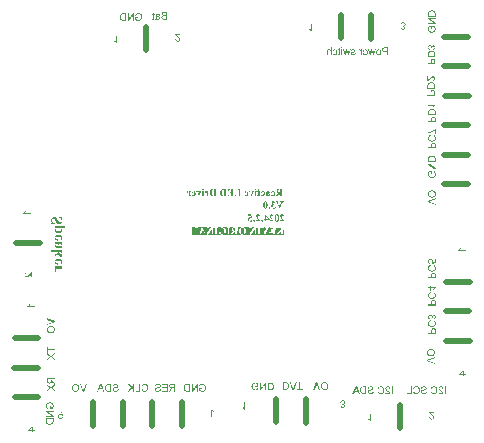
<source format=gbr>
G04*
G04 #@! TF.GenerationSoftware,Altium Limited,Altium Designer,22.4.2 (48)*
G04*
G04 Layer_Color=32896*
%FSLAX25Y25*%
%MOIN*%
G70*
G04*
G04 #@! TF.SameCoordinates,BD52291B-EC81-4074-921C-677567915CDC*
G04*
G04*
G04 #@! TF.FilePolarity,Positive*
G04*
G01*
G75*
%ADD56C,0.01968*%
G36*
X113510Y128978D02*
X113200D01*
Y129335D01*
X113510D01*
Y128978D01*
D02*
G37*
G36*
X109990Y126813D02*
X109680D01*
Y127812D01*
X109678Y127889D01*
X109673Y127957D01*
X109668Y127987D01*
X109665Y128014D01*
X109660Y128039D01*
X109655Y128063D01*
X109651Y128083D01*
X109646Y128100D01*
X109643Y128115D01*
X109638Y128127D01*
X109636Y128137D01*
X109633Y128144D01*
X109631Y128147D01*
Y128149D01*
X109609Y128193D01*
X109582Y128230D01*
X109555Y128265D01*
X109525Y128292D01*
X109501Y128314D01*
X109478Y128331D01*
X109464Y128341D01*
X109461Y128344D01*
X109459D01*
X109412Y128368D01*
X109365Y128385D01*
X109321Y128400D01*
X109282Y128408D01*
X109247Y128412D01*
X109220Y128417D01*
X109163D01*
X109132Y128412D01*
X109075Y128400D01*
X109026Y128383D01*
X108986Y128363D01*
X108954Y128344D01*
X108932Y128326D01*
X108917Y128314D01*
X108913Y128312D01*
Y128309D01*
X108895Y128287D01*
X108878Y128265D01*
X108853Y128211D01*
X108836Y128157D01*
X108824Y128100D01*
X108817Y128051D01*
X108814Y128029D01*
Y128009D01*
X108812Y127994D01*
Y127982D01*
Y127975D01*
Y127972D01*
Y126813D01*
X108502D01*
Y127970D01*
Y128019D01*
X108504Y128066D01*
X108507Y128107D01*
X108512Y128149D01*
X108517Y128186D01*
X108524Y128218D01*
X108529Y128250D01*
X108534Y128277D01*
X108541Y128302D01*
X108546Y128322D01*
X108553Y128339D01*
X108558Y128353D01*
X108561Y128366D01*
X108566Y128373D01*
X108568Y128378D01*
Y128381D01*
X108595Y128430D01*
X108630Y128474D01*
X108664Y128513D01*
X108698Y128543D01*
X108730Y128570D01*
X108758Y128587D01*
X108767Y128595D01*
X108775Y128599D01*
X108780Y128602D01*
X108782D01*
X108841Y128629D01*
X108900Y128649D01*
X108959Y128663D01*
X109013Y128673D01*
X109040Y128676D01*
X109063Y128678D01*
X109082Y128681D01*
X109099Y128683D01*
X109134D01*
X109195Y128681D01*
X109252Y128673D01*
X109306Y128661D01*
X109358Y128644D01*
X109407Y128624D01*
X109451Y128604D01*
X109493Y128582D01*
X109530Y128558D01*
X109564Y128535D01*
X109594Y128511D01*
X109619Y128491D01*
X109641Y128472D01*
X109658Y128454D01*
X109670Y128442D01*
X109678Y128435D01*
X109680Y128432D01*
Y129335D01*
X109990D01*
Y126813D01*
D02*
G37*
G36*
X124137D02*
X123815D01*
X123444Y128218D01*
X123372Y127906D01*
X123082Y126813D01*
X122762D01*
X122189Y128641D01*
X122489D01*
X122804Y127583D01*
X122910Y127232D01*
X122998Y127578D01*
X123272Y128641D01*
X123589D01*
X123882Y127569D01*
X123896Y127507D01*
X123911Y127453D01*
X123924Y127406D01*
X123933Y127365D01*
X123943Y127328D01*
X123951Y127298D01*
X123958Y127271D01*
X123963Y127251D01*
X123968Y127234D01*
X123970Y127219D01*
X123973Y127209D01*
X123975Y127202D01*
X123978Y127195D01*
Y127192D01*
X124083Y127583D01*
X124376Y128641D01*
X124696D01*
X124137Y126813D01*
D02*
G37*
G36*
X115722D02*
X115400D01*
X115028Y128218D01*
X114957Y127906D01*
X114666Y126813D01*
X114347D01*
X113774Y128641D01*
X114074D01*
X114389Y127583D01*
X114494Y127232D01*
X114583Y127578D01*
X114856Y128641D01*
X115173D01*
X115466Y127569D01*
X115481Y127507D01*
X115496Y127453D01*
X115508Y127406D01*
X115518Y127365D01*
X115527Y127328D01*
X115535Y127298D01*
X115542Y127271D01*
X115547Y127251D01*
X115552Y127234D01*
X115555Y127219D01*
X115557Y127209D01*
X115559Y127202D01*
X115562Y127195D01*
Y127192D01*
X115668Y127583D01*
X115961Y128641D01*
X116280D01*
X115722Y126813D01*
D02*
G37*
G36*
X112674Y129091D02*
Y128641D01*
X112903D01*
Y128400D01*
X112674D01*
Y127347D01*
Y127298D01*
X112671Y127251D01*
Y127209D01*
X112669Y127173D01*
X112664Y127138D01*
X112662Y127109D01*
X112659Y127084D01*
X112654Y127059D01*
X112652Y127040D01*
X112649Y127023D01*
X112644Y127010D01*
X112642Y126998D01*
X112639Y126991D01*
Y126986D01*
X112637Y126981D01*
X112620Y126951D01*
X112600Y126922D01*
X112580Y126900D01*
X112558Y126877D01*
X112539Y126863D01*
X112521Y126850D01*
X112512Y126843D01*
X112507Y126840D01*
X112470Y126823D01*
X112425Y126811D01*
X112384Y126801D01*
X112342Y126796D01*
X112302Y126791D01*
X112288D01*
X112273Y126789D01*
X112246D01*
X112206Y126791D01*
X112165Y126794D01*
X112125Y126799D01*
X112088Y126804D01*
X112056Y126809D01*
X112032Y126811D01*
X112022Y126813D01*
X112015Y126816D01*
X112010D01*
X112054Y127089D01*
X112083Y127084D01*
X112111Y127082D01*
X112135Y127079D01*
X112155D01*
X112170Y127077D01*
X112214D01*
X112234Y127079D01*
X112253Y127084D01*
X112268Y127089D01*
X112280Y127092D01*
X112288Y127096D01*
X112293Y127099D01*
X112295D01*
X112320Y127119D01*
X112337Y127136D01*
X112347Y127153D01*
X112349Y127155D01*
Y127158D01*
X112354Y127178D01*
X112357Y127202D01*
X112362Y127229D01*
Y127259D01*
X112364Y127283D01*
Y127308D01*
Y127323D01*
Y127325D01*
Y127328D01*
Y128400D01*
X112054D01*
Y128641D01*
X112364D01*
Y129278D01*
X112674Y129091D01*
D02*
G37*
G36*
X121247Y128681D02*
X121313Y128673D01*
X121375Y128658D01*
X121434Y128644D01*
X121488Y128624D01*
X121540Y128602D01*
X121587Y128580D01*
X121628Y128555D01*
X121668Y128531D01*
X121700Y128508D01*
X121729Y128486D01*
X121751Y128467D01*
X121771Y128452D01*
X121783Y128439D01*
X121793Y128430D01*
X121796Y128427D01*
X121837Y128378D01*
X121874Y128324D01*
X121904Y128267D01*
X121931Y128208D01*
X121956Y128147D01*
X121975Y128088D01*
X121990Y128029D01*
X122002Y127975D01*
X122012Y127920D01*
X122019Y127871D01*
X122024Y127827D01*
X122027Y127788D01*
X122029Y127756D01*
X122032Y127731D01*
Y127716D01*
Y127714D01*
Y127711D01*
X122029Y127630D01*
X122022Y127554D01*
X122010Y127480D01*
X121995Y127414D01*
X121978Y127352D01*
X121958Y127296D01*
X121936Y127244D01*
X121914Y127197D01*
X121894Y127155D01*
X121872Y127119D01*
X121852Y127089D01*
X121835Y127064D01*
X121820Y127042D01*
X121808Y127030D01*
X121800Y127020D01*
X121798Y127018D01*
X121751Y126973D01*
X121702Y126936D01*
X121650Y126904D01*
X121599Y126875D01*
X121545Y126853D01*
X121493Y126831D01*
X121441Y126816D01*
X121390Y126804D01*
X121343Y126791D01*
X121301Y126784D01*
X121262Y126779D01*
X121227Y126777D01*
X121200Y126774D01*
X121178Y126772D01*
X121161D01*
X121102Y126774D01*
X121048Y126779D01*
X120996Y126786D01*
X120944Y126796D01*
X120900Y126806D01*
X120856Y126821D01*
X120817Y126833D01*
X120782Y126848D01*
X120750Y126863D01*
X120721Y126875D01*
X120696Y126890D01*
X120676Y126900D01*
X120659Y126909D01*
X120649Y126917D01*
X120642Y126922D01*
X120639Y126924D01*
X120603Y126954D01*
X120568Y126988D01*
X120536Y127023D01*
X120509Y127057D01*
X120482Y127094D01*
X120460Y127131D01*
X120440Y127168D01*
X120420Y127202D01*
X120406Y127234D01*
X120393Y127264D01*
X120381Y127291D01*
X120374Y127315D01*
X120366Y127335D01*
X120361Y127350D01*
X120359Y127360D01*
Y127362D01*
X120679Y127404D01*
X120694Y127367D01*
X120708Y127335D01*
X120723Y127303D01*
X120738Y127273D01*
X120770Y127224D01*
X120802Y127185D01*
X120829Y127153D01*
X120851Y127131D01*
X120866Y127119D01*
X120868Y127114D01*
X120871D01*
X120917Y127084D01*
X120967Y127062D01*
X121016Y127047D01*
X121060Y127037D01*
X121102Y127030D01*
X121117Y127027D01*
X121131D01*
X121144Y127025D01*
X121161D01*
X121203Y127027D01*
X121245Y127032D01*
X121281Y127040D01*
X121318Y127050D01*
X121353Y127062D01*
X121385Y127077D01*
X121412Y127089D01*
X121439Y127106D01*
X121464Y127121D01*
X121483Y127133D01*
X121503Y127148D01*
X121518Y127160D01*
X121530Y127170D01*
X121537Y127178D01*
X121542Y127182D01*
X121545Y127185D01*
X121572Y127217D01*
X121596Y127251D01*
X121616Y127288D01*
X121636Y127325D01*
X121650Y127362D01*
X121665Y127401D01*
X121687Y127475D01*
X121695Y127512D01*
X121700Y127544D01*
X121705Y127574D01*
X121710Y127598D01*
X121712Y127618D01*
X121714Y127635D01*
Y127645D01*
Y127647D01*
X120349D01*
Y127667D01*
X120347Y127682D01*
Y127697D01*
Y127709D01*
Y127716D01*
Y127724D01*
Y127729D01*
X120349Y127812D01*
X120357Y127889D01*
X120369Y127962D01*
X120384Y128029D01*
X120401Y128093D01*
X120420Y128149D01*
X120443Y128203D01*
X120462Y128250D01*
X120484Y128292D01*
X120507Y128329D01*
X120526Y128361D01*
X120543Y128385D01*
X120558Y128405D01*
X120571Y128420D01*
X120578Y128430D01*
X120580Y128432D01*
X120625Y128476D01*
X120671Y128516D01*
X120721Y128548D01*
X120772Y128577D01*
X120821Y128602D01*
X120871Y128622D01*
X120920Y128639D01*
X120967Y128651D01*
X121008Y128661D01*
X121050Y128671D01*
X121087Y128676D01*
X121117Y128678D01*
X121144Y128681D01*
X121161Y128683D01*
X121178D01*
X121247Y128681D01*
D02*
G37*
G36*
X111100Y128678D02*
X111181Y128666D01*
X111255Y128646D01*
X111289Y128636D01*
X111321Y128627D01*
X111350Y128617D01*
X111375Y128607D01*
X111397Y128597D01*
X111417Y128587D01*
X111432Y128580D01*
X111441Y128575D01*
X111449Y128572D01*
X111451Y128570D01*
X111488Y128548D01*
X111520Y128523D01*
X111582Y128472D01*
X111633Y128417D01*
X111675Y128363D01*
X111707Y128314D01*
X111719Y128292D01*
X111729Y128275D01*
X111739Y128260D01*
X111744Y128248D01*
X111747Y128240D01*
X111749Y128238D01*
X111781Y128152D01*
X111805Y128063D01*
X111820Y127977D01*
X111828Y127935D01*
X111833Y127896D01*
X111837Y127859D01*
X111840Y127824D01*
X111842Y127795D01*
Y127768D01*
X111845Y127748D01*
Y127731D01*
Y127721D01*
Y127719D01*
X111842Y127635D01*
X111835Y127556D01*
X111823Y127485D01*
X111810Y127416D01*
X111793Y127352D01*
X111774Y127296D01*
X111754Y127242D01*
X111732Y127195D01*
X111710Y127153D01*
X111690Y127116D01*
X111670Y127086D01*
X111653Y127062D01*
X111638Y127040D01*
X111628Y127027D01*
X111621Y127018D01*
X111619Y127015D01*
X111574Y126973D01*
X111528Y126934D01*
X111478Y126902D01*
X111427Y126875D01*
X111378Y126850D01*
X111328Y126831D01*
X111279Y126816D01*
X111232Y126801D01*
X111188Y126791D01*
X111146Y126784D01*
X111109Y126779D01*
X111077Y126777D01*
X111053Y126774D01*
X111033Y126772D01*
X111016D01*
X110962Y126774D01*
X110908Y126779D01*
X110858Y126789D01*
X110809Y126799D01*
X110765Y126813D01*
X110723Y126828D01*
X110686Y126843D01*
X110652Y126860D01*
X110620Y126877D01*
X110593Y126892D01*
X110568Y126907D01*
X110548Y126922D01*
X110531Y126932D01*
X110521Y126941D01*
X110514Y126946D01*
X110512Y126949D01*
X110475Y126983D01*
X110440Y127020D01*
X110411Y127059D01*
X110384Y127101D01*
X110359Y127141D01*
X110339Y127182D01*
X110320Y127222D01*
X110305Y127261D01*
X110293Y127298D01*
X110280Y127332D01*
X110271Y127362D01*
X110266Y127389D01*
X110258Y127411D01*
X110256Y127426D01*
X110253Y127438D01*
Y127441D01*
X110558Y127483D01*
X110566Y127441D01*
X110575Y127401D01*
X110585Y127365D01*
X110598Y127330D01*
X110610Y127298D01*
X110622Y127271D01*
X110637Y127244D01*
X110649Y127222D01*
X110662Y127202D01*
X110674Y127185D01*
X110686Y127170D01*
X110696Y127158D01*
X110703Y127148D01*
X110711Y127141D01*
X110713Y127138D01*
X110716Y127136D01*
X110738Y127116D01*
X110763Y127099D01*
X110814Y127072D01*
X110863Y127052D01*
X110913Y127040D01*
X110954Y127030D01*
X110972Y127027D01*
X110989D01*
X111001Y127025D01*
X111018D01*
X111060Y127027D01*
X111100Y127032D01*
X111136Y127040D01*
X111173Y127052D01*
X111205Y127064D01*
X111235Y127079D01*
X111264Y127094D01*
X111289Y127109D01*
X111311Y127123D01*
X111331Y127141D01*
X111348Y127153D01*
X111363Y127165D01*
X111373Y127178D01*
X111380Y127185D01*
X111385Y127190D01*
X111387Y127192D01*
X111412Y127227D01*
X111434Y127264D01*
X111451Y127303D01*
X111469Y127347D01*
X111481Y127392D01*
X111493Y127436D01*
X111510Y127524D01*
X111515Y127564D01*
X111520Y127603D01*
X111523Y127638D01*
X111525Y127670D01*
X111528Y127694D01*
Y127711D01*
Y127724D01*
Y127729D01*
X111525Y127795D01*
X111520Y127857D01*
X111515Y127913D01*
X111505Y127965D01*
X111493Y128014D01*
X111481Y128056D01*
X111469Y128095D01*
X111454Y128132D01*
X111441Y128162D01*
X111429Y128189D01*
X111417Y128211D01*
X111405Y128228D01*
X111395Y128243D01*
X111390Y128253D01*
X111385Y128258D01*
X111382Y128260D01*
X111353Y128289D01*
X111323Y128316D01*
X111291Y128339D01*
X111259Y128358D01*
X111227Y128376D01*
X111198Y128388D01*
X111166Y128400D01*
X111136Y128408D01*
X111109Y128415D01*
X111082Y128420D01*
X111060Y128425D01*
X111040Y128427D01*
X111023Y128430D01*
X111001D01*
X110944Y128425D01*
X110895Y128415D01*
X110849Y128400D01*
X110812Y128383D01*
X110780Y128366D01*
X110758Y128351D01*
X110743Y128341D01*
X110738Y128336D01*
X110698Y128297D01*
X110667Y128253D01*
X110640Y128208D01*
X110620Y128162D01*
X110603Y128122D01*
X110598Y128105D01*
X110590Y128088D01*
X110588Y128076D01*
X110585Y128066D01*
X110583Y128061D01*
Y128058D01*
X110283Y128105D01*
X110295Y128154D01*
X110310Y128203D01*
X110325Y128248D01*
X110344Y128287D01*
X110364Y128326D01*
X110384Y128361D01*
X110403Y128393D01*
X110425Y128422D01*
X110445Y128447D01*
X110462Y128469D01*
X110480Y128486D01*
X110497Y128504D01*
X110509Y128516D01*
X110519Y128523D01*
X110524Y128528D01*
X110526Y128531D01*
X110563Y128558D01*
X110603Y128580D01*
X110642Y128602D01*
X110681Y128619D01*
X110723Y128634D01*
X110763Y128646D01*
X110841Y128663D01*
X110876Y128671D01*
X110910Y128676D01*
X110940Y128678D01*
X110964Y128681D01*
X110984Y128683D01*
X111058D01*
X111100Y128678D01*
D02*
G37*
G36*
X128740Y126813D02*
X128406D01*
Y127839D01*
X127759D01*
X127663Y127842D01*
X127574Y127849D01*
X127493Y127859D01*
X127419Y127874D01*
X127350Y127891D01*
X127291Y127911D01*
X127237Y127930D01*
X127190Y127950D01*
X127148Y127970D01*
X127114Y127992D01*
X127085Y128009D01*
X127060Y128026D01*
X127043Y128041D01*
X127031Y128051D01*
X127023Y128058D01*
X127021Y128061D01*
X126984Y128105D01*
X126952Y128149D01*
X126925Y128193D01*
X126900Y128240D01*
X126880Y128287D01*
X126863Y128331D01*
X126851Y128376D01*
X126839Y128417D01*
X126831Y128457D01*
X126824Y128491D01*
X126821Y128523D01*
X126816Y128550D01*
Y128572D01*
X126814Y128590D01*
Y128602D01*
Y128604D01*
X126816Y128673D01*
X126826Y128737D01*
X126839Y128796D01*
X126853Y128848D01*
X126861Y128870D01*
X126868Y128890D01*
X126875Y128907D01*
X126880Y128922D01*
X126885Y128934D01*
X126890Y128941D01*
X126893Y128946D01*
Y128949D01*
X126922Y129005D01*
X126957Y129054D01*
X126991Y129094D01*
X127023Y129131D01*
X127050Y129158D01*
X127075Y129177D01*
X127090Y129187D01*
X127092Y129192D01*
X127094D01*
X127144Y129222D01*
X127195Y129246D01*
X127249Y129269D01*
X127299Y129283D01*
X127340Y129296D01*
X127360Y129300D01*
X127375Y129303D01*
X127390Y129308D01*
X127400D01*
X127404Y129310D01*
X127407D01*
X127431Y129315D01*
X127461Y129318D01*
X127523Y129325D01*
X127586Y129330D01*
X127648Y129332D01*
X127677D01*
X127705Y129335D01*
X128740D01*
Y126813D01*
D02*
G37*
G36*
X119338Y128681D02*
X119375Y128673D01*
X119409Y128663D01*
X119439Y128651D01*
X119464Y128639D01*
X119481Y128629D01*
X119493Y128622D01*
X119498Y128619D01*
X119515Y128607D01*
X119532Y128590D01*
X119567Y128553D01*
X119601Y128511D01*
X119631Y128469D01*
X119655Y128427D01*
X119668Y128410D01*
X119677Y128395D01*
X119685Y128381D01*
X119690Y128371D01*
X119692Y128366D01*
X119695Y128363D01*
Y128641D01*
X119973D01*
Y126813D01*
X119663D01*
Y127770D01*
X119660Y127842D01*
X119655Y127911D01*
X119648Y127972D01*
X119638Y128026D01*
X119633Y128048D01*
X119628Y128070D01*
X119626Y128088D01*
X119621Y128103D01*
X119618Y128115D01*
X119616Y128125D01*
X119614Y128130D01*
Y128132D01*
X119599Y128171D01*
X119582Y128203D01*
X119562Y128233D01*
X119542Y128258D01*
X119525Y128277D01*
X119510Y128289D01*
X119500Y128299D01*
X119498Y128302D01*
X119466Y128322D01*
X119434Y128336D01*
X119404Y128349D01*
X119377Y128356D01*
X119353Y128361D01*
X119333Y128363D01*
X119316D01*
X119274Y128361D01*
X119232Y128353D01*
X119195Y128341D01*
X119161Y128329D01*
X119131Y128316D01*
X119109Y128304D01*
X119095Y128297D01*
X119090Y128294D01*
X118979Y128582D01*
X119040Y128617D01*
X119097Y128641D01*
X119151Y128658D01*
X119200Y128671D01*
X119240Y128678D01*
X119257Y128681D01*
X119272D01*
X119284Y128683D01*
X119299D01*
X119338Y128681D01*
D02*
G37*
G36*
X113510Y126813D02*
X113200D01*
Y128641D01*
X113510D01*
Y126813D01*
D02*
G37*
G36*
X125751Y128681D02*
X125810Y128673D01*
X125867Y128663D01*
X125921Y128651D01*
X125973Y128636D01*
X126019Y128619D01*
X126064Y128599D01*
X126103Y128582D01*
X126137Y128562D01*
X126170Y128543D01*
X126199Y128526D01*
X126221Y128511D01*
X126238Y128499D01*
X126253Y128489D01*
X126260Y128481D01*
X126263Y128479D01*
X126312Y128430D01*
X126356Y128376D01*
X126393Y128319D01*
X126425Y128258D01*
X126452Y128196D01*
X126474Y128135D01*
X126494Y128070D01*
X126509Y128012D01*
X126519Y127955D01*
X126529Y127901D01*
X126533Y127852D01*
X126539Y127810D01*
X126541Y127775D01*
X126543Y127748D01*
Y127738D01*
Y127731D01*
Y127729D01*
Y127726D01*
X126541Y127643D01*
X126533Y127564D01*
X126521Y127490D01*
X126506Y127421D01*
X126489Y127357D01*
X126470Y127298D01*
X126447Y127246D01*
X126425Y127200D01*
X126403Y127155D01*
X126381Y127121D01*
X126361Y127089D01*
X126344Y127064D01*
X126329Y127042D01*
X126317Y127030D01*
X126310Y127020D01*
X126307Y127018D01*
X126260Y126973D01*
X126214Y126936D01*
X126162Y126904D01*
X126110Y126875D01*
X126059Y126853D01*
X126007Y126831D01*
X125958Y126816D01*
X125909Y126804D01*
X125864Y126791D01*
X125823Y126784D01*
X125786Y126779D01*
X125754Y126777D01*
X125727Y126774D01*
X125707Y126772D01*
X125690D01*
X125645Y126774D01*
X125601Y126777D01*
X125520Y126789D01*
X125446Y126806D01*
X125412Y126816D01*
X125380Y126828D01*
X125350Y126838D01*
X125326Y126848D01*
X125303Y126858D01*
X125284Y126865D01*
X125269Y126873D01*
X125259Y126877D01*
X125252Y126882D01*
X125249D01*
X125178Y126929D01*
X125114Y126978D01*
X125063Y127032D01*
X125018Y127082D01*
X124984Y127128D01*
X124969Y127148D01*
X124959Y127165D01*
X124949Y127178D01*
X124944Y127187D01*
X124940Y127195D01*
Y127197D01*
X124920Y127237D01*
X124905Y127278D01*
X124878Y127369D01*
X124858Y127463D01*
X124846Y127551D01*
X124844Y127593D01*
X124839Y127630D01*
X124836Y127665D01*
Y127694D01*
X124834Y127719D01*
Y127738D01*
Y127748D01*
Y127753D01*
X124836Y127832D01*
X124844Y127908D01*
X124856Y127977D01*
X124871Y128043D01*
X124890Y128105D01*
X124910Y128159D01*
X124932Y128211D01*
X124954Y128258D01*
X124976Y128299D01*
X124998Y128334D01*
X125018Y128363D01*
X125038Y128390D01*
X125053Y128410D01*
X125065Y128422D01*
X125072Y128432D01*
X125075Y128435D01*
X125121Y128479D01*
X125171Y128516D01*
X125220Y128550D01*
X125272Y128577D01*
X125323Y128602D01*
X125375Y128622D01*
X125424Y128639D01*
X125471Y128651D01*
X125518Y128663D01*
X125557Y128671D01*
X125596Y128676D01*
X125628Y128678D01*
X125653Y128681D01*
X125672Y128683D01*
X125690D01*
X125751Y128681D01*
D02*
G37*
G36*
X117269D02*
X117318Y128678D01*
X117365Y128671D01*
X117404Y128663D01*
X117439Y128656D01*
X117464Y128651D01*
X117473Y128649D01*
X117481Y128646D01*
X117483Y128644D01*
X117486D01*
X117530Y128629D01*
X117569Y128614D01*
X117601Y128599D01*
X117631Y128585D01*
X117653Y128572D01*
X117668Y128565D01*
X117680Y128558D01*
X117683Y128555D01*
X117717Y128528D01*
X117746Y128499D01*
X117773Y128469D01*
X117796Y128442D01*
X117813Y128417D01*
X117825Y128398D01*
X117833Y128385D01*
X117835Y128383D01*
Y128381D01*
X117852Y128341D01*
X117867Y128302D01*
X117877Y128262D01*
X117882Y128228D01*
X117887Y128199D01*
X117889Y128176D01*
Y128166D01*
Y128159D01*
Y128157D01*
Y128154D01*
X117887Y128105D01*
X117879Y128061D01*
X117867Y128019D01*
X117855Y127982D01*
X117845Y127952D01*
X117833Y127930D01*
X117825Y127916D01*
X117823Y127913D01*
Y127911D01*
X117793Y127871D01*
X117761Y127837D01*
X117729Y127807D01*
X117697Y127783D01*
X117668Y127763D01*
X117646Y127748D01*
X117636Y127743D01*
X117628Y127738D01*
X117626Y127736D01*
X117623D01*
X117596Y127724D01*
X117564Y127711D01*
X117530Y127699D01*
X117493Y127687D01*
X117414Y127662D01*
X117338Y127640D01*
X117301Y127628D01*
X117264Y127618D01*
X117235Y127611D01*
X117205Y127603D01*
X117183Y127596D01*
X117166Y127593D01*
X117156Y127588D01*
X117151D01*
X117107Y127576D01*
X117065Y127566D01*
X117028Y127554D01*
X116994Y127544D01*
X116964Y127537D01*
X116939Y127527D01*
X116917Y127520D01*
X116898Y127512D01*
X116881Y127505D01*
X116868Y127500D01*
X116856Y127495D01*
X116849Y127490D01*
X116836Y127485D01*
X116834Y127483D01*
X116802Y127458D01*
X116780Y127431D01*
X116762Y127404D01*
X116753Y127377D01*
X116745Y127352D01*
X116743Y127332D01*
X116740Y127320D01*
Y127318D01*
Y127315D01*
Y127293D01*
X116745Y127273D01*
X116758Y127234D01*
X116775Y127200D01*
X116792Y127170D01*
X116812Y127146D01*
X116829Y127126D01*
X116841Y127116D01*
X116844Y127111D01*
X116846D01*
X116866Y127096D01*
X116890Y127082D01*
X116939Y127062D01*
X116991Y127047D01*
X117043Y127035D01*
X117090Y127030D01*
X117112Y127027D01*
X117129D01*
X117144Y127025D01*
X117163D01*
X117237Y127030D01*
X117304Y127040D01*
X117360Y127055D01*
X117385Y127064D01*
X117407Y127074D01*
X117427Y127082D01*
X117444Y127092D01*
X117459Y127099D01*
X117471Y127106D01*
X117481Y127111D01*
X117488Y127116D01*
X117491Y127121D01*
X117493D01*
X117532Y127163D01*
X117564Y127207D01*
X117589Y127254D01*
X117609Y127301D01*
X117621Y127342D01*
X117626Y127360D01*
X117631Y127377D01*
X117633Y127389D01*
Y127399D01*
X117636Y127404D01*
Y127406D01*
X117941Y127357D01*
X117931Y127305D01*
X117916Y127256D01*
X117901Y127209D01*
X117884Y127165D01*
X117865Y127126D01*
X117845Y127092D01*
X117825Y127059D01*
X117803Y127030D01*
X117786Y127003D01*
X117766Y126981D01*
X117749Y126963D01*
X117734Y126946D01*
X117722Y126934D01*
X117712Y126927D01*
X117707Y126922D01*
X117705Y126919D01*
X117668Y126892D01*
X117628Y126870D01*
X117584Y126850D01*
X117540Y126833D01*
X117496Y126821D01*
X117451Y126809D01*
X117363Y126791D01*
X117321Y126784D01*
X117284Y126779D01*
X117250Y126777D01*
X117220Y126774D01*
X117195Y126772D01*
X117161D01*
X117082Y126774D01*
X117008Y126784D01*
X116945Y126796D01*
X116915Y126801D01*
X116885Y126809D01*
X116861Y126816D01*
X116839Y126823D01*
X116822Y126828D01*
X116804Y126833D01*
X116792Y126838D01*
X116782Y126843D01*
X116777Y126846D01*
X116775D01*
X116716Y126875D01*
X116662Y126909D01*
X116617Y126944D01*
X116580Y126978D01*
X116551Y127010D01*
X116531Y127035D01*
X116524Y127045D01*
X116519Y127052D01*
X116514Y127055D01*
Y127057D01*
X116484Y127109D01*
X116462Y127160D01*
X116445Y127209D01*
X116435Y127256D01*
X116428Y127293D01*
X116425Y127310D01*
Y127323D01*
X116423Y127335D01*
Y127342D01*
Y127347D01*
Y127350D01*
X116425Y127406D01*
X116435Y127458D01*
X116447Y127502D01*
X116460Y127542D01*
X116475Y127571D01*
X116487Y127593D01*
X116497Y127608D01*
X116499Y127613D01*
X116529Y127652D01*
X116563Y127684D01*
X116595Y127711D01*
X116630Y127736D01*
X116659Y127753D01*
X116681Y127766D01*
X116691Y127770D01*
X116699Y127773D01*
X116701Y127775D01*
X116703D01*
X116730Y127785D01*
X116760Y127797D01*
X116792Y127810D01*
X116829Y127822D01*
X116905Y127847D01*
X116979Y127869D01*
X117016Y127879D01*
X117050Y127889D01*
X117080Y127898D01*
X117107Y127906D01*
X117129Y127913D01*
X117146Y127916D01*
X117156Y127920D01*
X117161D01*
X117200Y127933D01*
X117237Y127943D01*
X117269Y127950D01*
X117299Y127960D01*
X117323Y127967D01*
X117348Y127972D01*
X117365Y127977D01*
X117382Y127982D01*
X117397Y127987D01*
X117407Y127989D01*
X117424Y127997D01*
X117431Y127999D01*
X117434D01*
X117464Y128014D01*
X117486Y128026D01*
X117508Y128041D01*
X117523Y128053D01*
X117535Y128066D01*
X117545Y128076D01*
X117550Y128080D01*
X117552Y128083D01*
X117564Y128103D01*
X117574Y128120D01*
X117579Y128139D01*
X117584Y128157D01*
X117587Y128169D01*
X117589Y128181D01*
Y128189D01*
Y128191D01*
X117584Y128226D01*
X117574Y128258D01*
X117560Y128287D01*
X117542Y128312D01*
X117527Y128331D01*
X117513Y128346D01*
X117503Y128356D01*
X117498Y128358D01*
X117478Y128371D01*
X117459Y128383D01*
X117412Y128400D01*
X117363Y128412D01*
X117314Y128420D01*
X117267Y128427D01*
X117247D01*
X117230Y128430D01*
X117195D01*
X117131Y128427D01*
X117075Y128417D01*
X117026Y128405D01*
X116986Y128390D01*
X116957Y128373D01*
X116932Y128361D01*
X116920Y128351D01*
X116915Y128349D01*
X116881Y128316D01*
X116853Y128282D01*
X116834Y128245D01*
X116816Y128211D01*
X116807Y128179D01*
X116799Y128152D01*
X116797Y128144D01*
X116794Y128137D01*
Y128132D01*
Y128130D01*
X116492Y128171D01*
X116504Y128233D01*
X116521Y128289D01*
X116539Y128336D01*
X116556Y128378D01*
X116573Y128410D01*
X116588Y128432D01*
X116598Y128447D01*
X116600Y128452D01*
X116632Y128489D01*
X116669Y128523D01*
X116711Y128550D01*
X116750Y128575D01*
X116785Y128595D01*
X116814Y128607D01*
X116826Y128612D01*
X116834Y128617D01*
X116839Y128619D01*
X116841D01*
X116903Y128641D01*
X116969Y128656D01*
X117031Y128668D01*
X117090Y128676D01*
X117117Y128678D01*
X117141Y128681D01*
X117163D01*
X117181Y128683D01*
X117218D01*
X117269Y128681D01*
D02*
G37*
G36*
X20201Y72739D02*
X20164Y72720D01*
X20131Y72702D01*
X20105Y72683D01*
X20083Y72661D01*
X20064Y72646D01*
X20053Y72632D01*
X20046Y72624D01*
X20042Y72621D01*
X20024Y72591D01*
X20009Y72565D01*
X20001Y72540D01*
X19994Y72517D01*
X19990Y72499D01*
X19987Y72484D01*
Y72473D01*
X19990Y72440D01*
X19994Y72407D01*
X20005Y72373D01*
X20013Y72340D01*
X20024Y72314D01*
X20035Y72289D01*
X20038Y72274D01*
X20042Y72270D01*
X20072Y72189D01*
X20098Y72115D01*
X20120Y72052D01*
X20134Y72001D01*
X20149Y71956D01*
X20156Y71923D01*
X20164Y71905D01*
Y71897D01*
X20186Y71783D01*
X20193Y71731D01*
X20197Y71683D01*
Y71639D01*
X20201Y71610D01*
Y71580D01*
X20197Y71484D01*
X20186Y71388D01*
X20171Y71303D01*
X20153Y71218D01*
X20127Y71141D01*
X20101Y71067D01*
X20072Y71001D01*
X20042Y70942D01*
X20013Y70886D01*
X19983Y70838D01*
X19957Y70798D01*
X19931Y70765D01*
X19913Y70739D01*
X19898Y70717D01*
X19887Y70705D01*
X19884Y70702D01*
X19821Y70639D01*
X19758Y70587D01*
X19695Y70539D01*
X19629Y70503D01*
X19566Y70469D01*
X19503Y70440D01*
X19441Y70418D01*
X19385Y70399D01*
X19330Y70385D01*
X19278Y70373D01*
X19234Y70366D01*
X19197Y70359D01*
X19168D01*
X19142Y70355D01*
X19127D01*
X19123D01*
X19057Y70359D01*
X18994Y70366D01*
X18935Y70373D01*
X18880Y70388D01*
X18773Y70425D01*
X18725Y70443D01*
X18680Y70462D01*
X18644Y70484D01*
X18607Y70503D01*
X18577Y70521D01*
X18551Y70539D01*
X18529Y70554D01*
X18515Y70562D01*
X18507Y70569D01*
X18503Y70573D01*
X18452Y70617D01*
X18400Y70669D01*
X18348Y70728D01*
X18301Y70794D01*
X18204Y70931D01*
X18116Y71071D01*
X18075Y71137D01*
X18038Y71200D01*
X18005Y71255D01*
X17979Y71307D01*
X17957Y71348D01*
X17943Y71381D01*
X17932Y71399D01*
X17928Y71407D01*
X17887Y71488D01*
X17854Y71558D01*
X17817Y71624D01*
X17787Y71683D01*
X17762Y71735D01*
X17736Y71783D01*
X17714Y71824D01*
X17695Y71857D01*
X17677Y71886D01*
X17662Y71912D01*
X17651Y71934D01*
X17640Y71949D01*
X17633Y71960D01*
X17629Y71968D01*
X17625Y71975D01*
X17581Y72034D01*
X17537Y72082D01*
X17496Y72126D01*
X17459Y72159D01*
X17426Y72185D01*
X17404Y72204D01*
X17385Y72215D01*
X17382Y72218D01*
X17345Y72237D01*
X17312Y72248D01*
X17275Y72259D01*
X17245Y72263D01*
X17216Y72266D01*
X17194Y72270D01*
X17179D01*
X17175D01*
X17109Y72263D01*
X17046Y72244D01*
X16987Y72222D01*
X16939Y72193D01*
X16902Y72163D01*
X16872Y72141D01*
X16854Y72123D01*
X16847Y72115D01*
X16799Y72052D01*
X16762Y71982D01*
X16736Y71912D01*
X16721Y71846D01*
X16710Y71787D01*
X16706Y71761D01*
Y71739D01*
X16703Y71720D01*
Y71694D01*
X16706Y71632D01*
X16714Y71569D01*
X16728Y71506D01*
X16747Y71451D01*
X16788Y71340D01*
X16813Y71292D01*
X16839Y71248D01*
X16865Y71204D01*
X16891Y71167D01*
X16913Y71134D01*
X16931Y71108D01*
X16950Y71086D01*
X16965Y71071D01*
X16972Y71060D01*
X16976Y71056D01*
X17027Y71001D01*
X17083Y70953D01*
X17142Y70908D01*
X17201Y70872D01*
X17260Y70835D01*
X17319Y70805D01*
X17374Y70779D01*
X17430Y70757D01*
X17481Y70735D01*
X17529Y70720D01*
X17573Y70705D01*
X17610Y70698D01*
X17644Y70687D01*
X17666Y70683D01*
X17681Y70680D01*
X17684D01*
Y70573D01*
X16507Y70602D01*
Y70680D01*
X16563Y70695D01*
X16607Y70705D01*
X16644Y70720D01*
X16669Y70731D01*
X16688Y70742D01*
X16703Y70750D01*
X16706Y70754D01*
X16710Y70757D01*
X16725Y70772D01*
X16732Y70790D01*
X16747Y70824D01*
Y70838D01*
X16751Y70849D01*
Y70860D01*
X16747Y70890D01*
X16736Y70927D01*
X16725Y70971D01*
X16706Y71012D01*
X16692Y71049D01*
X16680Y71078D01*
X16669Y71100D01*
X16666Y71104D01*
Y71108D01*
X16636Y71171D01*
X16610Y71229D01*
X16592Y71281D01*
X16577Y71322D01*
X16566Y71359D01*
X16559Y71385D01*
X16551Y71399D01*
Y71407D01*
X16537Y71466D01*
X16526Y71528D01*
X16518Y71584D01*
X16511Y71632D01*
Y71676D01*
X16507Y71709D01*
Y71739D01*
X16511Y71824D01*
X16518Y71908D01*
X16533Y71986D01*
X16555Y72060D01*
X16577Y72130D01*
X16603Y72193D01*
X16629Y72252D01*
X16655Y72307D01*
X16684Y72355D01*
X16710Y72399D01*
X16736Y72436D01*
X16758Y72466D01*
X16777Y72488D01*
X16791Y72506D01*
X16802Y72517D01*
X16806Y72521D01*
X16861Y72576D01*
X16920Y72624D01*
X16983Y72665D01*
X17042Y72702D01*
X17105Y72731D01*
X17164Y72754D01*
X17223Y72776D01*
X17275Y72790D01*
X17326Y72805D01*
X17374Y72816D01*
X17418Y72820D01*
X17455Y72827D01*
X17485D01*
X17507Y72831D01*
X17522D01*
X17526D01*
X17614Y72827D01*
X17699Y72812D01*
X17776Y72794D01*
X17847Y72776D01*
X17902Y72754D01*
X17924Y72746D01*
X17943Y72739D01*
X17957Y72731D01*
X17968Y72724D01*
X17976Y72720D01*
X17979D01*
X18053Y72672D01*
X18123Y72621D01*
X18186Y72569D01*
X18241Y72514D01*
X18289Y72469D01*
X18323Y72429D01*
X18334Y72414D01*
X18345Y72403D01*
X18348Y72399D01*
X18352Y72396D01*
X18385Y72351D01*
X18418Y72307D01*
X18452Y72252D01*
X18485Y72200D01*
X18551Y72082D01*
X18614Y71971D01*
X18644Y71916D01*
X18669Y71864D01*
X18695Y71820D01*
X18714Y71779D01*
X18732Y71746D01*
X18743Y71724D01*
X18751Y71706D01*
X18754Y71702D01*
X18784Y71639D01*
X18813Y71584D01*
X18843Y71532D01*
X18869Y71484D01*
X18894Y71440D01*
X18917Y71399D01*
X18939Y71366D01*
X18957Y71337D01*
X18972Y71307D01*
X18987Y71285D01*
X19002Y71266D01*
X19013Y71252D01*
X19027Y71233D01*
X19031Y71226D01*
X19072Y71178D01*
X19109Y71137D01*
X19146Y71100D01*
X19179Y71074D01*
X19208Y71052D01*
X19234Y71034D01*
X19249Y71027D01*
X19252Y71023D01*
X19297Y71001D01*
X19337Y70982D01*
X19378Y70971D01*
X19415Y70960D01*
X19448Y70956D01*
X19470Y70953D01*
X19485D01*
X19492D01*
X19529D01*
X19570Y70960D01*
X19640Y70979D01*
X19703Y71008D01*
X19754Y71038D01*
X19799Y71071D01*
X19832Y71100D01*
X19854Y71119D01*
X19858Y71122D01*
X19861Y71126D01*
X19891Y71159D01*
X19913Y71196D01*
X19954Y71274D01*
X19979Y71351D01*
X20001Y71425D01*
X20013Y71491D01*
X20016Y71521D01*
Y71547D01*
X20020Y71565D01*
Y71595D01*
X20016Y71665D01*
X20009Y71731D01*
X19994Y71798D01*
X19976Y71864D01*
X19928Y71982D01*
X19902Y72038D01*
X19872Y72089D01*
X19847Y72134D01*
X19821Y72174D01*
X19795Y72211D01*
X19773Y72241D01*
X19754Y72266D01*
X19739Y72285D01*
X19732Y72296D01*
X19728Y72300D01*
X19669Y72359D01*
X19607Y72410D01*
X19540Y72462D01*
X19470Y72506D01*
X19396Y72547D01*
X19326Y72580D01*
X19256Y72613D01*
X19186Y72639D01*
X19123Y72665D01*
X19064Y72687D01*
X19009Y72702D01*
X18961Y72717D01*
X18924Y72728D01*
X18894Y72731D01*
X18876Y72739D01*
X18869D01*
Y72835D01*
X20201D01*
Y72739D01*
D02*
G37*
G36*
X21260Y68650D02*
X21164D01*
Y68713D01*
X21160Y68768D01*
X21153Y68809D01*
X21145Y68842D01*
X21142Y68868D01*
X21134Y68886D01*
X21131Y68894D01*
Y68897D01*
X21101Y68934D01*
X21068Y68964D01*
X21053Y68975D01*
X21042Y68979D01*
X21035Y68986D01*
X21031D01*
X21001Y68997D01*
X20965Y69004D01*
X20920Y69008D01*
X20880Y69012D01*
X20839Y69016D01*
X20806D01*
X20784D01*
X20780D01*
X20776D01*
X19876D01*
X19931Y68964D01*
X19979Y68916D01*
X20020Y68868D01*
X20053Y68827D01*
X20079Y68794D01*
X20094Y68768D01*
X20105Y68753D01*
X20109Y68746D01*
X20138Y68680D01*
X20156Y68613D01*
X20171Y68551D01*
X20182Y68492D01*
X20190Y68444D01*
X20193Y68403D01*
Y68370D01*
X20190Y68318D01*
X20186Y68270D01*
X20168Y68174D01*
X20142Y68089D01*
X20112Y68015D01*
X20098Y67986D01*
X20086Y67957D01*
X20072Y67931D01*
X20061Y67912D01*
X20050Y67894D01*
X20042Y67883D01*
X20035Y67875D01*
Y67872D01*
X19968Y67790D01*
X19895Y67724D01*
X19817Y67665D01*
X19743Y67617D01*
X19673Y67576D01*
X19647Y67562D01*
X19622Y67551D01*
X19599Y67540D01*
X19585Y67532D01*
X19573Y67528D01*
X19570D01*
X19452Y67488D01*
X19334Y67458D01*
X19223Y67436D01*
X19116Y67421D01*
X19072Y67418D01*
X19027Y67414D01*
X18991Y67410D01*
X18957Y67407D01*
X18931D01*
X18909D01*
X18898D01*
X18894D01*
X18769Y67410D01*
X18651Y67425D01*
X18540Y67444D01*
X18492Y67455D01*
X18444Y67462D01*
X18404Y67473D01*
X18367Y67484D01*
X18334Y67495D01*
X18304Y67503D01*
X18282Y67510D01*
X18267Y67517D01*
X18256Y67521D01*
X18252D01*
X18146Y67569D01*
X18053Y67621D01*
X17972Y67676D01*
X17906Y67731D01*
X17854Y67779D01*
X17832Y67801D01*
X17813Y67820D01*
X17802Y67835D01*
X17791Y67846D01*
X17787Y67853D01*
X17784Y67857D01*
X17754Y67897D01*
X17729Y67942D01*
X17684Y68027D01*
X17655Y68108D01*
X17636Y68182D01*
X17621Y68248D01*
X17618Y68274D01*
Y68300D01*
X17614Y68318D01*
Y68344D01*
X17618Y68425D01*
X17633Y68503D01*
X17651Y68573D01*
X17673Y68635D01*
X17699Y68687D01*
X17717Y68724D01*
X17725Y68739D01*
X17732Y68750D01*
X17736Y68753D01*
Y68757D01*
X17769Y68805D01*
X17813Y68853D01*
X17858Y68897D01*
X17902Y68934D01*
X17943Y68967D01*
X17976Y68993D01*
X17998Y69008D01*
X18002Y69016D01*
X17684D01*
Y70038D01*
X17780D01*
X17787Y69979D01*
X17799Y69931D01*
X17813Y69890D01*
X17828Y69861D01*
X17839Y69835D01*
X17854Y69820D01*
X17861Y69813D01*
X17865Y69809D01*
X17880Y69798D01*
X17898Y69787D01*
X17946Y69772D01*
X17998Y69761D01*
X18057Y69753D01*
X18109Y69750D01*
X18153Y69746D01*
X18168D01*
X18182D01*
X18190D01*
X18193D01*
X20762D01*
X20806D01*
X20846Y69750D01*
X20883D01*
X20913Y69753D01*
X20968Y69765D01*
X21009Y69772D01*
X21038Y69783D01*
X21057Y69794D01*
X21068Y69798D01*
X21072Y69801D01*
X21101Y69835D01*
X21123Y69872D01*
X21138Y69908D01*
X21149Y69949D01*
X21157Y69982D01*
X21160Y70012D01*
X21164Y70030D01*
Y70038D01*
X21260D01*
Y68650D01*
D02*
G37*
G36*
X19038Y66964D02*
X19123Y66957D01*
X19208Y66945D01*
X19286Y66934D01*
X19360Y66916D01*
X19430Y66897D01*
X19492Y66879D01*
X19551Y66857D01*
X19603Y66835D01*
X19647Y66816D01*
X19688Y66798D01*
X19721Y66779D01*
X19747Y66768D01*
X19765Y66757D01*
X19776Y66750D01*
X19780Y66746D01*
X19854Y66691D01*
X19917Y66632D01*
X19972Y66569D01*
X20020Y66503D01*
X20061Y66432D01*
X20094Y66366D01*
X20120Y66300D01*
X20142Y66233D01*
X20160Y66171D01*
X20171Y66111D01*
X20182Y66060D01*
X20186Y66015D01*
X20190Y65979D01*
X20193Y65949D01*
Y65927D01*
X20190Y65868D01*
X20186Y65813D01*
X20168Y65709D01*
X20142Y65613D01*
X20109Y65532D01*
X20094Y65499D01*
X20079Y65466D01*
X20064Y65440D01*
X20053Y65414D01*
X20042Y65399D01*
X20035Y65385D01*
X20027Y65377D01*
Y65373D01*
X19994Y65329D01*
X19954Y65285D01*
X19913Y65244D01*
X19869Y65204D01*
X19773Y65130D01*
X19681Y65064D01*
X19633Y65034D01*
X19592Y65008D01*
X19555Y64986D01*
X19522Y64968D01*
X19492Y64953D01*
X19474Y64942D01*
X19459Y64938D01*
X19455Y64934D01*
X19396Y65023D01*
X19474Y65078D01*
X19544Y65130D01*
X19596Y65174D01*
X19640Y65215D01*
X19673Y65252D01*
X19695Y65277D01*
X19710Y65292D01*
X19714Y65300D01*
X19743Y65348D01*
X19762Y65396D01*
X19776Y65444D01*
X19787Y65488D01*
X19795Y65525D01*
X19799Y65554D01*
Y65580D01*
X19795Y65624D01*
X19787Y65672D01*
X19780Y65713D01*
X19765Y65754D01*
X19732Y65827D01*
X19692Y65890D01*
X19651Y65942D01*
X19618Y65979D01*
X19603Y65993D01*
X19592Y66005D01*
X19588Y66008D01*
X19585Y66012D01*
X19529Y66052D01*
X19470Y66089D01*
X19411Y66123D01*
X19345Y66148D01*
X19282Y66174D01*
X19219Y66193D01*
X19094Y66226D01*
X19038Y66237D01*
X18987Y66248D01*
X18939Y66255D01*
X18898Y66259D01*
X18865Y66263D01*
X18839Y66267D01*
X18821D01*
X18817D01*
Y64934D01*
X18710Y64942D01*
X18607Y64953D01*
X18515Y64971D01*
X18426Y64990D01*
X18345Y65012D01*
X18271Y65038D01*
X18204Y65064D01*
X18146Y65089D01*
X18094Y65115D01*
X18046Y65141D01*
X18009Y65167D01*
X17976Y65185D01*
X17954Y65204D01*
X17935Y65219D01*
X17924Y65226D01*
X17920Y65230D01*
X17865Y65281D01*
X17821Y65333D01*
X17776Y65388D01*
X17743Y65444D01*
X17714Y65495D01*
X17688Y65551D01*
X17670Y65602D01*
X17651Y65650D01*
X17640Y65694D01*
X17629Y65735D01*
X17625Y65776D01*
X17618Y65805D01*
Y65831D01*
X17614Y65853D01*
Y65868D01*
X17618Y65949D01*
X17629Y66027D01*
X17647Y66104D01*
X17670Y66174D01*
X17699Y66244D01*
X17729Y66307D01*
X17762Y66366D01*
X17795Y66418D01*
X17828Y66469D01*
X17861Y66510D01*
X17891Y66551D01*
X17920Y66580D01*
X17943Y66606D01*
X17961Y66624D01*
X17972Y66636D01*
X17976Y66639D01*
X18046Y66698D01*
X18120Y66746D01*
X18201Y66790D01*
X18278Y66827D01*
X18360Y66861D01*
X18441Y66886D01*
X18522Y66909D01*
X18596Y66927D01*
X18669Y66942D01*
X18736Y66949D01*
X18795Y66957D01*
X18847Y66964D01*
X18887D01*
X18920Y66968D01*
X18939D01*
X18946D01*
X19038Y66964D01*
D02*
G37*
G36*
X19751Y64562D02*
X19817Y64547D01*
X19872Y64525D01*
X19924Y64499D01*
X19961Y64477D01*
X19990Y64455D01*
X20009Y64440D01*
X20016Y64433D01*
X20061Y64377D01*
X20094Y64322D01*
X20120Y64263D01*
X20134Y64207D01*
X20145Y64160D01*
X20149Y64119D01*
X20153Y64104D01*
Y64086D01*
X20149Y64019D01*
X20134Y63949D01*
X20116Y63879D01*
X20090Y63813D01*
X20061Y63743D01*
X20027Y63676D01*
X19990Y63613D01*
X19954Y63551D01*
X19917Y63495D01*
X19884Y63444D01*
X19850Y63399D01*
X19821Y63359D01*
X19795Y63329D01*
X19776Y63303D01*
X19762Y63289D01*
X19758Y63285D01*
X19828Y63270D01*
X19887Y63252D01*
X19939Y63230D01*
X19983Y63204D01*
X20016Y63182D01*
X20038Y63163D01*
X20053Y63148D01*
X20057Y63145D01*
X20090Y63097D01*
X20112Y63045D01*
X20131Y62990D01*
X20142Y62934D01*
X20149Y62890D01*
X20153Y62849D01*
Y62816D01*
X20149Y62754D01*
X20138Y62691D01*
X20127Y62639D01*
X20109Y62591D01*
X20094Y62554D01*
X20083Y62525D01*
X20072Y62510D01*
X20068Y62503D01*
X20031Y62451D01*
X19987Y62399D01*
X19939Y62355D01*
X19895Y62314D01*
X19854Y62278D01*
X19817Y62252D01*
X19795Y62237D01*
X19791Y62230D01*
X19787D01*
X19725Y62311D01*
X19758Y62337D01*
X19780Y62362D01*
X19799Y62385D01*
X19810Y62407D01*
X19817Y62422D01*
X19821Y62436D01*
Y62447D01*
X19817Y62469D01*
X19810Y62488D01*
X19806Y62503D01*
X19802Y62506D01*
X19784Y62525D01*
X19762Y62536D01*
X19747Y62543D01*
X19739Y62547D01*
X19717Y62551D01*
X19688Y62554D01*
X19655D01*
X19618Y62558D01*
X19585D01*
X19555D01*
X19537D01*
X19529D01*
X18585D01*
X18515D01*
X18448D01*
X18393Y62562D01*
X18341Y62565D01*
X18293D01*
X18252Y62569D01*
X18216Y62573D01*
X18186Y62577D01*
X18160Y62580D01*
X18138Y62584D01*
X18120Y62587D01*
X18105D01*
X18086Y62595D01*
X18083D01*
X18020Y62624D01*
X17961Y62661D01*
X17906Y62706D01*
X17858Y62750D01*
X17817Y62794D01*
X17787Y62827D01*
X17776Y62842D01*
X17769Y62853D01*
X17762Y62857D01*
Y62861D01*
X17714Y62942D01*
X17677Y63030D01*
X17651Y63123D01*
X17633Y63207D01*
X17625Y63248D01*
X17621Y63285D01*
X17618Y63322D01*
Y63348D01*
X17614Y63374D01*
Y63407D01*
X17618Y63514D01*
X17629Y63613D01*
X17644Y63709D01*
X17658Y63791D01*
X17670Y63827D01*
X17677Y63861D01*
X17684Y63890D01*
X17692Y63912D01*
X17699Y63934D01*
X17703Y63949D01*
X17706Y63956D01*
Y63960D01*
X17743Y64052D01*
X17787Y64137D01*
X17828Y64207D01*
X17872Y64267D01*
X17909Y64314D01*
X17939Y64348D01*
X17961Y64366D01*
X17965Y64373D01*
X17968D01*
X18031Y64421D01*
X18098Y64458D01*
X18157Y64484D01*
X18212Y64503D01*
X18256Y64514D01*
X18293Y64517D01*
X18308Y64521D01*
X18319D01*
X18323D01*
X18326D01*
X18374Y64517D01*
X18418Y64503D01*
X18459Y64488D01*
X18492Y64466D01*
X18522Y64447D01*
X18540Y64429D01*
X18555Y64418D01*
X18559Y64414D01*
X18592Y64370D01*
X18614Y64325D01*
X18633Y64277D01*
X18644Y64233D01*
X18651Y64196D01*
X18655Y64163D01*
Y64137D01*
X18651Y64082D01*
X18640Y64034D01*
X18625Y63990D01*
X18610Y63956D01*
X18596Y63927D01*
X18581Y63909D01*
X18570Y63894D01*
X18566Y63890D01*
X18533Y63857D01*
X18496Y63835D01*
X18459Y63816D01*
X18422Y63805D01*
X18393Y63798D01*
X18371Y63794D01*
X18356D01*
X18348D01*
X18308Y63798D01*
X18271Y63809D01*
X18234Y63827D01*
X18201Y63842D01*
X18175Y63861D01*
X18153Y63879D01*
X18138Y63890D01*
X18134Y63894D01*
X18105Y63916D01*
X18079Y63934D01*
X18057Y63946D01*
X18035Y63956D01*
X18020Y63960D01*
X18009Y63964D01*
X18002D01*
X17998D01*
X17976Y63960D01*
X17957Y63953D01*
X17920Y63931D01*
X17898Y63909D01*
X17895Y63901D01*
X17891Y63898D01*
X17865Y63853D01*
X17847Y63809D01*
X17832Y63761D01*
X17824Y63717D01*
X17817Y63676D01*
X17813Y63647D01*
Y63617D01*
X17817Y63580D01*
X17821Y63543D01*
X17832Y63514D01*
X17839Y63484D01*
X17850Y63462D01*
X17861Y63447D01*
X17865Y63436D01*
X17869Y63433D01*
X17887Y63403D01*
X17909Y63377D01*
X17932Y63359D01*
X17950Y63344D01*
X17968Y63333D01*
X17983Y63326D01*
X17990Y63318D01*
X17994D01*
X18009Y63311D01*
X18027Y63307D01*
X18079Y63300D01*
X18134Y63292D01*
X18193Y63289D01*
X18249Y63285D01*
X18297D01*
X18315D01*
X18330D01*
X18337D01*
X18341D01*
X18585D01*
X18651Y63429D01*
X18717Y63562D01*
X18777Y63683D01*
X18832Y63791D01*
X18883Y63886D01*
X18935Y63971D01*
X18979Y64045D01*
X19016Y64112D01*
X19053Y64167D01*
X19086Y64215D01*
X19112Y64252D01*
X19134Y64281D01*
X19153Y64307D01*
X19164Y64322D01*
X19171Y64329D01*
X19175Y64333D01*
X19216Y64373D01*
X19260Y64410D01*
X19304Y64444D01*
X19348Y64469D01*
X19389Y64492D01*
X19430Y64510D01*
X19507Y64539D01*
X19577Y64558D01*
X19607Y64562D01*
X19629Y64565D01*
X19651Y64569D01*
X19666D01*
X19673D01*
X19677D01*
X19751Y64562D01*
D02*
G37*
G36*
X20120Y60709D02*
X20027D01*
X20020Y60765D01*
X20009Y60809D01*
X19994Y60846D01*
X19979Y60875D01*
X19965Y60897D01*
X19954Y60912D01*
X19946Y60920D01*
X19942Y60923D01*
X19928Y60931D01*
X19906Y60942D01*
X19858Y60953D01*
X19802Y60964D01*
X19739Y60968D01*
X19684Y60971D01*
X19658Y60975D01*
X19636D01*
X19618D01*
X19603D01*
X19596D01*
X19592D01*
X19157D01*
X19002Y60820D01*
X19710Y60337D01*
X19765Y60300D01*
X19810Y60274D01*
X19850Y60252D01*
X19880Y60241D01*
X19902Y60233D01*
X19920Y60226D01*
X19928D01*
X19931D01*
X19946D01*
X19957Y60233D01*
X19979Y60244D01*
X19994Y60259D01*
X19998Y60263D01*
Y60267D01*
X20009Y60281D01*
X20016Y60300D01*
X20024Y60340D01*
X20027Y60355D01*
Y60385D01*
X20120D01*
Y59126D01*
X20027D01*
X20020Y59174D01*
X20009Y59219D01*
X19994Y59259D01*
X19976Y59289D01*
X19961Y59315D01*
X19946Y59337D01*
X19935Y59348D01*
X19931Y59351D01*
X19913Y59366D01*
X19887Y59388D01*
X19854Y59414D01*
X19813Y59444D01*
X19769Y59477D01*
X19721Y59510D01*
X19622Y59584D01*
X19522Y59650D01*
X19478Y59684D01*
X19437Y59709D01*
X19404Y59732D01*
X19378Y59750D01*
X19363Y59761D01*
X19356Y59765D01*
X18522Y60337D01*
X18256Y60071D01*
X18197Y60008D01*
X18142Y59953D01*
X18098Y59901D01*
X18053Y59853D01*
X18016Y59813D01*
X17983Y59776D01*
X17957Y59742D01*
X17932Y59713D01*
X17913Y59687D01*
X17895Y59669D01*
X17872Y59636D01*
X17861Y59617D01*
X17858Y59613D01*
X17835Y59569D01*
X17817Y59521D01*
X17802Y59473D01*
X17795Y59433D01*
X17787Y59396D01*
X17784Y59366D01*
X17780Y59348D01*
Y59340D01*
X17684D01*
Y60429D01*
X17780D01*
X17791Y60370D01*
X17799Y60326D01*
X17813Y60285D01*
X17824Y60255D01*
X17835Y60233D01*
X17843Y60219D01*
X17847Y60211D01*
X17850Y60207D01*
X17869Y60189D01*
X17887Y60174D01*
X17909Y60163D01*
X17928Y60156D01*
X17943Y60152D01*
X17957Y60148D01*
X17965D01*
X17968D01*
X17994D01*
X18020Y60156D01*
X18068Y60171D01*
X18086Y60178D01*
X18101Y60185D01*
X18112Y60189D01*
X18116Y60193D01*
X18149Y60215D01*
X18186Y60244D01*
X18227Y60278D01*
X18264Y60315D01*
X18301Y60351D01*
X18330Y60377D01*
X18352Y60399D01*
X18356Y60403D01*
X18360Y60407D01*
X18920Y60975D01*
X16588D01*
Y61968D01*
X16684D01*
X16695Y61912D01*
X16706Y61864D01*
X16725Y61831D01*
X16740Y61802D01*
X16754Y61779D01*
X16765Y61768D01*
X16773Y61761D01*
X16777Y61757D01*
X16791Y61750D01*
X16810Y61739D01*
X16858Y61728D01*
X16913Y61717D01*
X16972Y61713D01*
X17027Y61709D01*
X17072Y61706D01*
X17090D01*
X17105D01*
X17112D01*
X17116D01*
X19592D01*
X19644D01*
X19688D01*
X19728Y61709D01*
X19762Y61713D01*
X19795Y61717D01*
X19821Y61720D01*
X19847Y61724D01*
X19865Y61728D01*
X19898Y61735D01*
X19917Y61743D01*
X19928Y61746D01*
X19931Y61750D01*
X19957Y61776D01*
X19979Y61809D01*
X19998Y61846D01*
X20009Y61883D01*
X20020Y61916D01*
X20024Y61942D01*
X20027Y61960D01*
Y61968D01*
X20120D01*
Y60709D01*
D02*
G37*
G36*
X19038Y58964D02*
X19123Y58957D01*
X19208Y58946D01*
X19286Y58934D01*
X19360Y58916D01*
X19430Y58898D01*
X19492Y58879D01*
X19551Y58857D01*
X19603Y58835D01*
X19647Y58816D01*
X19688Y58798D01*
X19721Y58779D01*
X19747Y58768D01*
X19765Y58757D01*
X19776Y58750D01*
X19780Y58746D01*
X19854Y58691D01*
X19917Y58632D01*
X19972Y58569D01*
X20020Y58503D01*
X20061Y58433D01*
X20094Y58366D01*
X20120Y58300D01*
X20142Y58233D01*
X20160Y58171D01*
X20171Y58112D01*
X20182Y58060D01*
X20186Y58016D01*
X20190Y57979D01*
X20193Y57949D01*
Y57927D01*
X20190Y57868D01*
X20186Y57813D01*
X20168Y57709D01*
X20142Y57613D01*
X20109Y57532D01*
X20094Y57499D01*
X20079Y57466D01*
X20064Y57440D01*
X20053Y57414D01*
X20042Y57399D01*
X20035Y57385D01*
X20027Y57377D01*
Y57374D01*
X19994Y57329D01*
X19954Y57285D01*
X19913Y57244D01*
X19869Y57204D01*
X19773Y57130D01*
X19681Y57064D01*
X19633Y57034D01*
X19592Y57008D01*
X19555Y56986D01*
X19522Y56968D01*
X19492Y56953D01*
X19474Y56942D01*
X19459Y56938D01*
X19455Y56934D01*
X19396Y57023D01*
X19474Y57078D01*
X19544Y57130D01*
X19596Y57174D01*
X19640Y57215D01*
X19673Y57252D01*
X19695Y57278D01*
X19710Y57292D01*
X19714Y57300D01*
X19743Y57348D01*
X19762Y57396D01*
X19776Y57444D01*
X19787Y57488D01*
X19795Y57525D01*
X19799Y57554D01*
Y57580D01*
X19795Y57625D01*
X19787Y57673D01*
X19780Y57713D01*
X19765Y57754D01*
X19732Y57827D01*
X19692Y57890D01*
X19651Y57942D01*
X19618Y57979D01*
X19603Y57994D01*
X19592Y58004D01*
X19588Y58008D01*
X19585Y58012D01*
X19529Y58052D01*
X19470Y58089D01*
X19411Y58123D01*
X19345Y58148D01*
X19282Y58174D01*
X19219Y58193D01*
X19094Y58226D01*
X19038Y58237D01*
X18987Y58248D01*
X18939Y58255D01*
X18898Y58259D01*
X18865Y58263D01*
X18839Y58267D01*
X18821D01*
X18817D01*
Y56934D01*
X18710Y56942D01*
X18607Y56953D01*
X18515Y56971D01*
X18426Y56990D01*
X18345Y57012D01*
X18271Y57038D01*
X18204Y57064D01*
X18146Y57089D01*
X18094Y57115D01*
X18046Y57141D01*
X18009Y57167D01*
X17976Y57185D01*
X17954Y57204D01*
X17935Y57219D01*
X17924Y57226D01*
X17920Y57230D01*
X17865Y57281D01*
X17821Y57333D01*
X17776Y57388D01*
X17743Y57444D01*
X17714Y57495D01*
X17688Y57551D01*
X17670Y57602D01*
X17651Y57650D01*
X17640Y57695D01*
X17629Y57735D01*
X17625Y57776D01*
X17618Y57805D01*
Y57831D01*
X17614Y57853D01*
Y57868D01*
X17618Y57949D01*
X17629Y58027D01*
X17647Y58104D01*
X17670Y58174D01*
X17699Y58244D01*
X17729Y58307D01*
X17762Y58366D01*
X17795Y58418D01*
X17828Y58469D01*
X17861Y58510D01*
X17891Y58551D01*
X17920Y58580D01*
X17943Y58606D01*
X17961Y58625D01*
X17972Y58635D01*
X17976Y58639D01*
X18046Y58698D01*
X18120Y58746D01*
X18201Y58790D01*
X18278Y58827D01*
X18360Y58861D01*
X18441Y58886D01*
X18522Y58909D01*
X18596Y58927D01*
X18669Y58942D01*
X18736Y58949D01*
X18795Y58957D01*
X18847Y58964D01*
X18887D01*
X18920Y58968D01*
X18939D01*
X18946D01*
X19038Y58964D01*
D02*
G37*
G36*
X20120Y55296D02*
X20027D01*
X20024Y55348D01*
X20020Y55392D01*
X20013Y55429D01*
X20005Y55455D01*
X20001Y55477D01*
X19994Y55495D01*
X19990Y55503D01*
Y55506D01*
X19976Y55529D01*
X19961Y55547D01*
X19924Y55573D01*
X19909Y55584D01*
X19895Y55591D01*
X19887Y55599D01*
X19884D01*
X19865Y55602D01*
X19836Y55606D01*
X19806Y55610D01*
X19773D01*
X19743Y55613D01*
X19717D01*
X19699D01*
X19692D01*
X19548Y55617D01*
X18991D01*
X18880Y55613D01*
X18773Y55602D01*
X18680Y55591D01*
X18596Y55573D01*
X18562Y55566D01*
X18529Y55558D01*
X18500Y55551D01*
X18478Y55547D01*
X18459Y55540D01*
X18444Y55536D01*
X18437Y55532D01*
X18433D01*
X18374Y55510D01*
X18326Y55484D01*
X18282Y55458D01*
X18245Y55433D01*
X18219Y55410D01*
X18197Y55392D01*
X18186Y55377D01*
X18182Y55374D01*
X18164Y55348D01*
X18149Y55322D01*
X18138Y55300D01*
X18131Y55278D01*
X18127Y55259D01*
X18123Y55244D01*
Y55230D01*
X18127Y55208D01*
X18131Y55189D01*
X18138Y55174D01*
X18142Y55171D01*
X18149Y55160D01*
X18160Y55145D01*
X18197Y55104D01*
X18212Y55086D01*
X18227Y55067D01*
X18238Y55056D01*
X18241Y55053D01*
X18271Y55012D01*
X18289Y54971D01*
X18304Y54935D01*
X18315Y54894D01*
X18323Y54861D01*
X18326Y54835D01*
Y54813D01*
X18323Y54768D01*
X18312Y54732D01*
X18297Y54698D01*
X18278Y54665D01*
X18260Y54643D01*
X18245Y54624D01*
X18234Y54613D01*
X18230Y54610D01*
X18190Y54580D01*
X18149Y54562D01*
X18101Y54547D01*
X18061Y54536D01*
X18020Y54529D01*
X17990Y54525D01*
X17968D01*
X17965D01*
X17961D01*
X17902Y54529D01*
X17850Y54540D01*
X17806Y54554D01*
X17773Y54569D01*
X17743Y54584D01*
X17721Y54599D01*
X17710Y54610D01*
X17706Y54613D01*
X17677Y54647D01*
X17655Y54684D01*
X17636Y54724D01*
X17625Y54761D01*
X17618Y54791D01*
X17614Y54820D01*
Y54842D01*
X17618Y54905D01*
X17633Y54968D01*
X17655Y55030D01*
X17677Y55082D01*
X17699Y55130D01*
X17721Y55163D01*
X17729Y55178D01*
X17736Y55189D01*
X17740Y55193D01*
Y55196D01*
X17765Y55230D01*
X17795Y55267D01*
X17832Y55304D01*
X17869Y55337D01*
X17950Y55410D01*
X18035Y55473D01*
X18112Y55532D01*
X18146Y55554D01*
X18179Y55576D01*
X18201Y55595D01*
X18223Y55606D01*
X18234Y55613D01*
X18238Y55617D01*
X17684D01*
Y56613D01*
X17780D01*
X17787Y56573D01*
X17795Y56536D01*
X17802Y56506D01*
X17810Y56484D01*
X17817Y56466D01*
X17821Y56455D01*
X17828Y56447D01*
Y56444D01*
X17843Y56425D01*
X17858Y56410D01*
X17895Y56385D01*
X17909Y56377D01*
X17924Y56370D01*
X17932Y56366D01*
X17935D01*
X17965Y56359D01*
X18002Y56351D01*
X18046Y56348D01*
X18090D01*
X18131Y56344D01*
X18168D01*
X18182D01*
X18193D01*
X18197D01*
X18201D01*
X19548D01*
X19607D01*
X19658Y56348D01*
X19703D01*
X19743Y56351D01*
X19780Y56359D01*
X19813Y56362D01*
X19843Y56366D01*
X19865Y56374D01*
X19887Y56377D01*
X19902Y56385D01*
X19924Y56392D01*
X19939Y56399D01*
X19942Y56403D01*
X19968Y56429D01*
X19987Y56458D01*
X20001Y56495D01*
X20013Y56529D01*
X20020Y56562D01*
X20024Y56588D01*
X20027Y56606D01*
Y56613D01*
X20120D01*
Y55296D01*
D02*
G37*
G36*
X143131Y28799D02*
X143200Y28794D01*
X143264Y28787D01*
X143326Y28779D01*
X143385Y28767D01*
X143441Y28754D01*
X143493Y28742D01*
X143540Y28727D01*
X143584Y28713D01*
X143623Y28700D01*
X143655Y28688D01*
X143685Y28676D01*
X143707Y28668D01*
X143724Y28661D01*
X143734Y28656D01*
X143737Y28654D01*
X143791Y28624D01*
X143842Y28592D01*
X143892Y28560D01*
X143936Y28526D01*
X143978Y28489D01*
X144017Y28454D01*
X144052Y28418D01*
X144083Y28385D01*
X144111Y28351D01*
X144135Y28322D01*
X144157Y28295D01*
X144175Y28272D01*
X144187Y28253D01*
X144197Y28238D01*
X144202Y28228D01*
X144204Y28226D01*
X144234Y28172D01*
X144258Y28117D01*
X144283Y28063D01*
X144300Y28009D01*
X144317Y27955D01*
X144330Y27903D01*
X144342Y27854D01*
X144352Y27805D01*
X144357Y27761D01*
X144361Y27721D01*
X144366Y27684D01*
X144369Y27655D01*
X144371Y27630D01*
Y27596D01*
X144366Y27498D01*
X144357Y27406D01*
X144339Y27318D01*
X144315Y27234D01*
X144288Y27158D01*
X144258Y27087D01*
X144226Y27020D01*
X144194Y26961D01*
X144160Y26907D01*
X144128Y26860D01*
X144098Y26818D01*
X144071Y26787D01*
X144047Y26759D01*
X144029Y26740D01*
X144019Y26730D01*
X144015Y26725D01*
X143946Y26666D01*
X143872Y26614D01*
X143793Y26570D01*
X143712Y26531D01*
X143631Y26499D01*
X143550Y26469D01*
X143468Y26447D01*
X143392Y26430D01*
X143318Y26417D01*
X143249Y26405D01*
X143191Y26398D01*
X143136Y26393D01*
X143114Y26390D01*
X143095D01*
X143075D01*
X143060Y26388D01*
X143048D01*
X143040D01*
X143035D01*
X143033D01*
X142972Y26390D01*
X142910Y26395D01*
X142851Y26400D01*
X142794Y26410D01*
X142740Y26420D01*
X142689Y26432D01*
X142640Y26447D01*
X142593Y26459D01*
X142553Y26472D01*
X142514Y26486D01*
X142482Y26499D01*
X142455Y26509D01*
X142433Y26518D01*
X142416Y26526D01*
X142406Y26528D01*
X142403Y26531D01*
X142349Y26560D01*
X142297Y26590D01*
X142248Y26624D01*
X142204Y26659D01*
X142162Y26693D01*
X142123Y26730D01*
X142088Y26764D01*
X142056Y26799D01*
X142029Y26831D01*
X142005Y26860D01*
X141983Y26887D01*
X141965Y26910D01*
X141951Y26929D01*
X141941Y26944D01*
X141936Y26954D01*
X141933Y26956D01*
X141904Y27010D01*
X141877Y27064D01*
X141855Y27119D01*
X141835Y27175D01*
X141818Y27229D01*
X141806Y27281D01*
X141793Y27333D01*
X141786Y27379D01*
X141778Y27426D01*
X141773Y27466D01*
X141769Y27502D01*
X141766Y27534D01*
X141764Y27559D01*
Y27593D01*
X141766Y27655D01*
X141771Y27714D01*
X141778Y27773D01*
X141788Y27827D01*
X141801Y27881D01*
X141813Y27933D01*
X141828Y27980D01*
X141842Y28024D01*
X141855Y28063D01*
X141869Y28100D01*
X141882Y28130D01*
X141894Y28157D01*
X141904Y28179D01*
X141911Y28194D01*
X141916Y28203D01*
X141919Y28206D01*
X141951Y28258D01*
X141983Y28307D01*
X142019Y28354D01*
X142056Y28395D01*
X142093Y28435D01*
X142133Y28472D01*
X142170Y28504D01*
X142207Y28533D01*
X142241Y28560D01*
X142273Y28582D01*
X142302Y28602D01*
X142327Y28617D01*
X142347Y28629D01*
X142364Y28639D01*
X142374Y28644D01*
X142376Y28646D01*
X142433Y28673D01*
X142492Y28698D01*
X142551Y28718D01*
X142612Y28735D01*
X142669Y28752D01*
X142726Y28764D01*
X142782Y28774D01*
X142834Y28782D01*
X142880Y28789D01*
X142925Y28794D01*
X142964Y28796D01*
X142999Y28799D01*
X143026Y28801D01*
X143045D01*
X143058D01*
X143063D01*
X143131Y28799D01*
D02*
G37*
G36*
X144327Y25852D02*
X142494Y25168D01*
X142418Y25141D01*
X142342Y25114D01*
X142273Y25092D01*
X142211Y25072D01*
X142182Y25062D01*
X142157Y25055D01*
X142135Y25050D01*
X142115Y25042D01*
X142101Y25038D01*
X142091Y25035D01*
X142084Y25033D01*
X142081D01*
X142155Y25010D01*
X142226Y24988D01*
X142295Y24966D01*
X142359Y24946D01*
X142388Y24937D01*
X142413Y24927D01*
X142438Y24919D01*
X142457Y24912D01*
X142472Y24907D01*
X142484Y24902D01*
X142492Y24900D01*
X142494D01*
X144327Y24245D01*
Y23884D01*
X141806Y24858D01*
Y25205D01*
X144327Y26191D01*
Y25852D01*
D02*
G37*
G36*
X142957Y40276D02*
X143002Y40274D01*
X143080Y40259D01*
X143115Y40249D01*
X143149Y40240D01*
X143179Y40227D01*
X143208Y40217D01*
X143233Y40205D01*
X143255Y40193D01*
X143275Y40183D01*
X143290Y40173D01*
X143302Y40166D01*
X143312Y40158D01*
X143317Y40156D01*
X143319Y40153D01*
X143349Y40129D01*
X143376Y40104D01*
X143420Y40048D01*
X143459Y39989D01*
X143486Y39935D01*
X143509Y39883D01*
X143516Y39863D01*
X143523Y39843D01*
X143528Y39829D01*
X143531Y39816D01*
X143533Y39809D01*
Y39807D01*
X143565Y39868D01*
X143599Y39920D01*
X143634Y39964D01*
X143668Y40001D01*
X143698Y40030D01*
X143722Y40050D01*
X143732Y40058D01*
X143740Y40062D01*
X143742Y40067D01*
X143745D01*
X143796Y40097D01*
X143848Y40119D01*
X143897Y40134D01*
X143944Y40146D01*
X143983Y40151D01*
X144000Y40153D01*
X144015D01*
X144028Y40156D01*
X144035D01*
X144040D01*
X144042D01*
X144106Y40151D01*
X144165Y40141D01*
X144222Y40126D01*
X144269Y40109D01*
X144310Y40092D01*
X144328Y40084D01*
X144340Y40077D01*
X144352Y40072D01*
X144360Y40067D01*
X144365Y40062D01*
X144367D01*
X144421Y40025D01*
X144470Y39984D01*
X144512Y39939D01*
X144547Y39895D01*
X144574Y39856D01*
X144586Y39841D01*
X144593Y39826D01*
X144601Y39814D01*
X144606Y39804D01*
X144611Y39799D01*
Y39797D01*
X144640Y39730D01*
X144662Y39664D01*
X144677Y39602D01*
X144689Y39543D01*
X144692Y39516D01*
X144694Y39492D01*
X144697Y39472D01*
Y39452D01*
X144699Y39437D01*
Y39418D01*
X144697Y39364D01*
X144692Y39310D01*
X144684Y39260D01*
X144672Y39214D01*
X144660Y39169D01*
X144645Y39128D01*
X144630Y39088D01*
X144613Y39054D01*
X144598Y39024D01*
X144581Y38995D01*
X144566Y38973D01*
X144554Y38953D01*
X144542Y38936D01*
X144534Y38926D01*
X144529Y38919D01*
X144527Y38916D01*
X144492Y38882D01*
X144458Y38847D01*
X144419Y38818D01*
X144379Y38793D01*
X144340Y38768D01*
X144298Y38749D01*
X144259Y38729D01*
X144222Y38714D01*
X144185Y38699D01*
X144153Y38690D01*
X144121Y38680D01*
X144097Y38673D01*
X144074Y38668D01*
X144060Y38663D01*
X144047Y38660D01*
X144045D01*
X143991Y38970D01*
X144033Y38978D01*
X144069Y38985D01*
X144106Y38997D01*
X144138Y39007D01*
X144170Y39019D01*
X144197Y39032D01*
X144222Y39046D01*
X144246Y39059D01*
X144266Y39071D01*
X144283Y39083D01*
X144298Y39093D01*
X144308Y39103D01*
X144318Y39110D01*
X144325Y39118D01*
X144328Y39120D01*
X144330Y39123D01*
X144350Y39145D01*
X144369Y39169D01*
X144397Y39221D01*
X144419Y39270D01*
X144431Y39320D01*
X144441Y39361D01*
X144443Y39378D01*
Y39396D01*
X144446Y39408D01*
Y39460D01*
X144441Y39489D01*
X144429Y39548D01*
X144409Y39600D01*
X144389Y39642D01*
X144369Y39676D01*
X144350Y39703D01*
X144343Y39711D01*
X144337Y39718D01*
X144335Y39720D01*
X144333Y39723D01*
X144310Y39743D01*
X144288Y39762D01*
X144242Y39789D01*
X144195Y39812D01*
X144151Y39824D01*
X144111Y39834D01*
X144094Y39836D01*
X144079D01*
X144067Y39838D01*
X144057D01*
X144052D01*
X144050D01*
X144010Y39836D01*
X143976Y39831D01*
X143941Y39824D01*
X143910Y39814D01*
X143882Y39802D01*
X143855Y39787D01*
X143831Y39775D01*
X143811Y39760D01*
X143791Y39743D01*
X143777Y39730D01*
X143762Y39715D01*
X143752Y39703D01*
X143742Y39693D01*
X143737Y39686D01*
X143735Y39681D01*
X143732Y39679D01*
X143698Y39617D01*
X143673Y39556D01*
X143654Y39497D01*
X143641Y39440D01*
X143639Y39415D01*
X143634Y39393D01*
X143631Y39374D01*
Y39356D01*
X143629Y39342D01*
Y39307D01*
X143631Y39290D01*
X143634Y39278D01*
Y39273D01*
X143363Y39238D01*
X143373Y39285D01*
X143383Y39327D01*
X143388Y39364D01*
X143390Y39396D01*
X143393Y39420D01*
X143395Y39440D01*
Y39455D01*
X143393Y39494D01*
X143390Y39531D01*
X143373Y39600D01*
X143351Y39661D01*
X143339Y39689D01*
X143326Y39713D01*
X143314Y39735D01*
X143302Y39752D01*
X143290Y39770D01*
X143280Y39784D01*
X143270Y39794D01*
X143263Y39802D01*
X143260Y39807D01*
X143258Y39809D01*
X143230Y39834D01*
X143203Y39856D01*
X143174Y39873D01*
X143144Y39890D01*
X143115Y39905D01*
X143085Y39915D01*
X143031Y39932D01*
X143004Y39937D01*
X142982Y39942D01*
X142960Y39944D01*
X142943Y39947D01*
X142926Y39949D01*
X142916D01*
X142908D01*
X142906D01*
X142864Y39947D01*
X142825Y39942D01*
X142788Y39935D01*
X142753Y39927D01*
X142689Y39902D01*
X142660Y39888D01*
X142635Y39875D01*
X142611Y39861D01*
X142591Y39846D01*
X142574Y39834D01*
X142559Y39824D01*
X142547Y39814D01*
X142539Y39807D01*
X142534Y39802D01*
X142532Y39799D01*
X142505Y39770D01*
X142483Y39740D01*
X142463Y39711D01*
X142446Y39679D01*
X142431Y39647D01*
X142419Y39617D01*
X142402Y39558D01*
X142394Y39531D01*
X142389Y39506D01*
X142387Y39487D01*
X142384Y39467D01*
X142382Y39452D01*
Y39430D01*
X142384Y39396D01*
X142387Y39364D01*
X142399Y39305D01*
X142419Y39251D01*
X142441Y39204D01*
X142461Y39167D01*
X142470Y39152D01*
X142480Y39140D01*
X142488Y39130D01*
X142492Y39123D01*
X142498Y39120D01*
Y39118D01*
X142522Y39096D01*
X142547Y39074D01*
X142606Y39037D01*
X142670Y39005D01*
X142731Y38980D01*
X142761Y38970D01*
X142788Y38960D01*
X142815Y38953D01*
X142834Y38948D01*
X142854Y38943D01*
X142867Y38941D01*
X142876Y38938D01*
X142879D01*
X142837Y38628D01*
X142778Y38636D01*
X142724Y38648D01*
X142672Y38663D01*
X142623Y38680D01*
X142576Y38699D01*
X142534Y38719D01*
X142495Y38741D01*
X142461Y38763D01*
X142429Y38786D01*
X142402Y38805D01*
X142379Y38825D01*
X142360Y38842D01*
X142342Y38857D01*
X142333Y38867D01*
X142325Y38874D01*
X142323Y38877D01*
X142288Y38919D01*
X142259Y38963D01*
X142232Y39009D01*
X142210Y39056D01*
X142190Y39101D01*
X142175Y39147D01*
X142160Y39192D01*
X142151Y39233D01*
X142143Y39275D01*
X142136Y39312D01*
X142131Y39344D01*
X142128Y39374D01*
Y39396D01*
X142126Y39413D01*
Y39428D01*
X142128Y39497D01*
X142136Y39561D01*
X142148Y39622D01*
X142163Y39679D01*
X142180Y39733D01*
X142197Y39782D01*
X142219Y39829D01*
X142242Y39871D01*
X142261Y39910D01*
X142283Y39942D01*
X142301Y39971D01*
X142320Y39994D01*
X142333Y40013D01*
X142345Y40028D01*
X142352Y40035D01*
X142355Y40038D01*
X142399Y40080D01*
X142443Y40117D01*
X142492Y40148D01*
X142539Y40178D01*
X142586Y40200D01*
X142633Y40220D01*
X142677Y40237D01*
X142719Y40249D01*
X142761Y40259D01*
X142798Y40267D01*
X142830Y40271D01*
X142859Y40276D01*
X142881D01*
X142898Y40279D01*
X142911D01*
X142913D01*
X142957Y40276D01*
D02*
G37*
G36*
X143051Y38006D02*
X142994Y37991D01*
X142940Y37974D01*
X142889Y37957D01*
X142842Y37937D01*
X142800Y37915D01*
X142761Y37893D01*
X142724Y37870D01*
X142692Y37848D01*
X142665Y37829D01*
X142640Y37809D01*
X142618Y37789D01*
X142601Y37775D01*
X142588Y37762D01*
X142579Y37750D01*
X142574Y37745D01*
X142571Y37743D01*
X142544Y37706D01*
X142520Y37666D01*
X142498Y37627D01*
X142478Y37588D01*
X142463Y37546D01*
X142451Y37506D01*
X142431Y37433D01*
X142424Y37398D01*
X142419Y37366D01*
X142416Y37339D01*
X142414Y37315D01*
X142411Y37295D01*
Y37268D01*
X142414Y37226D01*
X142416Y37184D01*
X142431Y37103D01*
X142448Y37032D01*
X142461Y36997D01*
X142470Y36968D01*
X142483Y36938D01*
X142492Y36914D01*
X142502Y36891D01*
X142512Y36874D01*
X142520Y36860D01*
X142525Y36850D01*
X142527Y36842D01*
X142529Y36840D01*
X142554Y36805D01*
X142579Y36771D01*
X142635Y36712D01*
X142694Y36663D01*
X142753Y36621D01*
X142805Y36589D01*
X142827Y36577D01*
X142847Y36567D01*
X142864Y36559D01*
X142876Y36554D01*
X142884Y36549D01*
X142886D01*
X142980Y36518D01*
X143076Y36495D01*
X143172Y36478D01*
X143216Y36473D01*
X143258Y36468D01*
X143299Y36463D01*
X143334Y36461D01*
X143368Y36459D01*
X143395D01*
X143418Y36456D01*
X143435D01*
X143447D01*
X143449D01*
X143541Y36459D01*
X143629Y36468D01*
X143710Y36481D01*
X143750Y36488D01*
X143784Y36495D01*
X143816Y36503D01*
X143845Y36510D01*
X143870Y36518D01*
X143892Y36522D01*
X143910Y36527D01*
X143922Y36532D01*
X143929Y36535D01*
X143932D01*
X143976Y36552D01*
X144015Y36569D01*
X144055Y36589D01*
X144089Y36611D01*
X144123Y36633D01*
X144156Y36655D01*
X144183Y36677D01*
X144210Y36702D01*
X144232Y36722D01*
X144251Y36741D01*
X144269Y36761D01*
X144283Y36776D01*
X144293Y36791D01*
X144301Y36800D01*
X144306Y36805D01*
X144308Y36808D01*
X144333Y36845D01*
X144355Y36884D01*
X144372Y36926D01*
X144389Y36965D01*
X144404Y37007D01*
X144414Y37046D01*
X144431Y37125D01*
X144436Y37160D01*
X144441Y37192D01*
X144443Y37221D01*
X144446Y37246D01*
X144448Y37268D01*
Y37295D01*
X144446Y37342D01*
X144443Y37386D01*
X144429Y37467D01*
X144419Y37504D01*
X144409Y37538D01*
X144397Y37570D01*
X144384Y37598D01*
X144372Y37624D01*
X144360Y37647D01*
X144350Y37666D01*
X144340Y37684D01*
X144333Y37696D01*
X144325Y37706D01*
X144323Y37711D01*
X144320Y37713D01*
X144296Y37743D01*
X144266Y37772D01*
X144205Y37824D01*
X144138Y37868D01*
X144074Y37905D01*
X144042Y37920D01*
X144015Y37932D01*
X143988Y37944D01*
X143966Y37952D01*
X143949Y37959D01*
X143934Y37964D01*
X143924Y37969D01*
X143922D01*
X143998Y38299D01*
X144062Y38276D01*
X144121Y38254D01*
X144178Y38227D01*
X144229Y38198D01*
X144279Y38168D01*
X144323Y38139D01*
X144362Y38109D01*
X144399Y38080D01*
X144431Y38050D01*
X144460Y38023D01*
X144485Y38001D01*
X144505Y37979D01*
X144520Y37962D01*
X144529Y37949D01*
X144537Y37939D01*
X144539Y37937D01*
X144574Y37888D01*
X144603Y37836D01*
X144630Y37782D01*
X144652Y37728D01*
X144670Y37676D01*
X144687Y37622D01*
X144699Y37570D01*
X144709Y37524D01*
X144716Y37477D01*
X144724Y37435D01*
X144729Y37398D01*
X144731Y37366D01*
X144734Y37339D01*
Y37302D01*
X144731Y37241D01*
X144726Y37179D01*
X144719Y37123D01*
X144709Y37066D01*
X144699Y37012D01*
X144684Y36960D01*
X144672Y36914D01*
X144657Y36872D01*
X144643Y36830D01*
X144630Y36795D01*
X144615Y36764D01*
X144606Y36739D01*
X144596Y36717D01*
X144588Y36702D01*
X144583Y36692D01*
X144581Y36690D01*
X144552Y36638D01*
X144517Y36591D01*
X144483Y36547D01*
X144446Y36505D01*
X144409Y36468D01*
X144372Y36431D01*
X144335Y36399D01*
X144301Y36372D01*
X144266Y36345D01*
X144234Y36323D01*
X144207Y36306D01*
X144183Y36289D01*
X144163Y36276D01*
X144146Y36269D01*
X144136Y36264D01*
X144133Y36262D01*
X144077Y36235D01*
X144020Y36213D01*
X143961Y36193D01*
X143902Y36176D01*
X143845Y36161D01*
X143787Y36149D01*
X143732Y36139D01*
X143681Y36131D01*
X143631Y36124D01*
X143587Y36119D01*
X143548Y36117D01*
X143513Y36114D01*
X143486Y36112D01*
X143464D01*
X143452D01*
X143447D01*
X143381Y36114D01*
X143314Y36117D01*
X143250Y36124D01*
X143189Y36131D01*
X143130Y36144D01*
X143073Y36153D01*
X143021Y36166D01*
X142972Y36178D01*
X142928Y36190D01*
X142889Y36203D01*
X142854Y36215D01*
X142825Y36225D01*
X142803Y36232D01*
X142785Y36240D01*
X142775Y36242D01*
X142771Y36244D01*
X142714Y36272D01*
X142660Y36299D01*
X142611Y36331D01*
X142564Y36360D01*
X142520Y36392D01*
X142480Y36424D01*
X142446Y36456D01*
X142414Y36488D01*
X142384Y36518D01*
X142360Y36545D01*
X142338Y36567D01*
X142323Y36589D01*
X142308Y36606D01*
X142298Y36621D01*
X142293Y36628D01*
X142291Y36631D01*
X142261Y36680D01*
X142237Y36731D01*
X142215Y36788D01*
X142195Y36842D01*
X142180Y36899D01*
X142165Y36953D01*
X142156Y37007D01*
X142146Y37059D01*
X142141Y37108D01*
X142136Y37152D01*
X142131Y37192D01*
X142128Y37226D01*
X142126Y37255D01*
Y37295D01*
X142128Y37366D01*
X142136Y37438D01*
X142146Y37501D01*
X142160Y37565D01*
X142175Y37624D01*
X142195Y37679D01*
X142212Y37730D01*
X142234Y37777D01*
X142254Y37816D01*
X142274Y37853D01*
X142291Y37885D01*
X142306Y37912D01*
X142320Y37934D01*
X142330Y37949D01*
X142338Y37959D01*
X142340Y37962D01*
X142382Y38011D01*
X142429Y38058D01*
X142478Y38097D01*
X142529Y38136D01*
X142581Y38171D01*
X142633Y38203D01*
X142684Y38230D01*
X142736Y38254D01*
X142783Y38274D01*
X142827Y38294D01*
X142867Y38308D01*
X142901Y38321D01*
X142928Y38328D01*
X142950Y38335D01*
X142962Y38340D01*
X142967D01*
X143051Y38006D01*
D02*
G37*
G36*
X144028Y35782D02*
X144091Y35772D01*
X144151Y35760D01*
X144202Y35745D01*
X144224Y35738D01*
X144244Y35730D01*
X144261Y35723D01*
X144276Y35718D01*
X144288Y35713D01*
X144296Y35708D01*
X144301Y35706D01*
X144303D01*
X144360Y35676D01*
X144409Y35642D01*
X144448Y35607D01*
X144485Y35575D01*
X144512Y35548D01*
X144532Y35524D01*
X144542Y35509D01*
X144547Y35506D01*
Y35504D01*
X144576Y35455D01*
X144601Y35403D01*
X144623Y35349D01*
X144638Y35300D01*
X144650Y35258D01*
X144655Y35238D01*
X144657Y35224D01*
X144662Y35209D01*
Y35199D01*
X144665Y35194D01*
Y35192D01*
X144670Y35167D01*
X144672Y35138D01*
X144679Y35076D01*
X144684Y35012D01*
X144687Y34951D01*
Y34921D01*
X144689Y34894D01*
Y33858D01*
X142168D01*
Y34193D01*
X143194D01*
Y34840D01*
X143196Y34936D01*
X143203Y35024D01*
X143213Y35105D01*
X143228Y35179D01*
X143245Y35248D01*
X143265Y35307D01*
X143285Y35361D01*
X143304Y35408D01*
X143324Y35450D01*
X143346Y35484D01*
X143363Y35514D01*
X143381Y35539D01*
X143395Y35556D01*
X143405Y35568D01*
X143413Y35575D01*
X143415Y35578D01*
X143459Y35615D01*
X143504Y35647D01*
X143548Y35674D01*
X143595Y35698D01*
X143641Y35718D01*
X143686Y35735D01*
X143730Y35748D01*
X143772Y35760D01*
X143811Y35767D01*
X143845Y35775D01*
X143877Y35777D01*
X143905Y35782D01*
X143927D01*
X143944Y35784D01*
X143956D01*
X143959D01*
X144028Y35782D01*
D02*
G37*
G36*
X143053Y49378D02*
X144689D01*
Y49125D01*
X143053Y47974D01*
X142771D01*
Y49068D01*
X142168D01*
Y49378D01*
X142771D01*
Y49718D01*
X143053D01*
Y49378D01*
D02*
G37*
G36*
X143051Y47455D02*
X142994Y47440D01*
X142940Y47423D01*
X142889Y47405D01*
X142842Y47386D01*
X142800Y47364D01*
X142761Y47341D01*
X142724Y47319D01*
X142692Y47297D01*
X142665Y47278D01*
X142640Y47258D01*
X142618Y47238D01*
X142601Y47223D01*
X142588Y47211D01*
X142579Y47199D01*
X142574Y47194D01*
X142571Y47191D01*
X142544Y47155D01*
X142520Y47115D01*
X142498Y47076D01*
X142478Y47036D01*
X142463Y46995D01*
X142451Y46955D01*
X142431Y46881D01*
X142424Y46847D01*
X142419Y46815D01*
X142416Y46788D01*
X142414Y46763D01*
X142411Y46744D01*
Y46717D01*
X142414Y46675D01*
X142416Y46633D01*
X142431Y46552D01*
X142448Y46481D01*
X142461Y46446D01*
X142470Y46417D01*
X142483Y46387D01*
X142492Y46362D01*
X142502Y46340D01*
X142512Y46323D01*
X142520Y46308D01*
X142525Y46299D01*
X142527Y46291D01*
X142529Y46289D01*
X142554Y46254D01*
X142579Y46220D01*
X142635Y46161D01*
X142694Y46112D01*
X142753Y46070D01*
X142805Y46038D01*
X142827Y46025D01*
X142847Y46016D01*
X142864Y46008D01*
X142876Y46003D01*
X142884Y45998D01*
X142886D01*
X142980Y45966D01*
X143076Y45944D01*
X143172Y45927D01*
X143216Y45922D01*
X143258Y45917D01*
X143299Y45912D01*
X143334Y45910D01*
X143368Y45907D01*
X143395D01*
X143418Y45905D01*
X143435D01*
X143447D01*
X143449D01*
X143541Y45907D01*
X143629Y45917D01*
X143710Y45930D01*
X143750Y45937D01*
X143784Y45944D01*
X143816Y45952D01*
X143845Y45959D01*
X143870Y45966D01*
X143892Y45971D01*
X143910Y45976D01*
X143922Y45981D01*
X143929Y45984D01*
X143932D01*
X143976Y46001D01*
X144015Y46018D01*
X144055Y46038D01*
X144089Y46060D01*
X144123Y46082D01*
X144156Y46104D01*
X144183Y46126D01*
X144210Y46151D01*
X144232Y46170D01*
X144251Y46190D01*
X144269Y46210D01*
X144283Y46225D01*
X144293Y46239D01*
X144301Y46249D01*
X144306Y46254D01*
X144308Y46257D01*
X144333Y46294D01*
X144355Y46333D01*
X144372Y46375D01*
X144389Y46414D01*
X144404Y46456D01*
X144414Y46495D01*
X144431Y46574D01*
X144436Y46608D01*
X144441Y46640D01*
X144443Y46670D01*
X144446Y46694D01*
X144448Y46717D01*
Y46744D01*
X144446Y46790D01*
X144443Y46835D01*
X144429Y46916D01*
X144419Y46953D01*
X144409Y46987D01*
X144397Y47019D01*
X144384Y47046D01*
X144372Y47073D01*
X144360Y47096D01*
X144350Y47115D01*
X144340Y47132D01*
X144333Y47145D01*
X144325Y47155D01*
X144323Y47159D01*
X144320Y47162D01*
X144296Y47191D01*
X144266Y47221D01*
X144205Y47273D01*
X144138Y47317D01*
X144074Y47354D01*
X144042Y47368D01*
X144015Y47381D01*
X143988Y47393D01*
X143966Y47401D01*
X143949Y47408D01*
X143934Y47413D01*
X143924Y47418D01*
X143922D01*
X143998Y47747D01*
X144062Y47725D01*
X144121Y47703D01*
X144178Y47676D01*
X144229Y47646D01*
X144279Y47617D01*
X144323Y47587D01*
X144362Y47558D01*
X144399Y47528D01*
X144431Y47499D01*
X144460Y47472D01*
X144485Y47450D01*
X144505Y47428D01*
X144520Y47410D01*
X144529Y47398D01*
X144537Y47388D01*
X144539Y47386D01*
X144574Y47337D01*
X144603Y47285D01*
X144630Y47231D01*
X144652Y47177D01*
X144670Y47125D01*
X144687Y47071D01*
X144699Y47019D01*
X144709Y46973D01*
X144716Y46926D01*
X144724Y46884D01*
X144729Y46847D01*
X144731Y46815D01*
X144734Y46788D01*
Y46751D01*
X144731Y46690D01*
X144726Y46628D01*
X144719Y46571D01*
X144709Y46515D01*
X144699Y46461D01*
X144684Y46409D01*
X144672Y46362D01*
X144657Y46321D01*
X144643Y46279D01*
X144630Y46244D01*
X144615Y46212D01*
X144606Y46188D01*
X144596Y46166D01*
X144588Y46151D01*
X144583Y46141D01*
X144581Y46139D01*
X144552Y46087D01*
X144517Y46040D01*
X144483Y45996D01*
X144446Y45954D01*
X144409Y45917D01*
X144372Y45880D01*
X144335Y45848D01*
X144301Y45821D01*
X144266Y45794D01*
X144234Y45772D01*
X144207Y45755D01*
X144183Y45738D01*
X144163Y45725D01*
X144146Y45718D01*
X144136Y45713D01*
X144133Y45711D01*
X144077Y45683D01*
X144020Y45661D01*
X143961Y45642D01*
X143902Y45624D01*
X143845Y45610D01*
X143787Y45597D01*
X143732Y45588D01*
X143681Y45580D01*
X143631Y45573D01*
X143587Y45568D01*
X143548Y45565D01*
X143513Y45563D01*
X143486Y45560D01*
X143464D01*
X143452D01*
X143447D01*
X143381Y45563D01*
X143314Y45565D01*
X143250Y45573D01*
X143189Y45580D01*
X143130Y45592D01*
X143073Y45602D01*
X143021Y45615D01*
X142972Y45627D01*
X142928Y45639D01*
X142889Y45652D01*
X142854Y45664D01*
X142825Y45674D01*
X142803Y45681D01*
X142785Y45688D01*
X142775Y45691D01*
X142771Y45693D01*
X142714Y45720D01*
X142660Y45747D01*
X142611Y45779D01*
X142564Y45809D01*
X142520Y45841D01*
X142480Y45873D01*
X142446Y45905D01*
X142414Y45937D01*
X142384Y45966D01*
X142360Y45993D01*
X142338Y46016D01*
X142323Y46038D01*
X142308Y46055D01*
X142298Y46070D01*
X142293Y46077D01*
X142291Y46079D01*
X142261Y46129D01*
X142237Y46180D01*
X142215Y46237D01*
X142195Y46291D01*
X142180Y46348D01*
X142165Y46402D01*
X142156Y46456D01*
X142146Y46507D01*
X142141Y46557D01*
X142136Y46601D01*
X142131Y46640D01*
X142128Y46675D01*
X142126Y46704D01*
Y46744D01*
X142128Y46815D01*
X142136Y46886D01*
X142146Y46950D01*
X142160Y47014D01*
X142175Y47073D01*
X142195Y47128D01*
X142212Y47179D01*
X142234Y47226D01*
X142254Y47265D01*
X142274Y47302D01*
X142291Y47334D01*
X142306Y47361D01*
X142320Y47383D01*
X142330Y47398D01*
X142338Y47408D01*
X142340Y47410D01*
X142382Y47460D01*
X142429Y47506D01*
X142478Y47546D01*
X142529Y47585D01*
X142581Y47620D01*
X142633Y47651D01*
X142684Y47679D01*
X142736Y47703D01*
X142783Y47723D01*
X142827Y47743D01*
X142867Y47757D01*
X142901Y47769D01*
X142928Y47777D01*
X142950Y47784D01*
X142962Y47789D01*
X142967D01*
X143051Y47455D01*
D02*
G37*
G36*
X144028Y45231D02*
X144091Y45221D01*
X144151Y45209D01*
X144202Y45194D01*
X144224Y45186D01*
X144244Y45179D01*
X144261Y45172D01*
X144276Y45167D01*
X144288Y45162D01*
X144296Y45157D01*
X144301Y45155D01*
X144303D01*
X144360Y45125D01*
X144409Y45091D01*
X144448Y45056D01*
X144485Y45024D01*
X144512Y44997D01*
X144532Y44973D01*
X144542Y44958D01*
X144547Y44955D01*
Y44953D01*
X144576Y44904D01*
X144601Y44852D01*
X144623Y44798D01*
X144638Y44749D01*
X144650Y44707D01*
X144655Y44687D01*
X144657Y44672D01*
X144662Y44658D01*
Y44648D01*
X144665Y44643D01*
Y44640D01*
X144670Y44616D01*
X144672Y44586D01*
X144679Y44525D01*
X144684Y44461D01*
X144687Y44399D01*
Y44370D01*
X144689Y44343D01*
Y43307D01*
X142168D01*
Y43642D01*
X143194D01*
Y44289D01*
X143196Y44385D01*
X143203Y44473D01*
X143213Y44554D01*
X143228Y44628D01*
X143245Y44697D01*
X143265Y44756D01*
X143285Y44810D01*
X143304Y44857D01*
X143324Y44899D01*
X143346Y44933D01*
X143363Y44963D01*
X143381Y44987D01*
X143395Y45004D01*
X143405Y45017D01*
X143413Y45024D01*
X143415Y45027D01*
X143459Y45063D01*
X143504Y45096D01*
X143548Y45123D01*
X143595Y45147D01*
X143641Y45167D01*
X143686Y45184D01*
X143730Y45196D01*
X143772Y45209D01*
X143811Y45216D01*
X143845Y45223D01*
X143877Y45226D01*
X143905Y45231D01*
X143927D01*
X143944Y45233D01*
X143956D01*
X143959D01*
X144028Y45231D01*
D02*
G37*
G36*
X143088Y58800D02*
X143152Y58793D01*
X143211Y58780D01*
X143267Y58768D01*
X143319Y58748D01*
X143368Y58731D01*
X143413Y58709D01*
X143452Y58689D01*
X143489Y58667D01*
X143521Y58645D01*
X143548Y58628D01*
X143570Y58611D01*
X143587Y58596D01*
X143602Y58583D01*
X143609Y58576D01*
X143612Y58574D01*
X143651Y58529D01*
X143688Y58485D01*
X143718Y58438D01*
X143745Y58392D01*
X143767Y58345D01*
X143784Y58298D01*
X143799Y58251D01*
X143811Y58210D01*
X143821Y58170D01*
X143828Y58133D01*
X143833Y58099D01*
X143838Y58072D01*
Y58047D01*
X143841Y58030D01*
Y58015D01*
X143838Y57968D01*
X143833Y57922D01*
X143826Y57877D01*
X143816Y57836D01*
X143789Y57754D01*
X143777Y57718D01*
X143762Y57683D01*
X143745Y57651D01*
X143732Y57624D01*
X143718Y57597D01*
X143705Y57577D01*
X143695Y57560D01*
X143688Y57548D01*
X143683Y57541D01*
X143681Y57538D01*
X144362Y57673D01*
Y58684D01*
X144657D01*
Y57427D01*
X143361Y57184D01*
X143324Y57474D01*
X143361Y57501D01*
X143395Y57533D01*
X143425Y57563D01*
X143452Y57595D01*
X143472Y57619D01*
X143486Y57641D01*
X143496Y57656D01*
X143499Y57659D01*
Y57661D01*
X143521Y57708D01*
X143538Y57754D01*
X143550Y57799D01*
X143560Y57841D01*
X143565Y57877D01*
Y57892D01*
X143568Y57907D01*
Y57932D01*
X143565Y57976D01*
X143560Y58018D01*
X143553Y58057D01*
X143543Y58096D01*
X143531Y58131D01*
X143518Y58163D01*
X143504Y58192D01*
X143491Y58219D01*
X143476Y58242D01*
X143462Y58264D01*
X143449Y58281D01*
X143437Y58296D01*
X143427Y58308D01*
X143420Y58315D01*
X143415Y58320D01*
X143413Y58323D01*
X143383Y58350D01*
X143351Y58372D01*
X143317Y58392D01*
X143282Y58409D01*
X143248Y58424D01*
X143213Y58436D01*
X143147Y58453D01*
X143115Y58460D01*
X143085Y58465D01*
X143061Y58468D01*
X143039Y58470D01*
X143019Y58473D01*
X143007D01*
X142997D01*
X142994D01*
X142943Y58470D01*
X142896Y58465D01*
X142849Y58458D01*
X142807Y58448D01*
X142768Y58436D01*
X142731Y58424D01*
X142697Y58409D01*
X142667Y58397D01*
X142640Y58382D01*
X142615Y58367D01*
X142593Y58355D01*
X142579Y58342D01*
X142564Y58333D01*
X142554Y58325D01*
X142549Y58320D01*
X142547Y58318D01*
X142517Y58288D01*
X142492Y58256D01*
X142470Y58224D01*
X142451Y58192D01*
X142434Y58160D01*
X142421Y58131D01*
X142402Y58069D01*
X142394Y58042D01*
X142389Y58018D01*
X142384Y57996D01*
X142382Y57976D01*
X142379Y57961D01*
Y57939D01*
X142382Y57905D01*
X142384Y57873D01*
X142399Y57811D01*
X142416Y57757D01*
X142438Y57710D01*
X142461Y57671D01*
X142470Y57656D01*
X142480Y57644D01*
X142488Y57634D01*
X142492Y57627D01*
X142495Y57622D01*
X142497Y57619D01*
X142522Y57597D01*
X142547Y57575D01*
X142606Y57538D01*
X142665Y57511D01*
X142721Y57489D01*
X142775Y57472D01*
X142798Y57467D01*
X142817Y57462D01*
X142834Y57459D01*
X142847Y57457D01*
X142854Y57454D01*
X142857D01*
X142830Y57130D01*
X142771Y57137D01*
X142716Y57149D01*
X142665Y57164D01*
X142615Y57181D01*
X142569Y57201D01*
X142527Y57221D01*
X142488Y57243D01*
X142453Y57265D01*
X142424Y57285D01*
X142397Y57307D01*
X142372Y57324D01*
X142352Y57341D01*
X142338Y57356D01*
X142328Y57366D01*
X142320Y57373D01*
X142318Y57376D01*
X142283Y57418D01*
X142254Y57462D01*
X142229Y57508D01*
X142207Y57555D01*
X142188Y57604D01*
X142173Y57651D01*
X142160Y57696D01*
X142151Y57740D01*
X142143Y57782D01*
X142136Y57819D01*
X142131Y57853D01*
X142128Y57882D01*
Y57907D01*
X142126Y57924D01*
Y57939D01*
X142128Y58015D01*
X142138Y58089D01*
X142153Y58156D01*
X142173Y58219D01*
X142197Y58279D01*
X142222Y58333D01*
X142249Y58382D01*
X142279Y58429D01*
X142308Y58468D01*
X142335Y58502D01*
X142360Y58532D01*
X142384Y58556D01*
X142404Y58576D01*
X142419Y58588D01*
X142429Y58598D01*
X142431Y58601D01*
X142478Y58635D01*
X142527Y58667D01*
X142579Y58694D01*
X142628Y58716D01*
X142677Y58736D01*
X142726Y58753D01*
X142775Y58766D01*
X142820Y58778D01*
X142861Y58785D01*
X142901Y58793D01*
X142935Y58798D01*
X142965Y58800D01*
X142989D01*
X143007Y58802D01*
X143017D01*
X143021D01*
X143088Y58800D01*
D02*
G37*
G36*
X143051Y56510D02*
X142994Y56495D01*
X142940Y56478D01*
X142889Y56461D01*
X142842Y56441D01*
X142800Y56419D01*
X142761Y56397D01*
X142724Y56375D01*
X142692Y56352D01*
X142665Y56333D01*
X142640Y56313D01*
X142618Y56293D01*
X142601Y56279D01*
X142588Y56266D01*
X142579Y56254D01*
X142574Y56249D01*
X142571Y56247D01*
X142544Y56210D01*
X142520Y56170D01*
X142497Y56131D01*
X142478Y56091D01*
X142463Y56050D01*
X142451Y56010D01*
X142431Y55937D01*
X142424Y55902D01*
X142419Y55870D01*
X142416Y55843D01*
X142414Y55818D01*
X142411Y55799D01*
Y55772D01*
X142414Y55730D01*
X142416Y55688D01*
X142431Y55607D01*
X142448Y55536D01*
X142461Y55501D01*
X142470Y55472D01*
X142483Y55442D01*
X142492Y55418D01*
X142502Y55395D01*
X142512Y55378D01*
X142520Y55363D01*
X142525Y55353D01*
X142527Y55346D01*
X142529Y55344D01*
X142554Y55309D01*
X142579Y55275D01*
X142635Y55216D01*
X142694Y55167D01*
X142753Y55125D01*
X142805Y55093D01*
X142827Y55080D01*
X142847Y55071D01*
X142864Y55063D01*
X142876Y55058D01*
X142884Y55053D01*
X142886D01*
X142980Y55022D01*
X143076Y54999D01*
X143172Y54982D01*
X143216Y54977D01*
X143258Y54972D01*
X143299Y54967D01*
X143334Y54965D01*
X143368Y54962D01*
X143395D01*
X143418Y54960D01*
X143435D01*
X143447D01*
X143449D01*
X143541Y54962D01*
X143629Y54972D01*
X143710Y54985D01*
X143750Y54992D01*
X143784Y54999D01*
X143816Y55007D01*
X143845Y55014D01*
X143870Y55022D01*
X143892Y55026D01*
X143910Y55031D01*
X143922Y55036D01*
X143929Y55039D01*
X143932D01*
X143976Y55056D01*
X144015Y55073D01*
X144055Y55093D01*
X144089Y55115D01*
X144123Y55137D01*
X144156Y55159D01*
X144183Y55181D01*
X144210Y55206D01*
X144232Y55226D01*
X144251Y55245D01*
X144269Y55265D01*
X144283Y55280D01*
X144293Y55295D01*
X144301Y55304D01*
X144306Y55309D01*
X144308Y55312D01*
X144333Y55349D01*
X144355Y55388D01*
X144372Y55430D01*
X144389Y55469D01*
X144404Y55511D01*
X144414Y55550D01*
X144431Y55629D01*
X144436Y55664D01*
X144441Y55695D01*
X144443Y55725D01*
X144446Y55750D01*
X144448Y55772D01*
Y55799D01*
X144446Y55846D01*
X144443Y55890D01*
X144429Y55971D01*
X144419Y56008D01*
X144409Y56042D01*
X144397Y56074D01*
X144384Y56101D01*
X144372Y56128D01*
X144360Y56151D01*
X144350Y56170D01*
X144340Y56187D01*
X144333Y56200D01*
X144325Y56210D01*
X144323Y56214D01*
X144320Y56217D01*
X144296Y56247D01*
X144266Y56276D01*
X144205Y56328D01*
X144138Y56372D01*
X144074Y56409D01*
X144042Y56424D01*
X144015Y56436D01*
X143988Y56448D01*
X143966Y56456D01*
X143949Y56463D01*
X143934Y56468D01*
X143924Y56473D01*
X143922D01*
X143998Y56802D01*
X144062Y56780D01*
X144121Y56758D01*
X144178Y56731D01*
X144229Y56702D01*
X144279Y56672D01*
X144323Y56643D01*
X144362Y56613D01*
X144399Y56584D01*
X144431Y56554D01*
X144460Y56527D01*
X144485Y56505D01*
X144505Y56483D01*
X144520Y56466D01*
X144529Y56453D01*
X144537Y56443D01*
X144539Y56441D01*
X144574Y56392D01*
X144603Y56340D01*
X144630Y56286D01*
X144652Y56232D01*
X144670Y56180D01*
X144687Y56126D01*
X144699Y56074D01*
X144709Y56028D01*
X144716Y55981D01*
X144724Y55939D01*
X144729Y55902D01*
X144731Y55870D01*
X144734Y55843D01*
Y55806D01*
X144731Y55745D01*
X144726Y55683D01*
X144719Y55627D01*
X144709Y55570D01*
X144699Y55516D01*
X144684Y55464D01*
X144672Y55418D01*
X144657Y55376D01*
X144643Y55334D01*
X144630Y55299D01*
X144615Y55267D01*
X144606Y55243D01*
X144596Y55221D01*
X144588Y55206D01*
X144583Y55196D01*
X144581Y55194D01*
X144552Y55142D01*
X144517Y55095D01*
X144483Y55051D01*
X144446Y55009D01*
X144409Y54972D01*
X144372Y54935D01*
X144335Y54903D01*
X144301Y54876D01*
X144266Y54849D01*
X144234Y54827D01*
X144207Y54810D01*
X144183Y54793D01*
X144163Y54780D01*
X144146Y54773D01*
X144136Y54768D01*
X144133Y54766D01*
X144077Y54738D01*
X144020Y54716D01*
X143961Y54697D01*
X143902Y54680D01*
X143845Y54665D01*
X143787Y54652D01*
X143732Y54643D01*
X143681Y54635D01*
X143631Y54628D01*
X143587Y54623D01*
X143548Y54620D01*
X143513Y54618D01*
X143486Y54615D01*
X143464D01*
X143452D01*
X143447D01*
X143381Y54618D01*
X143314Y54620D01*
X143250Y54628D01*
X143189Y54635D01*
X143130Y54647D01*
X143073Y54657D01*
X143021Y54670D01*
X142972Y54682D01*
X142928Y54694D01*
X142889Y54707D01*
X142854Y54719D01*
X142825Y54729D01*
X142803Y54736D01*
X142785Y54743D01*
X142775Y54746D01*
X142771Y54748D01*
X142714Y54776D01*
X142660Y54803D01*
X142611Y54835D01*
X142564Y54864D01*
X142520Y54896D01*
X142480Y54928D01*
X142446Y54960D01*
X142414Y54992D01*
X142384Y55022D01*
X142360Y55049D01*
X142338Y55071D01*
X142323Y55093D01*
X142308Y55110D01*
X142298Y55125D01*
X142293Y55132D01*
X142291Y55135D01*
X142261Y55184D01*
X142237Y55235D01*
X142215Y55292D01*
X142195Y55346D01*
X142180Y55403D01*
X142165Y55457D01*
X142156Y55511D01*
X142146Y55563D01*
X142141Y55612D01*
X142136Y55656D01*
X142131Y55695D01*
X142128Y55730D01*
X142126Y55760D01*
Y55799D01*
X142128Y55870D01*
X142136Y55941D01*
X142146Y56005D01*
X142160Y56069D01*
X142175Y56128D01*
X142195Y56183D01*
X142212Y56234D01*
X142234Y56281D01*
X142254Y56320D01*
X142274Y56357D01*
X142291Y56389D01*
X142306Y56416D01*
X142320Y56438D01*
X142330Y56453D01*
X142338Y56463D01*
X142340Y56466D01*
X142382Y56515D01*
X142429Y56561D01*
X142478Y56601D01*
X142529Y56640D01*
X142581Y56675D01*
X142633Y56707D01*
X142684Y56734D01*
X142736Y56758D01*
X142783Y56778D01*
X142827Y56798D01*
X142866Y56812D01*
X142901Y56825D01*
X142928Y56832D01*
X142950Y56839D01*
X142962Y56844D01*
X142967D01*
X143051Y56510D01*
D02*
G37*
G36*
X144028Y54286D02*
X144091Y54276D01*
X144151Y54264D01*
X144202Y54249D01*
X144224Y54242D01*
X144244Y54234D01*
X144261Y54227D01*
X144276Y54222D01*
X144288Y54217D01*
X144296Y54212D01*
X144301Y54210D01*
X144303D01*
X144360Y54180D01*
X144409Y54146D01*
X144448Y54111D01*
X144485Y54079D01*
X144512Y54052D01*
X144532Y54028D01*
X144542Y54013D01*
X144547Y54010D01*
Y54008D01*
X144576Y53959D01*
X144601Y53907D01*
X144623Y53853D01*
X144638Y53804D01*
X144650Y53762D01*
X144655Y53742D01*
X144657Y53728D01*
X144662Y53713D01*
Y53703D01*
X144665Y53698D01*
Y53695D01*
X144670Y53671D01*
X144672Y53641D01*
X144679Y53580D01*
X144684Y53516D01*
X144687Y53454D01*
Y53425D01*
X144689Y53398D01*
Y52362D01*
X142168D01*
Y52697D01*
X143194D01*
Y53344D01*
X143196Y53440D01*
X143203Y53528D01*
X143213Y53609D01*
X143228Y53683D01*
X143245Y53752D01*
X143265Y53811D01*
X143285Y53865D01*
X143304Y53912D01*
X143324Y53954D01*
X143346Y53988D01*
X143363Y54018D01*
X143381Y54042D01*
X143395Y54060D01*
X143405Y54072D01*
X143413Y54079D01*
X143415Y54082D01*
X143459Y54119D01*
X143504Y54151D01*
X143548Y54178D01*
X143595Y54202D01*
X143641Y54222D01*
X143686Y54239D01*
X143730Y54251D01*
X143772Y54264D01*
X143811Y54271D01*
X143845Y54278D01*
X143877Y54281D01*
X143905Y54286D01*
X143927D01*
X143944Y54288D01*
X143956D01*
X143959D01*
X144028Y54286D01*
D02*
G37*
G36*
X143494Y81687D02*
X143563Y81682D01*
X143627Y81674D01*
X143688Y81667D01*
X143747Y81655D01*
X143804Y81642D01*
X143855Y81630D01*
X143902Y81615D01*
X143946Y81601D01*
X143986Y81588D01*
X144018Y81576D01*
X144047Y81564D01*
X144069Y81556D01*
X144087Y81549D01*
X144097Y81544D01*
X144099Y81542D01*
X144153Y81512D01*
X144205Y81480D01*
X144254Y81448D01*
X144298Y81414D01*
X144340Y81377D01*
X144379Y81342D01*
X144414Y81305D01*
X144446Y81273D01*
X144473Y81239D01*
X144497Y81209D01*
X144520Y81182D01*
X144537Y81160D01*
X144549Y81141D01*
X144559Y81126D01*
X144564Y81116D01*
X144566Y81113D01*
X144596Y81059D01*
X144620Y81005D01*
X144645Y80951D01*
X144662Y80897D01*
X144679Y80843D01*
X144692Y80791D01*
X144704Y80742D01*
X144714Y80693D01*
X144719Y80649D01*
X144724Y80609D01*
X144729Y80572D01*
X144731Y80543D01*
X144734Y80518D01*
Y80484D01*
X144729Y80385D01*
X144719Y80294D01*
X144702Y80206D01*
X144677Y80122D01*
X144650Y80046D01*
X144620Y79975D01*
X144588Y79908D01*
X144556Y79849D01*
X144522Y79795D01*
X144490Y79748D01*
X144460Y79706D01*
X144433Y79674D01*
X144409Y79647D01*
X144392Y79628D01*
X144382Y79618D01*
X144377Y79613D01*
X144308Y79554D01*
X144234Y79502D01*
X144156Y79458D01*
X144074Y79419D01*
X143993Y79387D01*
X143912Y79357D01*
X143831Y79335D01*
X143754Y79318D01*
X143681Y79305D01*
X143612Y79293D01*
X143553Y79286D01*
X143499Y79281D01*
X143476Y79278D01*
X143457D01*
X143437D01*
X143422Y79276D01*
X143410D01*
X143403D01*
X143398D01*
X143395D01*
X143334Y79278D01*
X143272Y79283D01*
X143213Y79288D01*
X143157Y79298D01*
X143103Y79308D01*
X143051Y79320D01*
X143002Y79335D01*
X142955Y79347D01*
X142916Y79360D01*
X142876Y79374D01*
X142844Y79387D01*
X142817Y79396D01*
X142795Y79406D01*
X142778Y79414D01*
X142768Y79416D01*
X142766Y79419D01*
X142711Y79448D01*
X142660Y79478D01*
X142611Y79512D01*
X142566Y79546D01*
X142525Y79581D01*
X142485Y79618D01*
X142451Y79652D01*
X142419Y79687D01*
X142392Y79719D01*
X142367Y79748D01*
X142345Y79775D01*
X142328Y79797D01*
X142313Y79817D01*
X142303Y79832D01*
X142298Y79842D01*
X142296Y79844D01*
X142266Y79898D01*
X142239Y79952D01*
X142217Y80006D01*
X142197Y80063D01*
X142180Y80117D01*
X142168Y80169D01*
X142156Y80221D01*
X142148Y80267D01*
X142141Y80314D01*
X142136Y80353D01*
X142131Y80390D01*
X142128Y80422D01*
X142126Y80447D01*
Y80481D01*
X142128Y80543D01*
X142133Y80602D01*
X142141Y80661D01*
X142151Y80715D01*
X142163Y80769D01*
X142175Y80821D01*
X142190Y80867D01*
X142205Y80912D01*
X142217Y80951D01*
X142232Y80988D01*
X142244Y81018D01*
X142256Y81045D01*
X142266Y81067D01*
X142274Y81082D01*
X142279Y81091D01*
X142281Y81094D01*
X142313Y81146D01*
X142345Y81195D01*
X142382Y81242D01*
X142419Y81283D01*
X142456Y81323D01*
X142495Y81359D01*
X142532Y81392D01*
X142569Y81421D01*
X142603Y81448D01*
X142635Y81470D01*
X142665Y81490D01*
X142689Y81505D01*
X142709Y81517D01*
X142726Y81527D01*
X142736Y81532D01*
X142738Y81534D01*
X142795Y81561D01*
X142854Y81586D01*
X142913Y81605D01*
X142975Y81623D01*
X143031Y81640D01*
X143088Y81652D01*
X143144Y81662D01*
X143196Y81669D01*
X143243Y81677D01*
X143287Y81682D01*
X143326Y81684D01*
X143361Y81687D01*
X143388Y81689D01*
X143408D01*
X143420D01*
X143425D01*
X143494Y81687D01*
D02*
G37*
G36*
X144689Y78740D02*
X142857Y78056D01*
X142780Y78029D01*
X142704Y78002D01*
X142635Y77979D01*
X142574Y77960D01*
X142544Y77950D01*
X142520Y77943D01*
X142498Y77938D01*
X142478Y77930D01*
X142463Y77925D01*
X142453Y77923D01*
X142446Y77921D01*
X142443D01*
X142517Y77898D01*
X142588Y77876D01*
X142657Y77854D01*
X142721Y77834D01*
X142751Y77824D01*
X142775Y77815D01*
X142800Y77807D01*
X142820Y77800D01*
X142834Y77795D01*
X142847Y77790D01*
X142854Y77788D01*
X142857D01*
X144689Y77133D01*
Y76772D01*
X142168Y77746D01*
Y78093D01*
X144689Y79079D01*
Y78740D01*
D02*
G37*
G36*
X143565Y93276D02*
X143622Y93271D01*
X143678Y93266D01*
X143730Y93258D01*
X143779Y93249D01*
X143826Y93239D01*
X143868Y93231D01*
X143905Y93221D01*
X143939Y93212D01*
X143968Y93204D01*
X143993Y93195D01*
X144013Y93190D01*
X144028Y93185D01*
X144037Y93180D01*
X144040D01*
X144133Y93138D01*
X144178Y93116D01*
X144220Y93091D01*
X144256Y93067D01*
X144291Y93042D01*
X144325Y93017D01*
X144355Y92995D01*
X144379Y92971D01*
X144404Y92951D01*
X144424Y92931D01*
X144441Y92914D01*
X144453Y92902D01*
X144463Y92892D01*
X144468Y92884D01*
X144470Y92882D01*
X144517Y92823D01*
X144554Y92759D01*
X144586Y92698D01*
X144611Y92638D01*
X144620Y92611D01*
X144630Y92587D01*
X144638Y92567D01*
X144643Y92548D01*
X144648Y92533D01*
X144650Y92520D01*
X144652Y92513D01*
Y92511D01*
X144660Y92481D01*
X144665Y92447D01*
X144675Y92375D01*
X144679Y92301D01*
X144684Y92228D01*
X144687Y92196D01*
Y92164D01*
X144689Y92137D01*
Y91194D01*
X142168D01*
Y92105D01*
X142170Y92188D01*
X142175Y92265D01*
X142180Y92334D01*
X142185Y92363D01*
X142190Y92392D01*
X142192Y92417D01*
X142197Y92442D01*
X142200Y92461D01*
X142202Y92476D01*
X142205Y92491D01*
X142207Y92501D01*
X142210Y92506D01*
Y92508D01*
X142227Y92572D01*
X142246Y92631D01*
X142269Y92683D01*
X142288Y92727D01*
X142306Y92761D01*
X142315Y92776D01*
X142320Y92789D01*
X142328Y92798D01*
X142333Y92806D01*
X142335Y92808D01*
Y92811D01*
X142369Y92857D01*
X142406Y92899D01*
X142443Y92939D01*
X142480Y92973D01*
X142515Y93000D01*
X142539Y93022D01*
X142549Y93030D01*
X142557Y93035D01*
X142561Y93040D01*
X142564D01*
X142621Y93076D01*
X142682Y93111D01*
X142744Y93140D01*
X142803Y93165D01*
X142827Y93175D01*
X142852Y93185D01*
X142874Y93192D01*
X142894Y93199D01*
X142908Y93204D01*
X142921Y93209D01*
X142928Y93212D01*
X142930D01*
X143017Y93234D01*
X143105Y93251D01*
X143191Y93263D01*
X143230Y93268D01*
X143270Y93273D01*
X143307Y93276D01*
X143339Y93278D01*
X143368D01*
X143393Y93281D01*
X143415D01*
X143430D01*
X143440D01*
X143442D01*
X143565Y93276D01*
D02*
G37*
G36*
X144689Y90316D02*
X142709D01*
X144689Y88990D01*
Y88648D01*
X142168D01*
Y88968D01*
X144146D01*
X142168Y90292D01*
Y90636D01*
X144689D01*
Y90316D01*
D02*
G37*
G36*
X143454Y87091D02*
X143157D01*
Y87832D01*
X142687D01*
X142652Y87787D01*
X142618Y87736D01*
X142588Y87684D01*
X142561Y87635D01*
X142539Y87588D01*
X142529Y87568D01*
X142522Y87551D01*
X142515Y87537D01*
X142512Y87527D01*
X142507Y87519D01*
Y87517D01*
X142480Y87441D01*
X142461Y87364D01*
X142446Y87293D01*
X142436Y87229D01*
X142434Y87199D01*
X142431Y87172D01*
X142429Y87150D01*
Y87131D01*
X142426Y87116D01*
Y87094D01*
X142429Y87047D01*
X142431Y87003D01*
X142443Y86917D01*
X142461Y86835D01*
X142470Y86799D01*
X142480Y86766D01*
X142490Y86734D01*
X142500Y86707D01*
X142510Y86683D01*
X142517Y86663D01*
X142525Y86646D01*
X142529Y86634D01*
X142534Y86626D01*
Y86624D01*
X142557Y86584D01*
X142581Y86545D01*
X142606Y86511D01*
X142633Y86479D01*
X142662Y86447D01*
X142689Y86420D01*
X142716Y86395D01*
X142744Y86373D01*
X142771Y86353D01*
X142795Y86336D01*
X142815Y86321D01*
X142834Y86309D01*
X142849Y86299D01*
X142861Y86292D01*
X142869Y86289D01*
X142871Y86287D01*
X142916Y86267D01*
X142962Y86250D01*
X143056Y86220D01*
X143152Y86201D01*
X143196Y86191D01*
X143240Y86186D01*
X143282Y86181D01*
X143319Y86178D01*
X143351Y86174D01*
X143381D01*
X143405Y86171D01*
X143422D01*
X143432D01*
X143437D01*
X143538Y86176D01*
X143631Y86186D01*
X143676Y86193D01*
X143718Y86201D01*
X143757Y86211D01*
X143794Y86220D01*
X143826Y86228D01*
X143855Y86238D01*
X143882Y86245D01*
X143902Y86252D01*
X143922Y86257D01*
X143934Y86262D01*
X143941Y86267D01*
X143944D01*
X143993Y86289D01*
X144040Y86316D01*
X144082Y86341D01*
X144119Y86368D01*
X144151Y86390D01*
X144173Y86407D01*
X144187Y86420D01*
X144192Y86424D01*
X144234Y86466D01*
X144271Y86511D01*
X144301Y86555D01*
X144328Y86597D01*
X144350Y86636D01*
X144357Y86651D01*
X144365Y86666D01*
X144369Y86678D01*
X144374Y86685D01*
X144377Y86690D01*
Y86693D01*
X144402Y86757D01*
X144419Y86826D01*
X144431Y86892D01*
X144438Y86953D01*
X144443Y86983D01*
X144446Y87008D01*
Y87030D01*
X144448Y87049D01*
Y87089D01*
X144446Y87158D01*
X144438Y87224D01*
X144426Y87283D01*
X144416Y87335D01*
X144409Y87357D01*
X144404Y87377D01*
X144397Y87394D01*
X144392Y87409D01*
X144389Y87421D01*
X144384Y87428D01*
X144382Y87433D01*
Y87436D01*
X144355Y87492D01*
X144325Y87539D01*
X144296Y87581D01*
X144269Y87615D01*
X144244Y87642D01*
X144222Y87662D01*
X144210Y87672D01*
X144207Y87677D01*
X144205D01*
X144160Y87709D01*
X144111Y87736D01*
X144060Y87760D01*
X144013Y87780D01*
X143968Y87797D01*
X143949Y87805D01*
X143934Y87809D01*
X143922Y87814D01*
X143910Y87817D01*
X143905Y87819D01*
X143902D01*
X143983Y88120D01*
X144030Y88107D01*
X144074Y88092D01*
X144116Y88078D01*
X144156Y88063D01*
X144192Y88046D01*
X144227Y88031D01*
X144259Y88016D01*
X144286Y87999D01*
X144310Y87984D01*
X144333Y87972D01*
X144352Y87960D01*
X144367Y87950D01*
X144379Y87940D01*
X144389Y87932D01*
X144394Y87930D01*
X144397Y87928D01*
X144453Y87876D01*
X144502Y87819D01*
X144544Y87763D01*
X144579Y87706D01*
X144606Y87657D01*
X144618Y87635D01*
X144625Y87618D01*
X144633Y87603D01*
X144638Y87591D01*
X144643Y87583D01*
Y87581D01*
X144672Y87497D01*
X144694Y87411D01*
X144711Y87330D01*
X144716Y87291D01*
X144721Y87254D01*
X144726Y87219D01*
X144729Y87187D01*
X144731Y87158D01*
Y87135D01*
X144734Y87116D01*
Y87089D01*
X144731Y87020D01*
X144726Y86951D01*
X144719Y86887D01*
X144709Y86826D01*
X144697Y86766D01*
X144684Y86712D01*
X144670Y86661D01*
X144657Y86614D01*
X144643Y86572D01*
X144628Y86533D01*
X144615Y86501D01*
X144603Y86474D01*
X144593Y86452D01*
X144586Y86434D01*
X144581Y86424D01*
X144579Y86422D01*
X144547Y86370D01*
X144515Y86321D01*
X144478Y86274D01*
X144438Y86233D01*
X144399Y86191D01*
X144360Y86156D01*
X144320Y86122D01*
X144283Y86092D01*
X144246Y86065D01*
X144212Y86043D01*
X144183Y86024D01*
X144156Y86009D01*
X144133Y85997D01*
X144119Y85987D01*
X144109Y85982D01*
X144104Y85979D01*
X144042Y85952D01*
X143983Y85930D01*
X143922Y85908D01*
X143863Y85891D01*
X143804Y85876D01*
X143747Y85864D01*
X143693Y85854D01*
X143641Y85846D01*
X143595Y85839D01*
X143550Y85834D01*
X143513Y85832D01*
X143479Y85829D01*
X143454Y85827D01*
X143435D01*
X143422D01*
X143418D01*
X143349Y85829D01*
X143282Y85834D01*
X143218Y85842D01*
X143157Y85851D01*
X143098Y85861D01*
X143041Y85876D01*
X142990Y85888D01*
X142940Y85903D01*
X142898Y85918D01*
X142859Y85930D01*
X142825Y85945D01*
X142798Y85955D01*
X142773Y85965D01*
X142758Y85972D01*
X142746Y85977D01*
X142744Y85979D01*
X142689Y86011D01*
X142638Y86043D01*
X142588Y86080D01*
X142544Y86117D01*
X142505Y86154D01*
X142465Y86193D01*
X142431Y86230D01*
X142402Y86267D01*
X142375Y86301D01*
X142350Y86334D01*
X142330Y86363D01*
X142313Y86388D01*
X142301Y86407D01*
X142291Y86424D01*
X142286Y86434D01*
X142283Y86437D01*
X142256Y86496D01*
X142232Y86553D01*
X142210Y86611D01*
X142192Y86671D01*
X142178Y86730D01*
X142165Y86786D01*
X142153Y86838D01*
X142146Y86889D01*
X142138Y86936D01*
X142133Y86980D01*
X142131Y87017D01*
X142128Y87052D01*
X142126Y87076D01*
Y87113D01*
X142131Y87217D01*
X142141Y87313D01*
X142148Y87359D01*
X142158Y87404D01*
X142165Y87445D01*
X142175Y87485D01*
X142185Y87522D01*
X142192Y87554D01*
X142202Y87581D01*
X142210Y87605D01*
X142215Y87625D01*
X142219Y87637D01*
X142224Y87647D01*
Y87650D01*
X142266Y87748D01*
X142313Y87841D01*
X142360Y87928D01*
X142384Y87967D01*
X142409Y88004D01*
X142431Y88036D01*
X142451Y88068D01*
X142468Y88095D01*
X142485Y88117D01*
X142498Y88134D01*
X142510Y88149D01*
X142515Y88156D01*
X142517Y88159D01*
X143454D01*
Y87091D01*
D02*
G37*
G36*
X144657Y100459D02*
X144360D01*
Y101691D01*
X144308Y101647D01*
X144254Y101605D01*
X144143Y101522D01*
X144033Y101448D01*
X143978Y101413D01*
X143927Y101381D01*
X143880Y101352D01*
X143836Y101325D01*
X143796Y101303D01*
X143764Y101283D01*
X143735Y101268D01*
X143715Y101256D01*
X143703Y101249D01*
X143698Y101246D01*
X143550Y101172D01*
X143405Y101108D01*
X143336Y101079D01*
X143267Y101054D01*
X143203Y101030D01*
X143144Y101007D01*
X143088Y100988D01*
X143039Y100973D01*
X142994Y100958D01*
X142955Y100946D01*
X142926Y100939D01*
X142903Y100931D01*
X142889Y100929D01*
X142886Y100926D01*
X142884D01*
X142807Y100907D01*
X142731Y100889D01*
X142662Y100875D01*
X142593Y100862D01*
X142532Y100850D01*
X142473Y100840D01*
X142419Y100833D01*
X142367Y100828D01*
X142323Y100823D01*
X142283Y100818D01*
X142249Y100816D01*
X142219Y100813D01*
X142197D01*
X142183Y100811D01*
X142170D01*
X142168D01*
Y101128D01*
X142306Y101140D01*
X142372Y101148D01*
X142434Y101157D01*
X142495Y101167D01*
X142552Y101177D01*
X142606Y101187D01*
X142655Y101197D01*
X142699Y101207D01*
X142738Y101214D01*
X142775Y101224D01*
X142805Y101231D01*
X142827Y101236D01*
X142844Y101241D01*
X142857Y101246D01*
X142859D01*
X142943Y101271D01*
X143026Y101298D01*
X143107Y101327D01*
X143186Y101357D01*
X143260Y101386D01*
X143334Y101418D01*
X143400Y101448D01*
X143464Y101477D01*
X143523Y101504D01*
X143575Y101529D01*
X143622Y101551D01*
X143659Y101571D01*
X143691Y101588D01*
X143713Y101600D01*
X143727Y101608D01*
X143732Y101610D01*
X143811Y101655D01*
X143885Y101699D01*
X143954Y101743D01*
X144018Y101785D01*
X144079Y101827D01*
X144136Y101866D01*
X144187Y101905D01*
X144234Y101940D01*
X144276Y101972D01*
X144313Y102001D01*
X144343Y102026D01*
X144369Y102048D01*
X144389Y102065D01*
X144404Y102080D01*
X144414Y102087D01*
X144416Y102090D01*
X144657D01*
Y100459D01*
D02*
G37*
G36*
X143051Y99817D02*
X142994Y99802D01*
X142940Y99785D01*
X142889Y99768D01*
X142842Y99748D01*
X142800Y99726D01*
X142761Y99704D01*
X142724Y99682D01*
X142692Y99659D01*
X142665Y99640D01*
X142640Y99620D01*
X142618Y99600D01*
X142601Y99586D01*
X142588Y99573D01*
X142579Y99561D01*
X142574Y99556D01*
X142571Y99554D01*
X142544Y99517D01*
X142520Y99477D01*
X142498Y99438D01*
X142478Y99399D01*
X142463Y99357D01*
X142451Y99318D01*
X142431Y99244D01*
X142424Y99209D01*
X142419Y99177D01*
X142416Y99150D01*
X142414Y99126D01*
X142411Y99106D01*
Y99079D01*
X142414Y99037D01*
X142416Y98995D01*
X142431Y98914D01*
X142448Y98843D01*
X142461Y98808D01*
X142470Y98779D01*
X142483Y98749D01*
X142492Y98725D01*
X142502Y98703D01*
X142512Y98685D01*
X142520Y98671D01*
X142525Y98661D01*
X142527Y98653D01*
X142529Y98651D01*
X142554Y98616D01*
X142579Y98582D01*
X142635Y98523D01*
X142694Y98474D01*
X142753Y98432D01*
X142805Y98400D01*
X142827Y98388D01*
X142847Y98378D01*
X142864Y98370D01*
X142876Y98365D01*
X142884Y98361D01*
X142886D01*
X142980Y98329D01*
X143076Y98306D01*
X143172Y98289D01*
X143216Y98284D01*
X143258Y98279D01*
X143299Y98274D01*
X143334Y98272D01*
X143368Y98269D01*
X143395D01*
X143418Y98267D01*
X143435D01*
X143447D01*
X143449D01*
X143541Y98269D01*
X143629Y98279D01*
X143710Y98292D01*
X143750Y98299D01*
X143784Y98306D01*
X143816Y98314D01*
X143845Y98321D01*
X143870Y98329D01*
X143892Y98334D01*
X143910Y98338D01*
X143922Y98343D01*
X143929Y98346D01*
X143932D01*
X143976Y98363D01*
X144015Y98380D01*
X144055Y98400D01*
X144089Y98422D01*
X144123Y98444D01*
X144156Y98466D01*
X144183Y98488D01*
X144210Y98513D01*
X144232Y98533D01*
X144251Y98552D01*
X144269Y98572D01*
X144283Y98587D01*
X144293Y98602D01*
X144301Y98611D01*
X144306Y98616D01*
X144308Y98619D01*
X144333Y98656D01*
X144355Y98695D01*
X144372Y98737D01*
X144389Y98776D01*
X144404Y98818D01*
X144414Y98857D01*
X144431Y98936D01*
X144436Y98971D01*
X144441Y99003D01*
X144443Y99032D01*
X144446Y99057D01*
X144448Y99079D01*
Y99106D01*
X144446Y99153D01*
X144443Y99197D01*
X144429Y99278D01*
X144419Y99315D01*
X144409Y99349D01*
X144397Y99381D01*
X144384Y99409D01*
X144372Y99436D01*
X144360Y99458D01*
X144350Y99477D01*
X144340Y99495D01*
X144333Y99507D01*
X144325Y99517D01*
X144323Y99522D01*
X144320Y99524D01*
X144296Y99554D01*
X144266Y99583D01*
X144205Y99635D01*
X144138Y99679D01*
X144074Y99716D01*
X144042Y99731D01*
X144015Y99743D01*
X143988Y99755D01*
X143966Y99763D01*
X143949Y99770D01*
X143934Y99775D01*
X143924Y99780D01*
X143922D01*
X143998Y100110D01*
X144062Y100087D01*
X144121Y100065D01*
X144178Y100038D01*
X144229Y100009D01*
X144279Y99979D01*
X144323Y99950D01*
X144362Y99920D01*
X144399Y99891D01*
X144431Y99861D01*
X144460Y99834D01*
X144485Y99812D01*
X144505Y99790D01*
X144520Y99773D01*
X144529Y99760D01*
X144537Y99750D01*
X144539Y99748D01*
X144574Y99699D01*
X144603Y99647D01*
X144630Y99593D01*
X144652Y99539D01*
X144670Y99487D01*
X144687Y99433D01*
X144699Y99381D01*
X144709Y99335D01*
X144716Y99288D01*
X144724Y99246D01*
X144729Y99209D01*
X144731Y99177D01*
X144734Y99150D01*
Y99113D01*
X144731Y99052D01*
X144726Y98990D01*
X144719Y98934D01*
X144709Y98877D01*
X144699Y98823D01*
X144684Y98771D01*
X144672Y98725D01*
X144657Y98683D01*
X144643Y98641D01*
X144630Y98606D01*
X144615Y98575D01*
X144606Y98550D01*
X144596Y98528D01*
X144588Y98513D01*
X144583Y98503D01*
X144581Y98501D01*
X144552Y98449D01*
X144517Y98402D01*
X144483Y98358D01*
X144446Y98316D01*
X144409Y98279D01*
X144372Y98242D01*
X144335Y98211D01*
X144301Y98183D01*
X144266Y98156D01*
X144234Y98134D01*
X144207Y98117D01*
X144183Y98100D01*
X144163Y98088D01*
X144146Y98080D01*
X144136Y98075D01*
X144133Y98073D01*
X144077Y98046D01*
X144020Y98023D01*
X143961Y98004D01*
X143902Y97987D01*
X143845Y97972D01*
X143787Y97960D01*
X143732Y97950D01*
X143681Y97942D01*
X143631Y97935D01*
X143587Y97930D01*
X143548Y97928D01*
X143513Y97925D01*
X143486Y97923D01*
X143464D01*
X143452D01*
X143447D01*
X143381Y97925D01*
X143314Y97928D01*
X143250Y97935D01*
X143189Y97942D01*
X143130Y97955D01*
X143073Y97965D01*
X143021Y97977D01*
X142972Y97989D01*
X142928Y98001D01*
X142889Y98014D01*
X142854Y98026D01*
X142825Y98036D01*
X142803Y98043D01*
X142785Y98051D01*
X142775Y98053D01*
X142771Y98055D01*
X142714Y98083D01*
X142660Y98110D01*
X142611Y98142D01*
X142564Y98171D01*
X142520Y98203D01*
X142480Y98235D01*
X142446Y98267D01*
X142414Y98299D01*
X142384Y98329D01*
X142360Y98356D01*
X142338Y98378D01*
X142323Y98400D01*
X142308Y98417D01*
X142298Y98432D01*
X142293Y98439D01*
X142291Y98442D01*
X142261Y98491D01*
X142237Y98543D01*
X142215Y98599D01*
X142195Y98653D01*
X142180Y98710D01*
X142165Y98764D01*
X142156Y98818D01*
X142146Y98870D01*
X142141Y98919D01*
X142136Y98963D01*
X142131Y99003D01*
X142128Y99037D01*
X142126Y99067D01*
Y99106D01*
X142128Y99177D01*
X142136Y99249D01*
X142146Y99313D01*
X142160Y99376D01*
X142175Y99436D01*
X142195Y99490D01*
X142212Y99541D01*
X142234Y99588D01*
X142254Y99627D01*
X142274Y99664D01*
X142291Y99696D01*
X142306Y99723D01*
X142320Y99746D01*
X142330Y99760D01*
X142338Y99770D01*
X142340Y99773D01*
X142382Y99822D01*
X142429Y99869D01*
X142478Y99908D01*
X142529Y99947D01*
X142581Y99982D01*
X142633Y100014D01*
X142684Y100041D01*
X142736Y100065D01*
X142783Y100085D01*
X142827Y100105D01*
X142867Y100119D01*
X142901Y100132D01*
X142928Y100139D01*
X142950Y100146D01*
X142962Y100151D01*
X142967D01*
X143051Y99817D01*
D02*
G37*
G36*
X144028Y97593D02*
X144091Y97583D01*
X144151Y97571D01*
X144202Y97556D01*
X144224Y97549D01*
X144244Y97541D01*
X144261Y97534D01*
X144276Y97529D01*
X144288Y97524D01*
X144296Y97519D01*
X144301Y97517D01*
X144303D01*
X144360Y97487D01*
X144409Y97453D01*
X144448Y97418D01*
X144485Y97386D01*
X144512Y97359D01*
X144532Y97335D01*
X144542Y97320D01*
X144547Y97317D01*
Y97315D01*
X144576Y97266D01*
X144601Y97214D01*
X144623Y97160D01*
X144638Y97111D01*
X144650Y97069D01*
X144655Y97049D01*
X144657Y97035D01*
X144662Y97020D01*
Y97010D01*
X144665Y97005D01*
Y97003D01*
X144670Y96978D01*
X144672Y96948D01*
X144679Y96887D01*
X144684Y96823D01*
X144687Y96762D01*
Y96732D01*
X144689Y96705D01*
Y95669D01*
X142168D01*
Y96004D01*
X143194D01*
Y96651D01*
X143196Y96747D01*
X143203Y96835D01*
X143213Y96917D01*
X143228Y96990D01*
X143245Y97059D01*
X143265Y97118D01*
X143285Y97172D01*
X143304Y97219D01*
X143324Y97261D01*
X143346Y97295D01*
X143363Y97325D01*
X143381Y97350D01*
X143395Y97367D01*
X143405Y97379D01*
X143413Y97386D01*
X143415Y97389D01*
X143459Y97426D01*
X143504Y97458D01*
X143548Y97485D01*
X143595Y97509D01*
X143641Y97529D01*
X143686Y97546D01*
X143730Y97559D01*
X143772Y97571D01*
X143811Y97578D01*
X143845Y97586D01*
X143877Y97588D01*
X143905Y97593D01*
X143927D01*
X143944Y97596D01*
X143956D01*
X143959D01*
X144028Y97593D01*
D02*
G37*
G36*
X143513Y141700D02*
X143570Y141695D01*
X143626Y141690D01*
X143678Y141683D01*
X143727Y141673D01*
X143774Y141663D01*
X143816Y141656D01*
X143853Y141646D01*
X143887Y141636D01*
X143917Y141629D01*
X143941Y141619D01*
X143961Y141614D01*
X143976Y141609D01*
X143985Y141604D01*
X143988D01*
X144081Y141562D01*
X144126Y141540D01*
X144167Y141516D01*
X144204Y141491D01*
X144239Y141466D01*
X144273Y141442D01*
X144303Y141420D01*
X144327Y141395D01*
X144352Y141375D01*
X144372Y141356D01*
X144389Y141338D01*
X144401Y141326D01*
X144411Y141316D01*
X144416Y141309D01*
X144418Y141306D01*
X144465Y141247D01*
X144502Y141183D01*
X144534Y141122D01*
X144559Y141063D01*
X144569Y141036D01*
X144578Y141011D01*
X144586Y140992D01*
X144591Y140972D01*
X144596Y140957D01*
X144598Y140945D01*
X144600Y140937D01*
Y140935D01*
X144608Y140905D01*
X144613Y140871D01*
X144623Y140800D01*
X144627Y140726D01*
X144632Y140652D01*
X144635Y140620D01*
Y140588D01*
X144637Y140561D01*
Y139619D01*
X142116D01*
Y140529D01*
X142118Y140613D01*
X142123Y140689D01*
X142128Y140758D01*
X142133Y140787D01*
X142138Y140817D01*
X142140Y140841D01*
X142145Y140866D01*
X142148Y140886D01*
X142150Y140901D01*
X142153Y140915D01*
X142155Y140925D01*
X142158Y140930D01*
Y140933D01*
X142175Y140997D01*
X142195Y141056D01*
X142217Y141107D01*
X142236Y141151D01*
X142254Y141186D01*
X142263Y141201D01*
X142268Y141213D01*
X142276Y141223D01*
X142281Y141230D01*
X142283Y141233D01*
Y141235D01*
X142318Y141282D01*
X142355Y141324D01*
X142391Y141363D01*
X142428Y141398D01*
X142463Y141425D01*
X142487Y141447D01*
X142497Y141454D01*
X142505Y141459D01*
X142509Y141464D01*
X142512D01*
X142569Y141501D01*
X142630Y141535D01*
X142692Y141565D01*
X142751Y141589D01*
X142775Y141599D01*
X142800Y141609D01*
X142822Y141616D01*
X142841Y141624D01*
X142856Y141629D01*
X142869Y141634D01*
X142876Y141636D01*
X142878D01*
X142964Y141658D01*
X143053Y141675D01*
X143139Y141688D01*
X143179Y141693D01*
X143218Y141698D01*
X143255Y141700D01*
X143287Y141702D01*
X143316D01*
X143341Y141705D01*
X143363D01*
X143378D01*
X143388D01*
X143390D01*
X143513Y141700D01*
D02*
G37*
G36*
X144637Y138741D02*
X142657D01*
X144637Y137415D01*
Y137073D01*
X142116D01*
Y137393D01*
X144094D01*
X142116Y138716D01*
Y139060D01*
X144637D01*
Y138741D01*
D02*
G37*
G36*
X143402Y135516D02*
X143105D01*
Y136256D01*
X142635D01*
X142601Y136212D01*
X142566Y136160D01*
X142536Y136109D01*
X142509Y136059D01*
X142487Y136012D01*
X142478Y135993D01*
X142470Y135976D01*
X142463Y135961D01*
X142460Y135951D01*
X142455Y135944D01*
Y135941D01*
X142428Y135865D01*
X142409Y135789D01*
X142394Y135717D01*
X142384Y135653D01*
X142382Y135624D01*
X142379Y135597D01*
X142377Y135575D01*
Y135555D01*
X142374Y135540D01*
Y135518D01*
X142377Y135471D01*
X142379Y135427D01*
X142391Y135341D01*
X142409Y135260D01*
X142418Y135223D01*
X142428Y135191D01*
X142438Y135159D01*
X142448Y135132D01*
X142458Y135107D01*
X142465Y135088D01*
X142473Y135070D01*
X142478Y135058D01*
X142482Y135051D01*
Y135048D01*
X142505Y135009D01*
X142529Y134969D01*
X142554Y134935D01*
X142581Y134903D01*
X142610Y134871D01*
X142637Y134844D01*
X142664Y134819D01*
X142692Y134797D01*
X142719Y134778D01*
X142743Y134760D01*
X142763Y134746D01*
X142782Y134733D01*
X142797Y134723D01*
X142810Y134716D01*
X142817Y134714D01*
X142819Y134711D01*
X142864Y134692D01*
X142910Y134674D01*
X143004Y134645D01*
X143100Y134625D01*
X143144Y134615D01*
X143188Y134610D01*
X143230Y134605D01*
X143267Y134603D01*
X143299Y134598D01*
X143329D01*
X143353Y134596D01*
X143370D01*
X143380D01*
X143385D01*
X143486Y134600D01*
X143579Y134610D01*
X143624Y134618D01*
X143666Y134625D01*
X143705Y134635D01*
X143742Y134645D01*
X143774Y134652D01*
X143803Y134662D01*
X143831Y134669D01*
X143850Y134677D01*
X143870Y134682D01*
X143882Y134687D01*
X143889Y134692D01*
X143892D01*
X143941Y134714D01*
X143988Y134741D01*
X144030Y134765D01*
X144067Y134792D01*
X144099Y134815D01*
X144121Y134832D01*
X144135Y134844D01*
X144140Y134849D01*
X144182Y134891D01*
X144219Y134935D01*
X144249Y134979D01*
X144276Y135021D01*
X144298Y135061D01*
X144305Y135075D01*
X144313Y135090D01*
X144317Y135102D01*
X144323Y135110D01*
X144325Y135115D01*
Y135117D01*
X144350Y135181D01*
X144367Y135250D01*
X144379Y135316D01*
X144386Y135378D01*
X144391Y135407D01*
X144394Y135432D01*
Y135454D01*
X144396Y135474D01*
Y135513D01*
X144394Y135582D01*
X144386Y135649D01*
X144374Y135707D01*
X144364Y135759D01*
X144357Y135781D01*
X144352Y135801D01*
X144345Y135818D01*
X144340Y135833D01*
X144337Y135845D01*
X144332Y135853D01*
X144330Y135858D01*
Y135860D01*
X144303Y135917D01*
X144273Y135963D01*
X144244Y136005D01*
X144217Y136040D01*
X144192Y136067D01*
X144170Y136086D01*
X144158Y136096D01*
X144155Y136101D01*
X144153D01*
X144108Y136133D01*
X144059Y136160D01*
X144008Y136185D01*
X143961Y136204D01*
X143917Y136222D01*
X143897Y136229D01*
X143882Y136234D01*
X143870Y136239D01*
X143858Y136241D01*
X143853Y136244D01*
X143850D01*
X143931Y136544D01*
X143978Y136532D01*
X144022Y136517D01*
X144064Y136502D01*
X144104Y136487D01*
X144140Y136470D01*
X144175Y136455D01*
X144207Y136441D01*
X144234Y136423D01*
X144258Y136409D01*
X144281Y136396D01*
X144300Y136384D01*
X144315Y136374D01*
X144327Y136364D01*
X144337Y136357D01*
X144342Y136354D01*
X144345Y136352D01*
X144401Y136300D01*
X144450Y136244D01*
X144492Y136187D01*
X144527Y136131D01*
X144554Y136081D01*
X144566Y136059D01*
X144573Y136042D01*
X144581Y136027D01*
X144586Y136015D01*
X144591Y136008D01*
Y136005D01*
X144620Y135922D01*
X144642Y135835D01*
X144659Y135754D01*
X144664Y135715D01*
X144669Y135678D01*
X144674Y135643D01*
X144677Y135612D01*
X144679Y135582D01*
Y135560D01*
X144682Y135540D01*
Y135513D01*
X144679Y135444D01*
X144674Y135375D01*
X144667Y135311D01*
X144657Y135250D01*
X144645Y135191D01*
X144632Y135137D01*
X144618Y135085D01*
X144605Y135038D01*
X144591Y134997D01*
X144576Y134957D01*
X144563Y134925D01*
X144551Y134898D01*
X144541Y134876D01*
X144534Y134859D01*
X144529Y134849D01*
X144527Y134846D01*
X144495Y134795D01*
X144463Y134746D01*
X144426Y134699D01*
X144386Y134657D01*
X144347Y134615D01*
X144308Y134581D01*
X144268Y134546D01*
X144231Y134517D01*
X144194Y134490D01*
X144160Y134468D01*
X144131Y134448D01*
X144104Y134433D01*
X144081Y134421D01*
X144067Y134411D01*
X144057Y134406D01*
X144052Y134404D01*
X143990Y134377D01*
X143931Y134354D01*
X143870Y134332D01*
X143811Y134315D01*
X143752Y134300D01*
X143695Y134288D01*
X143641Y134278D01*
X143589Y134271D01*
X143543Y134264D01*
X143498Y134259D01*
X143462Y134256D01*
X143427Y134254D01*
X143402Y134251D01*
X143383D01*
X143370D01*
X143366D01*
X143297Y134254D01*
X143230Y134259D01*
X143166Y134266D01*
X143105Y134276D01*
X143046Y134286D01*
X142989Y134300D01*
X142938Y134313D01*
X142888Y134327D01*
X142847Y134342D01*
X142807Y134354D01*
X142773Y134369D01*
X142746Y134379D01*
X142721Y134389D01*
X142706Y134396D01*
X142694Y134401D01*
X142692Y134404D01*
X142637Y134436D01*
X142586Y134468D01*
X142536Y134505D01*
X142492Y134541D01*
X142453Y134578D01*
X142413Y134618D01*
X142379Y134655D01*
X142350Y134692D01*
X142323Y134726D01*
X142298Y134758D01*
X142278Y134787D01*
X142261Y134812D01*
X142249Y134832D01*
X142239Y134849D01*
X142234Y134859D01*
X142232Y134861D01*
X142204Y134920D01*
X142180Y134977D01*
X142158Y135036D01*
X142140Y135095D01*
X142126Y135154D01*
X142113Y135211D01*
X142101Y135262D01*
X142094Y135314D01*
X142086Y135361D01*
X142081Y135405D01*
X142079Y135442D01*
X142077Y135476D01*
X142074Y135501D01*
Y135538D01*
X142079Y135641D01*
X142089Y135737D01*
X142096Y135784D01*
X142106Y135828D01*
X142113Y135870D01*
X142123Y135909D01*
X142133Y135946D01*
X142140Y135978D01*
X142150Y136005D01*
X142158Y136030D01*
X142163Y136049D01*
X142167Y136062D01*
X142172Y136072D01*
Y136074D01*
X142214Y136172D01*
X142261Y136266D01*
X142308Y136352D01*
X142332Y136391D01*
X142357Y136428D01*
X142379Y136460D01*
X142399Y136492D01*
X142416Y136519D01*
X142433Y136541D01*
X142446Y136559D01*
X142458Y136573D01*
X142463Y136581D01*
X142465Y136583D01*
X143402D01*
Y135516D01*
D02*
G37*
G36*
X144657Y110063D02*
X144625Y110048D01*
X144596Y110028D01*
X144534Y109986D01*
X144478Y109942D01*
X144426Y109898D01*
X144404Y109876D01*
X144382Y109856D01*
X144365Y109836D01*
X144347Y109821D01*
X144335Y109809D01*
X144325Y109797D01*
X144320Y109792D01*
X144318Y109789D01*
X144256Y109713D01*
X144200Y109637D01*
X144148Y109561D01*
X144106Y109489D01*
X144087Y109457D01*
X144072Y109428D01*
X144057Y109403D01*
X144045Y109381D01*
X144035Y109361D01*
X144028Y109349D01*
X144025Y109339D01*
X144023Y109337D01*
X143725D01*
X143747Y109391D01*
X143772Y109448D01*
X143799Y109502D01*
X143823Y109551D01*
X143845Y109595D01*
X143855Y109612D01*
X143865Y109629D01*
X143873Y109642D01*
X143877Y109652D01*
X143882Y109657D01*
Y109659D01*
X143922Y109723D01*
X143961Y109782D01*
X143998Y109834D01*
X144030Y109876D01*
X144057Y109910D01*
X144079Y109935D01*
X144087Y109942D01*
X144091Y109949D01*
X144097Y109952D01*
Y109954D01*
X142126D01*
Y110264D01*
X144657D01*
Y110063D01*
D02*
G37*
G36*
X143523Y108761D02*
X143580Y108756D01*
X143636Y108751D01*
X143688Y108744D01*
X143737Y108734D01*
X143784Y108724D01*
X143826Y108717D01*
X143863Y108707D01*
X143897Y108697D01*
X143927Y108690D01*
X143951Y108680D01*
X143971Y108675D01*
X143986Y108670D01*
X143996Y108665D01*
X143998D01*
X144091Y108623D01*
X144136Y108601D01*
X144178Y108577D01*
X144214Y108552D01*
X144249Y108528D01*
X144283Y108503D01*
X144313Y108481D01*
X144337Y108456D01*
X144362Y108436D01*
X144382Y108417D01*
X144399Y108399D01*
X144411Y108387D01*
X144421Y108377D01*
X144426Y108370D01*
X144429Y108368D01*
X144475Y108308D01*
X144512Y108245D01*
X144544Y108183D01*
X144569Y108124D01*
X144579Y108097D01*
X144588Y108072D01*
X144596Y108053D01*
X144601Y108033D01*
X144606Y108018D01*
X144608Y108006D01*
X144611Y107999D01*
Y107996D01*
X144618Y107967D01*
X144623Y107932D01*
X144633Y107861D01*
X144638Y107787D01*
X144643Y107713D01*
X144645Y107681D01*
Y107649D01*
X144648Y107622D01*
Y106680D01*
X142126D01*
Y107590D01*
X142128Y107674D01*
X142133Y107750D01*
X142138Y107819D01*
X142143Y107849D01*
X142148Y107878D01*
X142151Y107903D01*
X142156Y107927D01*
X142158Y107947D01*
X142160Y107962D01*
X142163Y107976D01*
X142165Y107986D01*
X142168Y107991D01*
Y107994D01*
X142185Y108058D01*
X142205Y108117D01*
X142227Y108168D01*
X142246Y108213D01*
X142264Y108247D01*
X142274Y108262D01*
X142279Y108274D01*
X142286Y108284D01*
X142291Y108291D01*
X142293Y108294D01*
Y108296D01*
X142328Y108343D01*
X142365Y108385D01*
X142402Y108424D01*
X142438Y108459D01*
X142473Y108486D01*
X142498Y108508D01*
X142507Y108515D01*
X142515Y108520D01*
X142520Y108525D01*
X142522D01*
X142579Y108562D01*
X142640Y108596D01*
X142702Y108626D01*
X142761Y108651D01*
X142785Y108660D01*
X142810Y108670D01*
X142832Y108677D01*
X142852Y108685D01*
X142867Y108690D01*
X142879Y108695D01*
X142886Y108697D01*
X142889D01*
X142975Y108719D01*
X143063Y108737D01*
X143149Y108749D01*
X143189Y108754D01*
X143228Y108759D01*
X143265Y108761D01*
X143297Y108764D01*
X143326D01*
X143351Y108766D01*
X143373D01*
X143388D01*
X143398D01*
X143400D01*
X143523Y108761D01*
D02*
G37*
G36*
X143986Y106254D02*
X144050Y106245D01*
X144109Y106232D01*
X144160Y106218D01*
X144183Y106210D01*
X144202Y106203D01*
X144220Y106195D01*
X144234Y106191D01*
X144246Y106185D01*
X144254Y106181D01*
X144259Y106178D01*
X144261D01*
X144318Y106149D01*
X144367Y106114D01*
X144406Y106080D01*
X144443Y106048D01*
X144470Y106021D01*
X144490Y105996D01*
X144500Y105981D01*
X144505Y105979D01*
Y105976D01*
X144534Y105927D01*
X144559Y105876D01*
X144581Y105822D01*
X144596Y105772D01*
X144608Y105730D01*
X144613Y105711D01*
X144615Y105696D01*
X144620Y105681D01*
Y105671D01*
X144623Y105666D01*
Y105664D01*
X144628Y105639D01*
X144630Y105610D01*
X144638Y105548D01*
X144643Y105484D01*
X144645Y105423D01*
Y105393D01*
X144648Y105366D01*
Y104331D01*
X142126D01*
Y104665D01*
X143152D01*
Y105312D01*
X143154Y105408D01*
X143162Y105497D01*
X143172Y105578D01*
X143186Y105652D01*
X143203Y105721D01*
X143223Y105780D01*
X143243Y105834D01*
X143263Y105880D01*
X143282Y105922D01*
X143304Y105957D01*
X143322Y105986D01*
X143339Y106011D01*
X143353Y106028D01*
X143363Y106040D01*
X143371Y106048D01*
X143373Y106050D01*
X143418Y106087D01*
X143462Y106119D01*
X143506Y106146D01*
X143553Y106171D01*
X143599Y106191D01*
X143644Y106208D01*
X143688Y106220D01*
X143730Y106232D01*
X143769Y106240D01*
X143804Y106247D01*
X143836Y106249D01*
X143863Y106254D01*
X143885D01*
X143902Y106257D01*
X143914D01*
X143917D01*
X143986Y106254D01*
D02*
G37*
G36*
X16100Y11021D02*
X16167Y11016D01*
X16231Y11009D01*
X16292Y10999D01*
X16351Y10989D01*
X16408Y10974D01*
X16459Y10962D01*
X16509Y10947D01*
X16550Y10933D01*
X16590Y10920D01*
X16624Y10905D01*
X16651Y10896D01*
X16676Y10886D01*
X16691Y10879D01*
X16703Y10874D01*
X16705Y10871D01*
X16759Y10839D01*
X16811Y10807D01*
X16860Y10770D01*
X16905Y10733D01*
X16944Y10696D01*
X16983Y10657D01*
X17018Y10620D01*
X17047Y10583D01*
X17074Y10549D01*
X17099Y10517D01*
X17119Y10487D01*
X17136Y10463D01*
X17148Y10443D01*
X17158Y10426D01*
X17163Y10416D01*
X17165Y10413D01*
X17192Y10355D01*
X17217Y10298D01*
X17239Y10239D01*
X17256Y10180D01*
X17271Y10121D01*
X17284Y10064D01*
X17296Y10013D01*
X17303Y9961D01*
X17311Y9914D01*
X17315Y9870D01*
X17318Y9833D01*
X17320Y9799D01*
X17323Y9774D01*
Y9737D01*
X17318Y9634D01*
X17308Y9538D01*
X17301Y9491D01*
X17291Y9447D01*
X17284Y9405D01*
X17274Y9366D01*
X17264Y9329D01*
X17256Y9297D01*
X17247Y9270D01*
X17239Y9245D01*
X17234Y9225D01*
X17229Y9213D01*
X17224Y9203D01*
Y9201D01*
X17183Y9102D01*
X17136Y9009D01*
X17089Y8923D01*
X17064Y8883D01*
X17040Y8846D01*
X17018Y8815D01*
X16998Y8783D01*
X16981Y8755D01*
X16964Y8733D01*
X16951Y8716D01*
X16939Y8701D01*
X16934Y8694D01*
X16932Y8692D01*
X15994D01*
Y9759D01*
X16292D01*
Y9019D01*
X16762D01*
X16796Y9063D01*
X16831Y9115D01*
X16860Y9166D01*
X16887Y9216D01*
X16909Y9262D01*
X16919Y9282D01*
X16927Y9299D01*
X16934Y9314D01*
X16937Y9324D01*
X16941Y9331D01*
Y9334D01*
X16969Y9410D01*
X16988Y9486D01*
X17003Y9557D01*
X17013Y9621D01*
X17015Y9651D01*
X17018Y9678D01*
X17020Y9700D01*
Y9720D01*
X17023Y9735D01*
Y9757D01*
X17020Y9804D01*
X17018Y9848D01*
X17006Y9934D01*
X16988Y10015D01*
X16978Y10052D01*
X16969Y10084D01*
X16959Y10116D01*
X16949Y10143D01*
X16939Y10167D01*
X16932Y10187D01*
X16924Y10204D01*
X16919Y10217D01*
X16915Y10224D01*
Y10227D01*
X16892Y10266D01*
X16868Y10305D01*
X16843Y10340D01*
X16816Y10372D01*
X16786Y10404D01*
X16759Y10431D01*
X16732Y10455D01*
X16705Y10477D01*
X16678Y10497D01*
X16654Y10514D01*
X16634Y10529D01*
X16614Y10542D01*
X16600Y10551D01*
X16587Y10559D01*
X16580Y10561D01*
X16577Y10564D01*
X16533Y10583D01*
X16486Y10600D01*
X16393Y10630D01*
X16297Y10650D01*
X16253Y10660D01*
X16208Y10665D01*
X16167Y10669D01*
X16130Y10672D01*
X16098Y10677D01*
X16068D01*
X16044Y10679D01*
X16026D01*
X16017D01*
X16012D01*
X15911Y10674D01*
X15817Y10665D01*
X15773Y10657D01*
X15731Y10650D01*
X15692Y10640D01*
X15655Y10630D01*
X15623Y10623D01*
X15593Y10613D01*
X15566Y10605D01*
X15547Y10598D01*
X15527Y10593D01*
X15515Y10588D01*
X15507Y10583D01*
X15505D01*
X15456Y10561D01*
X15409Y10534D01*
X15367Y10509D01*
X15330Y10482D01*
X15298Y10460D01*
X15276Y10443D01*
X15261Y10431D01*
X15256Y10426D01*
X15215Y10384D01*
X15178Y10340D01*
X15148Y10295D01*
X15121Y10254D01*
X15099Y10214D01*
X15092Y10199D01*
X15084Y10185D01*
X15079Y10172D01*
X15074Y10165D01*
X15072Y10160D01*
Y10158D01*
X15047Y10094D01*
X15030Y10025D01*
X15018Y9958D01*
X15010Y9897D01*
X15006Y9867D01*
X15003Y9843D01*
Y9821D01*
X15001Y9801D01*
Y9762D01*
X15003Y9693D01*
X15010Y9626D01*
X15023Y9567D01*
X15033Y9516D01*
X15040Y9493D01*
X15045Y9474D01*
X15052Y9457D01*
X15057Y9442D01*
X15060Y9430D01*
X15065Y9422D01*
X15067Y9417D01*
Y9415D01*
X15094Y9358D01*
X15124Y9312D01*
X15153Y9270D01*
X15180Y9235D01*
X15205Y9208D01*
X15227Y9189D01*
X15239Y9179D01*
X15242Y9174D01*
X15244D01*
X15288Y9142D01*
X15338Y9115D01*
X15389Y9090D01*
X15436Y9070D01*
X15480Y9053D01*
X15500Y9046D01*
X15515Y9041D01*
X15527Y9036D01*
X15539Y9033D01*
X15544Y9031D01*
X15547D01*
X15465Y8731D01*
X15419Y8743D01*
X15374Y8758D01*
X15333Y8773D01*
X15293Y8788D01*
X15256Y8805D01*
X15222Y8820D01*
X15190Y8834D01*
X15163Y8851D01*
X15138Y8866D01*
X15116Y8879D01*
X15097Y8891D01*
X15082Y8901D01*
X15069Y8911D01*
X15060Y8918D01*
X15055Y8920D01*
X15052Y8923D01*
X14996Y8975D01*
X14946Y9031D01*
X14905Y9088D01*
X14870Y9144D01*
X14843Y9193D01*
X14831Y9216D01*
X14823Y9233D01*
X14816Y9247D01*
X14811Y9260D01*
X14806Y9267D01*
Y9270D01*
X14777Y9353D01*
X14755Y9439D01*
X14737Y9521D01*
X14732Y9560D01*
X14728Y9597D01*
X14723Y9631D01*
X14720Y9663D01*
X14718Y9693D01*
Y9715D01*
X14715Y9735D01*
Y9762D01*
X14718Y9831D01*
X14723Y9899D01*
X14730Y9963D01*
X14740Y10025D01*
X14752Y10084D01*
X14764Y10138D01*
X14779Y10190D01*
X14792Y10236D01*
X14806Y10278D01*
X14821Y10318D01*
X14833Y10350D01*
X14846Y10377D01*
X14855Y10399D01*
X14863Y10416D01*
X14868Y10426D01*
X14870Y10428D01*
X14902Y10480D01*
X14934Y10529D01*
X14971Y10576D01*
X15010Y10618D01*
X15050Y10660D01*
X15089Y10694D01*
X15128Y10728D01*
X15165Y10758D01*
X15202Y10785D01*
X15237Y10807D01*
X15266Y10827D01*
X15293Y10842D01*
X15315Y10854D01*
X15330Y10864D01*
X15340Y10869D01*
X15345Y10871D01*
X15406Y10898D01*
X15465Y10920D01*
X15527Y10942D01*
X15586Y10960D01*
X15645Y10974D01*
X15702Y10987D01*
X15756Y10997D01*
X15808Y11004D01*
X15854Y11011D01*
X15899Y11016D01*
X15935Y11019D01*
X15970Y11021D01*
X15994Y11024D01*
X16014D01*
X16026D01*
X16031D01*
X16100Y11021D01*
D02*
G37*
G36*
X17281Y7882D02*
X15303D01*
X17281Y6559D01*
Y6214D01*
X14760D01*
Y6534D01*
X16740D01*
X14760Y7860D01*
Y8202D01*
X17281D01*
Y7882D01*
D02*
G37*
G36*
Y4746D02*
X17278Y4662D01*
X17274Y4586D01*
X17269Y4517D01*
X17264Y4487D01*
X17259Y4458D01*
X17256Y4433D01*
X17252Y4409D01*
X17249Y4389D01*
X17247Y4374D01*
X17244Y4360D01*
X17242Y4350D01*
X17239Y4345D01*
Y4342D01*
X17222Y4278D01*
X17202Y4219D01*
X17180Y4168D01*
X17161Y4123D01*
X17143Y4089D01*
X17133Y4074D01*
X17129Y4062D01*
X17121Y4052D01*
X17116Y4045D01*
X17114Y4042D01*
Y4040D01*
X17079Y3993D01*
X17042Y3951D01*
X17006Y3912D01*
X16969Y3877D01*
X16934Y3850D01*
X16909Y3828D01*
X16900Y3821D01*
X16892Y3816D01*
X16887Y3811D01*
X16885D01*
X16828Y3774D01*
X16767Y3740D01*
X16705Y3710D01*
X16646Y3686D01*
X16622Y3676D01*
X16597Y3666D01*
X16575Y3658D01*
X16555Y3651D01*
X16541Y3646D01*
X16528Y3641D01*
X16521Y3639D01*
X16518D01*
X16432Y3617D01*
X16344Y3599D01*
X16258Y3587D01*
X16218Y3582D01*
X16179Y3577D01*
X16142Y3575D01*
X16110Y3572D01*
X16081D01*
X16056Y3570D01*
X16034D01*
X16019D01*
X16009D01*
X16007D01*
X15884Y3575D01*
X15827Y3580D01*
X15771Y3585D01*
X15719Y3592D01*
X15670Y3602D01*
X15623Y3612D01*
X15581Y3619D01*
X15544Y3629D01*
X15510Y3639D01*
X15480Y3646D01*
X15456Y3656D01*
X15436Y3661D01*
X15421Y3666D01*
X15411Y3671D01*
X15409D01*
X15315Y3712D01*
X15271Y3735D01*
X15229Y3759D01*
X15192Y3784D01*
X15158Y3808D01*
X15124Y3833D01*
X15094Y3855D01*
X15069Y3880D01*
X15045Y3900D01*
X15025Y3919D01*
X15008Y3936D01*
X14996Y3949D01*
X14986Y3959D01*
X14981Y3966D01*
X14978Y3968D01*
X14932Y4027D01*
X14895Y4091D01*
X14863Y4153D01*
X14838Y4212D01*
X14828Y4239D01*
X14818Y4264D01*
X14811Y4283D01*
X14806Y4303D01*
X14801Y4318D01*
X14799Y4330D01*
X14796Y4337D01*
Y4340D01*
X14789Y4369D01*
X14784Y4404D01*
X14774Y4475D01*
X14769Y4549D01*
X14764Y4623D01*
X14762Y4655D01*
Y4687D01*
X14760Y4714D01*
Y5656D01*
X17281D01*
Y4746D01*
D02*
G37*
G36*
X17717Y18957D02*
X16597D01*
Y18526D01*
X16600Y18487D01*
X16602Y18455D01*
Y18430D01*
X16605Y18411D01*
X16607Y18396D01*
X16610Y18388D01*
Y18386D01*
X16617Y18357D01*
X16629Y18329D01*
X16639Y18305D01*
X16651Y18283D01*
X16661Y18263D01*
X16671Y18248D01*
X16676Y18238D01*
X16678Y18236D01*
X16698Y18206D01*
X16725Y18177D01*
X16752Y18150D01*
X16779Y18123D01*
X16804Y18101D01*
X16826Y18081D01*
X16841Y18071D01*
X16843Y18066D01*
X16846D01*
X16870Y18047D01*
X16895Y18029D01*
X16951Y17988D01*
X17008Y17948D01*
X17065Y17909D01*
X17114Y17877D01*
X17136Y17862D01*
X17156Y17850D01*
X17170Y17840D01*
X17183Y17833D01*
X17190Y17828D01*
X17192Y17825D01*
X17717Y17491D01*
Y17075D01*
X17033Y17510D01*
X16961Y17560D01*
X16895Y17609D01*
X16838Y17655D01*
X16789Y17697D01*
X16767Y17717D01*
X16750Y17734D01*
X16733Y17749D01*
X16720Y17761D01*
X16710Y17771D01*
X16701Y17778D01*
X16698Y17783D01*
X16696Y17786D01*
X16673Y17815D01*
X16649Y17847D01*
X16629Y17879D01*
X16610Y17911D01*
X16595Y17941D01*
X16580Y17965D01*
X16578Y17975D01*
X16573Y17983D01*
X16570Y17985D01*
Y17988D01*
X16560Y17921D01*
X16546Y17860D01*
X16531Y17803D01*
X16514Y17751D01*
X16494Y17702D01*
X16474Y17658D01*
X16454Y17618D01*
X16435Y17584D01*
X16415Y17552D01*
X16398Y17525D01*
X16381Y17503D01*
X16366Y17483D01*
X16354Y17469D01*
X16344Y17459D01*
X16339Y17454D01*
X16337Y17451D01*
X16302Y17419D01*
X16265Y17395D01*
X16226Y17370D01*
X16189Y17350D01*
X16150Y17333D01*
X16113Y17318D01*
X16076Y17309D01*
X16041Y17299D01*
X16009Y17291D01*
X15977Y17286D01*
X15953Y17281D01*
X15928Y17279D01*
X15911Y17277D01*
X15896D01*
X15886D01*
X15884D01*
X15845D01*
X15808Y17281D01*
X15736Y17294D01*
X15672Y17311D01*
X15616Y17328D01*
X15591Y17338D01*
X15571Y17348D01*
X15552Y17358D01*
X15534Y17365D01*
X15522Y17372D01*
X15512Y17378D01*
X15507Y17380D01*
X15505Y17382D01*
X15446Y17424D01*
X15394Y17471D01*
X15352Y17518D01*
X15321Y17562D01*
X15296Y17601D01*
X15286Y17618D01*
X15276Y17633D01*
X15271Y17646D01*
X15266Y17655D01*
X15264Y17660D01*
Y17663D01*
X15252Y17697D01*
X15242Y17734D01*
X15225Y17815D01*
X15212Y17901D01*
X15202Y17985D01*
X15200Y18022D01*
X15198Y18059D01*
Y18091D01*
X15195Y18118D01*
Y19291D01*
X17717D01*
Y18957D01*
D02*
G37*
G36*
Y16610D02*
X16843Y15970D01*
X16821Y15956D01*
X16794Y15936D01*
X16762Y15916D01*
X16733Y15897D01*
X16705Y15879D01*
X16683Y15865D01*
X16666Y15855D01*
X16664Y15852D01*
X16661D01*
X16720Y15813D01*
X16747Y15796D01*
X16769Y15781D01*
X16789Y15766D01*
X16806Y15756D01*
X16816Y15749D01*
X16819Y15746D01*
X17717Y15109D01*
Y14698D01*
X16393Y15643D01*
X15195Y14767D01*
Y15132D01*
X15867Y15638D01*
X15921Y15680D01*
X15975Y15717D01*
X16022Y15751D01*
X16063Y15781D01*
X16100Y15803D01*
X16127Y15823D01*
X16137Y15828D01*
X16145Y15833D01*
X16147Y15837D01*
X16150D01*
X16105Y15862D01*
X16056Y15892D01*
X16004Y15926D01*
X15953Y15958D01*
X15908Y15988D01*
X15889Y16002D01*
X15871Y16015D01*
X15859Y16022D01*
X15849Y16029D01*
X15842Y16034D01*
X15840Y16037D01*
X15195Y16497D01*
Y16895D01*
X16410Y16037D01*
X17717Y17011D01*
Y16610D01*
D02*
G37*
G36*
X128750Y16350D02*
X128812Y16345D01*
X128871Y16335D01*
X128925Y16323D01*
X128977Y16308D01*
X129024Y16294D01*
X129065Y16276D01*
X129105Y16259D01*
X129139Y16242D01*
X129171Y16225D01*
X129196Y16210D01*
X129218Y16195D01*
X129235Y16183D01*
X129247Y16173D01*
X129255Y16168D01*
X129257Y16166D01*
X129294Y16129D01*
X129329Y16090D01*
X129358Y16048D01*
X129385Y16003D01*
X129407Y15957D01*
X129427Y15912D01*
X129444Y15868D01*
X129459Y15826D01*
X129469Y15784D01*
X129479Y15747D01*
X129486Y15713D01*
X129493Y15684D01*
X129496Y15659D01*
X129498Y15639D01*
X129501Y15629D01*
Y15624D01*
X129183Y15593D01*
X129181Y15637D01*
X129178Y15676D01*
X129171Y15716D01*
X129164Y15750D01*
X129151Y15782D01*
X129141Y15814D01*
X129129Y15841D01*
X129117Y15866D01*
X129105Y15888D01*
X129092Y15907D01*
X129080Y15925D01*
X129070Y15937D01*
X129063Y15947D01*
X129055Y15957D01*
X129053Y15959D01*
X129051Y15961D01*
X129024Y15986D01*
X128996Y16006D01*
X128967Y16025D01*
X128937Y16040D01*
X128878Y16065D01*
X128819Y16080D01*
X128795Y16084D01*
X128770Y16090D01*
X128748Y16092D01*
X128728Y16094D01*
X128714Y16097D01*
X128691D01*
X128652Y16094D01*
X128615Y16092D01*
X128549Y16077D01*
X128490Y16058D01*
X128463Y16045D01*
X128440Y16033D01*
X128418Y16021D01*
X128401Y16008D01*
X128384Y15998D01*
X128372Y15989D01*
X128362Y15981D01*
X128352Y15974D01*
X128349Y15971D01*
X128347Y15969D01*
X128322Y15944D01*
X128303Y15920D01*
X128286Y15893D01*
X128271Y15868D01*
X128246Y15816D01*
X128231Y15767D01*
X128221Y15723D01*
X128219Y15706D01*
X128217Y15691D01*
X128214Y15676D01*
Y15666D01*
Y15661D01*
Y15659D01*
X128217Y15627D01*
X128221Y15593D01*
X128229Y15561D01*
X128236Y15526D01*
X128261Y15465D01*
X128288Y15408D01*
X128303Y15383D01*
X128315Y15359D01*
X128327Y15339D01*
X128340Y15322D01*
X128347Y15307D01*
X128354Y15297D01*
X128359Y15290D01*
X128362Y15288D01*
X128391Y15248D01*
X128428Y15209D01*
X128468Y15165D01*
X128509Y15120D01*
X128600Y15032D01*
X128694Y14946D01*
X128738Y14906D01*
X128780Y14869D01*
X128817Y14835D01*
X128851Y14808D01*
X128878Y14783D01*
X128901Y14766D01*
X128913Y14756D01*
X128918Y14751D01*
X128964Y14712D01*
X129011Y14672D01*
X129053Y14636D01*
X129092Y14601D01*
X129127Y14567D01*
X129161Y14535D01*
X129191Y14505D01*
X129218Y14481D01*
X129242Y14456D01*
X129262Y14434D01*
X129279Y14414D01*
X129294Y14399D01*
X129306Y14387D01*
X129314Y14377D01*
X129319Y14372D01*
X129321Y14370D01*
X129370Y14308D01*
X129412Y14249D01*
X129447Y14193D01*
X129476Y14141D01*
X129498Y14097D01*
X129506Y14080D01*
X129513Y14065D01*
X129518Y14053D01*
X129523Y14043D01*
X129525Y14038D01*
Y14035D01*
X129538Y13996D01*
X129547Y13959D01*
X129552Y13922D01*
X129557Y13890D01*
X129560Y13861D01*
Y13841D01*
Y13826D01*
Y13824D01*
Y13821D01*
X127894D01*
Y14119D01*
X129132D01*
X129112Y14151D01*
X129090Y14180D01*
X129068Y14208D01*
X129048Y14235D01*
X129028Y14254D01*
X129014Y14272D01*
X129004Y14284D01*
X129001Y14286D01*
X128984Y14303D01*
X128962Y14323D01*
X128937Y14348D01*
X128910Y14372D01*
X128851Y14424D01*
X128792Y14476D01*
X128733Y14525D01*
X128709Y14547D01*
X128686Y14567D01*
X128669Y14581D01*
X128655Y14594D01*
X128645Y14601D01*
X128642Y14604D01*
X128583Y14655D01*
X128526Y14702D01*
X128475Y14749D01*
X128428Y14791D01*
X128384Y14830D01*
X128347Y14867D01*
X128310Y14901D01*
X128280Y14931D01*
X128253Y14958D01*
X128229Y14980D01*
X128212Y15000D01*
X128194Y15017D01*
X128182Y15029D01*
X128175Y15039D01*
X128170Y15044D01*
X128167Y15046D01*
X128116Y15105D01*
X128074Y15162D01*
X128037Y15216D01*
X128010Y15260D01*
X127988Y15300D01*
X127980Y15315D01*
X127973Y15329D01*
X127968Y15339D01*
X127963Y15347D01*
X127961Y15351D01*
Y15354D01*
X127939Y15408D01*
X127924Y15462D01*
X127911Y15514D01*
X127904Y15558D01*
X127899Y15597D01*
Y15612D01*
X127897Y15627D01*
Y15637D01*
Y15644D01*
Y15649D01*
Y15652D01*
X127899Y15706D01*
X127907Y15757D01*
X127917Y15809D01*
X127929Y15856D01*
X127946Y15900D01*
X127963Y15939D01*
X127983Y15979D01*
X128003Y16013D01*
X128022Y16045D01*
X128042Y16072D01*
X128059Y16094D01*
X128076Y16114D01*
X128089Y16131D01*
X128098Y16141D01*
X128106Y16149D01*
X128108Y16151D01*
X128150Y16185D01*
X128194Y16217D01*
X128239Y16244D01*
X128288Y16267D01*
X128335Y16286D01*
X128384Y16304D01*
X128431Y16316D01*
X128475Y16328D01*
X128519Y16335D01*
X128559Y16343D01*
X128593Y16348D01*
X128622Y16350D01*
X128649D01*
X128667Y16353D01*
X128684D01*
X128750Y16350D01*
D02*
G37*
G36*
X126404Y16385D02*
X126465Y16380D01*
X126522Y16372D01*
X126578Y16363D01*
X126632Y16353D01*
X126684Y16338D01*
X126731Y16326D01*
X126773Y16311D01*
X126814Y16296D01*
X126849Y16284D01*
X126881Y16269D01*
X126905Y16259D01*
X126927Y16249D01*
X126942Y16242D01*
X126952Y16237D01*
X126955Y16235D01*
X127006Y16205D01*
X127053Y16171D01*
X127097Y16136D01*
X127139Y16099D01*
X127176Y16062D01*
X127213Y16025D01*
X127245Y15989D01*
X127272Y15954D01*
X127299Y15920D01*
X127321Y15888D01*
X127338Y15861D01*
X127356Y15836D01*
X127368Y15816D01*
X127375Y15799D01*
X127380Y15789D01*
X127383Y15787D01*
X127410Y15730D01*
X127432Y15674D01*
X127452Y15615D01*
X127469Y15556D01*
X127483Y15499D01*
X127496Y15440D01*
X127506Y15386D01*
X127513Y15334D01*
X127520Y15285D01*
X127525Y15241D01*
X127528Y15201D01*
X127530Y15167D01*
X127533Y15140D01*
Y15118D01*
Y15105D01*
Y15101D01*
X127530Y15034D01*
X127528Y14968D01*
X127520Y14904D01*
X127513Y14842D01*
X127501Y14783D01*
X127491Y14727D01*
X127479Y14675D01*
X127466Y14626D01*
X127454Y14581D01*
X127442Y14542D01*
X127429Y14508D01*
X127419Y14478D01*
X127412Y14456D01*
X127405Y14439D01*
X127402Y14429D01*
X127400Y14424D01*
X127373Y14367D01*
X127346Y14313D01*
X127314Y14264D01*
X127284Y14217D01*
X127252Y14173D01*
X127220Y14134D01*
X127188Y14099D01*
X127156Y14067D01*
X127127Y14038D01*
X127100Y14013D01*
X127078Y13991D01*
X127056Y13976D01*
X127038Y13962D01*
X127023Y13952D01*
X127016Y13947D01*
X127014Y13944D01*
X126964Y13915D01*
X126913Y13890D01*
X126856Y13868D01*
X126802Y13848D01*
X126745Y13834D01*
X126691Y13819D01*
X126637Y13809D01*
X126586Y13799D01*
X126536Y13794D01*
X126492Y13789D01*
X126453Y13784D01*
X126418Y13782D01*
X126389Y13780D01*
X126349D01*
X126278Y13782D01*
X126207Y13789D01*
X126143Y13799D01*
X126079Y13814D01*
X126020Y13829D01*
X125966Y13848D01*
X125914Y13866D01*
X125867Y13888D01*
X125828Y13907D01*
X125791Y13927D01*
X125759Y13944D01*
X125732Y13959D01*
X125710Y13974D01*
X125695Y13984D01*
X125685Y13991D01*
X125683Y13994D01*
X125634Y14035D01*
X125587Y14082D01*
X125548Y14131D01*
X125508Y14183D01*
X125474Y14235D01*
X125442Y14286D01*
X125415Y14338D01*
X125390Y14390D01*
X125370Y14436D01*
X125351Y14481D01*
X125336Y14520D01*
X125324Y14554D01*
X125316Y14581D01*
X125309Y14604D01*
X125304Y14616D01*
Y14621D01*
X125638Y14705D01*
X125653Y14648D01*
X125671Y14594D01*
X125688Y14542D01*
X125707Y14495D01*
X125730Y14454D01*
X125752Y14414D01*
X125774Y14377D01*
X125796Y14345D01*
X125816Y14318D01*
X125835Y14294D01*
X125855Y14272D01*
X125870Y14254D01*
X125882Y14242D01*
X125894Y14232D01*
X125899Y14227D01*
X125902Y14225D01*
X125939Y14198D01*
X125978Y14173D01*
X126017Y14151D01*
X126057Y14131D01*
X126099Y14117D01*
X126138Y14104D01*
X126212Y14085D01*
X126246Y14077D01*
X126278Y14072D01*
X126305Y14070D01*
X126330Y14067D01*
X126349Y14065D01*
X126376D01*
X126418Y14067D01*
X126460Y14070D01*
X126541Y14085D01*
X126613Y14102D01*
X126647Y14114D01*
X126677Y14124D01*
X126706Y14136D01*
X126731Y14146D01*
X126753Y14156D01*
X126770Y14166D01*
X126785Y14173D01*
X126795Y14178D01*
X126802Y14180D01*
X126804Y14183D01*
X126839Y14208D01*
X126873Y14232D01*
X126933Y14289D01*
X126982Y14348D01*
X127023Y14407D01*
X127056Y14458D01*
X127068Y14481D01*
X127078Y14500D01*
X127085Y14517D01*
X127090Y14530D01*
X127095Y14537D01*
Y14540D01*
X127127Y14633D01*
X127149Y14729D01*
X127166Y14825D01*
X127171Y14869D01*
X127176Y14911D01*
X127181Y14953D01*
X127183Y14987D01*
X127186Y15022D01*
Y15049D01*
X127188Y15071D01*
Y15088D01*
Y15101D01*
Y15103D01*
X127186Y15194D01*
X127176Y15283D01*
X127164Y15364D01*
X127156Y15403D01*
X127149Y15438D01*
X127142Y15470D01*
X127134Y15499D01*
X127127Y15524D01*
X127122Y15546D01*
X127117Y15563D01*
X127112Y15575D01*
X127110Y15583D01*
Y15585D01*
X127092Y15629D01*
X127075Y15669D01*
X127056Y15708D01*
X127033Y15743D01*
X127011Y15777D01*
X126989Y15809D01*
X126967Y15836D01*
X126942Y15863D01*
X126923Y15885D01*
X126903Y15905D01*
X126883Y15922D01*
X126868Y15937D01*
X126854Y15947D01*
X126844Y15954D01*
X126839Y15959D01*
X126837Y15961D01*
X126800Y15986D01*
X126760Y16008D01*
X126718Y16025D01*
X126679Y16043D01*
X126637Y16058D01*
X126598Y16067D01*
X126519Y16084D01*
X126485Y16090D01*
X126453Y16094D01*
X126423Y16097D01*
X126399Y16099D01*
X126376Y16102D01*
X126349D01*
X126303Y16099D01*
X126258Y16097D01*
X126177Y16082D01*
X126140Y16072D01*
X126106Y16062D01*
X126074Y16050D01*
X126047Y16038D01*
X126020Y16025D01*
X125998Y16013D01*
X125978Y16003D01*
X125961Y15993D01*
X125949Y15986D01*
X125939Y15979D01*
X125934Y15976D01*
X125931Y15974D01*
X125902Y15949D01*
X125872Y15920D01*
X125821Y15858D01*
X125776Y15792D01*
X125739Y15728D01*
X125725Y15696D01*
X125712Y15669D01*
X125700Y15642D01*
X125693Y15620D01*
X125685Y15602D01*
X125680Y15588D01*
X125675Y15578D01*
Y15575D01*
X125346Y15652D01*
X125368Y15716D01*
X125390Y15775D01*
X125417Y15831D01*
X125447Y15883D01*
X125476Y15932D01*
X125506Y15976D01*
X125535Y16016D01*
X125565Y16053D01*
X125594Y16084D01*
X125621Y16114D01*
X125643Y16139D01*
X125666Y16158D01*
X125683Y16173D01*
X125695Y16183D01*
X125705Y16190D01*
X125707Y16193D01*
X125757Y16227D01*
X125808Y16257D01*
X125862Y16284D01*
X125917Y16306D01*
X125968Y16323D01*
X126022Y16340D01*
X126074Y16353D01*
X126121Y16363D01*
X126167Y16370D01*
X126209Y16377D01*
X126246Y16382D01*
X126278Y16385D01*
X126305Y16387D01*
X126342D01*
X126404Y16385D01*
D02*
G37*
G36*
X130315Y13821D02*
X129980D01*
Y16343D01*
X130315D01*
Y13821D01*
D02*
G37*
G36*
X121565D02*
X120654D01*
X120571Y13824D01*
X120495Y13829D01*
X120426Y13834D01*
X120396Y13839D01*
X120367Y13844D01*
X120342Y13846D01*
X120317Y13851D01*
X120298Y13853D01*
X120283Y13856D01*
X120268Y13858D01*
X120258Y13861D01*
X120254Y13863D01*
X120251D01*
X120187Y13880D01*
X120128Y13900D01*
X120076Y13922D01*
X120032Y13942D01*
X119998Y13959D01*
X119983Y13969D01*
X119971Y13974D01*
X119961Y13981D01*
X119953Y13986D01*
X119951Y13989D01*
X119948D01*
X119902Y14023D01*
X119860Y14060D01*
X119821Y14097D01*
X119786Y14134D01*
X119759Y14168D01*
X119737Y14193D01*
X119730Y14203D01*
X119725Y14210D01*
X119720Y14215D01*
Y14217D01*
X119683Y14274D01*
X119648Y14335D01*
X119619Y14397D01*
X119594Y14456D01*
X119584Y14481D01*
X119575Y14505D01*
X119567Y14527D01*
X119560Y14547D01*
X119555Y14562D01*
X119550Y14574D01*
X119547Y14581D01*
Y14584D01*
X119525Y14670D01*
X119508Y14759D01*
X119496Y14845D01*
X119491Y14884D01*
X119486Y14923D01*
X119484Y14960D01*
X119481Y14992D01*
Y15022D01*
X119479Y15046D01*
Y15069D01*
Y15083D01*
Y15093D01*
Y15096D01*
X119484Y15219D01*
X119489Y15275D01*
X119493Y15332D01*
X119501Y15383D01*
X119511Y15433D01*
X119520Y15479D01*
X119528Y15521D01*
X119538Y15558D01*
X119547Y15593D01*
X119555Y15622D01*
X119565Y15647D01*
X119570Y15666D01*
X119575Y15681D01*
X119580Y15691D01*
Y15693D01*
X119621Y15787D01*
X119643Y15831D01*
X119668Y15873D01*
X119693Y15910D01*
X119717Y15944D01*
X119742Y15979D01*
X119764Y16008D01*
X119789Y16033D01*
X119808Y16058D01*
X119828Y16077D01*
X119845Y16094D01*
X119858Y16107D01*
X119867Y16116D01*
X119875Y16121D01*
X119877Y16124D01*
X119936Y16171D01*
X120000Y16208D01*
X120062Y16240D01*
X120121Y16264D01*
X120148Y16274D01*
X120172Y16284D01*
X120192Y16291D01*
X120212Y16296D01*
X120227Y16301D01*
X120239Y16304D01*
X120246Y16306D01*
X120249D01*
X120278Y16313D01*
X120313Y16318D01*
X120384Y16328D01*
X120458Y16333D01*
X120531Y16338D01*
X120563Y16340D01*
X120596D01*
X120623Y16343D01*
X121565D01*
Y13821D01*
D02*
G37*
G36*
X119294D02*
X118942D01*
X118667Y14584D01*
X117609D01*
X117316Y13821D01*
X116937D01*
X117968Y16343D01*
X118330D01*
X119294Y13821D01*
D02*
G37*
G36*
X123139Y16385D02*
X123225Y16375D01*
X123265Y16367D01*
X123304Y16360D01*
X123338Y16353D01*
X123373Y16345D01*
X123402Y16335D01*
X123429Y16328D01*
X123452Y16321D01*
X123471Y16316D01*
X123486Y16308D01*
X123498Y16306D01*
X123506Y16301D01*
X123508D01*
X123582Y16267D01*
X123643Y16225D01*
X123698Y16183D01*
X123742Y16141D01*
X123779Y16104D01*
X123791Y16090D01*
X123803Y16075D01*
X123811Y16065D01*
X123818Y16055D01*
X123821Y16050D01*
X123823Y16048D01*
X123843Y16016D01*
X123857Y15984D01*
X123884Y15922D01*
X123904Y15861D01*
X123916Y15807D01*
X123921Y15782D01*
X123926Y15760D01*
X123929Y15740D01*
Y15723D01*
X123931Y15711D01*
Y15698D01*
Y15693D01*
Y15691D01*
X123926Y15627D01*
X123916Y15568D01*
X123904Y15514D01*
X123887Y15467D01*
X123870Y15430D01*
X123862Y15413D01*
X123857Y15401D01*
X123850Y15391D01*
X123848Y15383D01*
X123843Y15379D01*
Y15376D01*
X123806Y15327D01*
X123764Y15280D01*
X123720Y15241D01*
X123675Y15206D01*
X123636Y15177D01*
X123619Y15167D01*
X123604Y15157D01*
X123592Y15150D01*
X123582Y15145D01*
X123577Y15140D01*
X123575D01*
X123545Y15125D01*
X123513Y15113D01*
X123479Y15098D01*
X123439Y15083D01*
X123358Y15059D01*
X123279Y15034D01*
X123240Y15022D01*
X123206Y15012D01*
X123171Y15005D01*
X123144Y14997D01*
X123119Y14990D01*
X123102Y14987D01*
X123092Y14983D01*
X123088D01*
X123026Y14968D01*
X122969Y14953D01*
X122918Y14941D01*
X122871Y14928D01*
X122829Y14919D01*
X122792Y14909D01*
X122760Y14899D01*
X122733Y14891D01*
X122709Y14884D01*
X122689Y14877D01*
X122674Y14872D01*
X122662Y14867D01*
X122652Y14864D01*
X122645Y14862D01*
X122640Y14860D01*
X122583Y14837D01*
X122536Y14813D01*
X122497Y14788D01*
X122465Y14763D01*
X122441Y14744D01*
X122423Y14727D01*
X122413Y14717D01*
X122411Y14712D01*
X122389Y14677D01*
X122372Y14643D01*
X122359Y14608D01*
X122350Y14577D01*
X122345Y14547D01*
X122342Y14525D01*
Y14510D01*
Y14508D01*
Y14505D01*
X122345Y14461D01*
X122352Y14422D01*
X122364Y14385D01*
X122377Y14353D01*
X122391Y14326D01*
X122401Y14306D01*
X122411Y14294D01*
X122413Y14289D01*
X122443Y14254D01*
X122477Y14222D01*
X122514Y14198D01*
X122549Y14176D01*
X122581Y14156D01*
X122608Y14144D01*
X122618Y14139D01*
X122625Y14136D01*
X122630Y14134D01*
X122632D01*
X122689Y14114D01*
X122746Y14102D01*
X122802Y14092D01*
X122854Y14085D01*
X122898Y14080D01*
X122918D01*
X122935Y14077D01*
X122967D01*
X123046Y14080D01*
X123119Y14089D01*
X123186Y14102D01*
X123215Y14107D01*
X123242Y14114D01*
X123267Y14121D01*
X123289Y14129D01*
X123309Y14134D01*
X123326Y14139D01*
X123338Y14144D01*
X123348Y14149D01*
X123353Y14151D01*
X123356D01*
X123415Y14180D01*
X123466Y14215D01*
X123511Y14247D01*
X123545Y14279D01*
X123572Y14306D01*
X123592Y14328D01*
X123602Y14343D01*
X123607Y14345D01*
Y14348D01*
X123634Y14397D01*
X123656Y14449D01*
X123675Y14500D01*
X123688Y14549D01*
X123698Y14594D01*
X123703Y14611D01*
X123705Y14628D01*
X123707Y14643D01*
X123710Y14653D01*
Y14658D01*
Y14660D01*
X124025Y14633D01*
X124022Y14586D01*
X124017Y14542D01*
X124003Y14456D01*
X123990Y14414D01*
X123980Y14377D01*
X123968Y14343D01*
X123956Y14311D01*
X123944Y14281D01*
X123931Y14254D01*
X123919Y14232D01*
X123909Y14212D01*
X123902Y14198D01*
X123894Y14188D01*
X123892Y14180D01*
X123889Y14178D01*
X123835Y14109D01*
X123776Y14048D01*
X123715Y13996D01*
X123658Y13954D01*
X123631Y13935D01*
X123607Y13920D01*
X123582Y13907D01*
X123562Y13898D01*
X123547Y13888D01*
X123535Y13883D01*
X123528Y13880D01*
X123525Y13878D01*
X123481Y13861D01*
X123434Y13846D01*
X123338Y13821D01*
X123242Y13804D01*
X123196Y13797D01*
X123151Y13792D01*
X123110Y13787D01*
X123073Y13784D01*
X123038Y13782D01*
X123009D01*
X122984Y13780D01*
X122952D01*
X122854Y13784D01*
X122763Y13794D01*
X122721Y13802D01*
X122679Y13812D01*
X122642Y13819D01*
X122608Y13829D01*
X122578Y13839D01*
X122549Y13846D01*
X122527Y13856D01*
X122504Y13863D01*
X122490Y13868D01*
X122477Y13873D01*
X122470Y13878D01*
X122468D01*
X122391Y13917D01*
X122325Y13962D01*
X122295Y13986D01*
X122268Y14008D01*
X122244Y14030D01*
X122219Y14053D01*
X122199Y14072D01*
X122182Y14092D01*
X122170Y14109D01*
X122158Y14124D01*
X122148Y14136D01*
X122140Y14146D01*
X122138Y14151D01*
X122135Y14153D01*
X122116Y14188D01*
X122096Y14220D01*
X122069Y14286D01*
X122047Y14350D01*
X122035Y14409D01*
X122030Y14436D01*
X122025Y14458D01*
X122022Y14481D01*
Y14498D01*
X122020Y14513D01*
Y14523D01*
Y14530D01*
Y14532D01*
Y14569D01*
X122025Y14606D01*
X122037Y14675D01*
X122054Y14737D01*
X122072Y14788D01*
X122081Y14810D01*
X122091Y14832D01*
X122101Y14850D01*
X122108Y14864D01*
X122116Y14877D01*
X122121Y14884D01*
X122123Y14889D01*
X122126Y14891D01*
X122148Y14921D01*
X122170Y14948D01*
X122222Y14997D01*
X122276Y15042D01*
X122327Y15078D01*
X122377Y15108D01*
X122396Y15120D01*
X122413Y15130D01*
X122428Y15137D01*
X122441Y15142D01*
X122448Y15147D01*
X122450D01*
X122482Y15160D01*
X122519Y15174D01*
X122559Y15187D01*
X122603Y15201D01*
X122694Y15228D01*
X122787Y15253D01*
X122832Y15265D01*
X122873Y15275D01*
X122913Y15285D01*
X122945Y15292D01*
X122972Y15297D01*
X122994Y15302D01*
X123006Y15307D01*
X123011D01*
X123083Y15324D01*
X123149Y15342D01*
X123208Y15359D01*
X123260Y15376D01*
X123306Y15391D01*
X123348Y15406D01*
X123383Y15420D01*
X123415Y15433D01*
X123439Y15445D01*
X123461Y15457D01*
X123479Y15467D01*
X123491Y15474D01*
X123501Y15479D01*
X123508Y15484D01*
X123511Y15489D01*
X123513D01*
X123545Y15524D01*
X123570Y15561D01*
X123584Y15597D01*
X123597Y15634D01*
X123604Y15664D01*
X123607Y15691D01*
X123609Y15701D01*
Y15708D01*
Y15711D01*
Y15713D01*
X123607Y15743D01*
X123604Y15770D01*
X123587Y15819D01*
X123565Y15866D01*
X123540Y15905D01*
X123515Y15935D01*
X123493Y15959D01*
X123476Y15974D01*
X123474Y15979D01*
X123471D01*
X123444Y15998D01*
X123412Y16016D01*
X123380Y16030D01*
X123343Y16045D01*
X123272Y16065D01*
X123198Y16077D01*
X123166Y16082D01*
X123134Y16087D01*
X123105Y16090D01*
X123080D01*
X123060Y16092D01*
X123031D01*
X122979Y16090D01*
X122928Y16087D01*
X122883Y16080D01*
X122839Y16072D01*
X122800Y16062D01*
X122765Y16053D01*
X122733Y16043D01*
X122704Y16030D01*
X122677Y16018D01*
X122654Y16008D01*
X122635Y15998D01*
X122620Y15989D01*
X122608Y15981D01*
X122600Y15974D01*
X122596Y15971D01*
X122593Y15969D01*
X122566Y15944D01*
X122541Y15917D01*
X122522Y15890D01*
X122502Y15861D01*
X122470Y15802D01*
X122448Y15743D01*
X122441Y15716D01*
X122433Y15691D01*
X122426Y15669D01*
X122423Y15649D01*
X122418Y15632D01*
Y15620D01*
X122416Y15612D01*
Y15610D01*
X122096Y15634D01*
X122099Y15676D01*
X122104Y15716D01*
X122121Y15789D01*
X122140Y15858D01*
X122150Y15888D01*
X122162Y15915D01*
X122175Y15942D01*
X122185Y15964D01*
X122195Y15984D01*
X122204Y16001D01*
X122212Y16013D01*
X122217Y16023D01*
X122219Y16028D01*
X122222Y16030D01*
X122268Y16092D01*
X122322Y16146D01*
X122377Y16190D01*
X122431Y16230D01*
X122477Y16259D01*
X122497Y16269D01*
X122517Y16279D01*
X122531Y16286D01*
X122541Y16291D01*
X122549Y16296D01*
X122551D01*
X122635Y16326D01*
X122719Y16348D01*
X122802Y16365D01*
X122842Y16370D01*
X122878Y16375D01*
X122913Y16380D01*
X122945Y16382D01*
X122974Y16385D01*
X122999D01*
X123019Y16387D01*
X123046D01*
X123139Y16385D01*
D02*
G37*
G36*
X38356Y130758D02*
X38154D01*
X38139Y130790D01*
X38120Y130820D01*
X38078Y130881D01*
X38034Y130938D01*
X37989Y130990D01*
X37967Y131012D01*
X37947Y131034D01*
X37928Y131051D01*
X37913Y131068D01*
X37901Y131081D01*
X37888Y131090D01*
X37883Y131095D01*
X37881Y131098D01*
X37805Y131159D01*
X37729Y131216D01*
X37652Y131268D01*
X37581Y131309D01*
X37549Y131329D01*
X37519Y131344D01*
X37495Y131359D01*
X37473Y131371D01*
X37453Y131381D01*
X37441Y131388D01*
X37431Y131391D01*
X37428Y131393D01*
Y131691D01*
X37483Y131669D01*
X37539Y131644D01*
X37593Y131617D01*
X37642Y131592D01*
X37687Y131570D01*
X37704Y131560D01*
X37721Y131551D01*
X37733Y131543D01*
X37743Y131538D01*
X37748Y131533D01*
X37751D01*
X37815Y131494D01*
X37874Y131455D01*
X37925Y131418D01*
X37967Y131386D01*
X38001Y131359D01*
X38026Y131336D01*
X38034Y131329D01*
X38041Y131324D01*
X38043Y131319D01*
X38046D01*
Y133290D01*
X38356D01*
Y130758D01*
D02*
G37*
G36*
X59496Y133492D02*
X58259D01*
X58279Y133460D01*
X58301Y133431D01*
X58323Y133404D01*
X58342Y133377D01*
X58362Y133357D01*
X58377Y133340D01*
X58387Y133327D01*
X58389Y133325D01*
X58406Y133308D01*
X58429Y133288D01*
X58453Y133263D01*
X58480Y133239D01*
X58539Y133187D01*
X58598Y133135D01*
X58657Y133086D01*
X58682Y133064D01*
X58704Y133044D01*
X58721Y133030D01*
X58736Y133017D01*
X58746Y133010D01*
X58748Y133008D01*
X58807Y132956D01*
X58864Y132909D01*
X58916Y132862D01*
X58962Y132820D01*
X59007Y132781D01*
X59044Y132744D01*
X59080Y132710D01*
X59110Y132680D01*
X59137Y132653D01*
X59162Y132631D01*
X59179Y132611D01*
X59196Y132594D01*
X59208Y132582D01*
X59216Y132572D01*
X59221Y132567D01*
X59223Y132565D01*
X59275Y132506D01*
X59317Y132449D01*
X59354Y132395D01*
X59381Y132351D01*
X59403Y132311D01*
X59410Y132297D01*
X59417Y132282D01*
X59422Y132272D01*
X59427Y132265D01*
X59430Y132260D01*
Y132257D01*
X59452Y132203D01*
X59467Y132149D01*
X59479Y132097D01*
X59486Y132053D01*
X59491Y132014D01*
Y131999D01*
X59494Y131984D01*
Y131974D01*
Y131967D01*
Y131962D01*
Y131959D01*
X59491Y131905D01*
X59484Y131854D01*
X59474Y131802D01*
X59462Y131755D01*
X59445Y131711D01*
X59427Y131672D01*
X59408Y131632D01*
X59388Y131598D01*
X59368Y131566D01*
X59349Y131539D01*
X59331Y131517D01*
X59314Y131497D01*
X59302Y131480D01*
X59292Y131470D01*
X59285Y131463D01*
X59282Y131460D01*
X59240Y131426D01*
X59196Y131394D01*
X59152Y131367D01*
X59103Y131344D01*
X59056Y131325D01*
X59007Y131308D01*
X58960Y131295D01*
X58916Y131283D01*
X58871Y131276D01*
X58832Y131268D01*
X58798Y131263D01*
X58768Y131261D01*
X58741D01*
X58724Y131258D01*
X58707D01*
X58640Y131261D01*
X58579Y131266D01*
X58520Y131276D01*
X58465Y131288D01*
X58414Y131303D01*
X58367Y131317D01*
X58325Y131335D01*
X58286Y131352D01*
X58252Y131369D01*
X58219Y131386D01*
X58195Y131401D01*
X58173Y131416D01*
X58156Y131428D01*
X58143Y131438D01*
X58136Y131443D01*
X58133Y131445D01*
X58096Y131482D01*
X58062Y131522D01*
X58033Y131563D01*
X58005Y131608D01*
X57983Y131655D01*
X57964Y131699D01*
X57946Y131743D01*
X57932Y131785D01*
X57922Y131827D01*
X57912Y131864D01*
X57905Y131898D01*
X57897Y131928D01*
X57895Y131952D01*
X57892Y131972D01*
X57890Y131982D01*
Y131987D01*
X58207Y132019D01*
X58210Y131974D01*
X58212Y131935D01*
X58219Y131896D01*
X58227Y131861D01*
X58239Y131829D01*
X58249Y131797D01*
X58261Y131770D01*
X58274Y131746D01*
X58286Y131723D01*
X58298Y131704D01*
X58311Y131686D01*
X58320Y131674D01*
X58328Y131664D01*
X58335Y131655D01*
X58338Y131652D01*
X58340Y131650D01*
X58367Y131625D01*
X58394Y131605D01*
X58424Y131586D01*
X58453Y131571D01*
X58512Y131546D01*
X58571Y131532D01*
X58596Y131527D01*
X58621Y131522D01*
X58643Y131519D01*
X58662Y131517D01*
X58677Y131514D01*
X58699D01*
X58738Y131517D01*
X58776Y131519D01*
X58842Y131534D01*
X58901Y131554D01*
X58928Y131566D01*
X58950Y131578D01*
X58972Y131590D01*
X58990Y131603D01*
X59007Y131613D01*
X59019Y131623D01*
X59029Y131630D01*
X59039Y131637D01*
X59041Y131640D01*
X59044Y131642D01*
X59068Y131667D01*
X59088Y131691D01*
X59105Y131718D01*
X59120Y131743D01*
X59144Y131795D01*
X59159Y131844D01*
X59169Y131888D01*
X59171Y131905D01*
X59174Y131920D01*
X59176Y131935D01*
Y131945D01*
Y131950D01*
Y131952D01*
X59174Y131984D01*
X59169Y132019D01*
X59162Y132051D01*
X59154Y132085D01*
X59130Y132147D01*
X59103Y132203D01*
X59088Y132228D01*
X59076Y132252D01*
X59063Y132272D01*
X59051Y132289D01*
X59044Y132304D01*
X59036Y132314D01*
X59031Y132321D01*
X59029Y132324D01*
X58999Y132363D01*
X58962Y132402D01*
X58923Y132447D01*
X58881Y132491D01*
X58790Y132579D01*
X58697Y132666D01*
X58652Y132705D01*
X58611Y132742D01*
X58574Y132776D01*
X58539Y132803D01*
X58512Y132828D01*
X58490Y132845D01*
X58478Y132855D01*
X58473Y132860D01*
X58426Y132899D01*
X58379Y132939D01*
X58338Y132975D01*
X58298Y133010D01*
X58264Y133044D01*
X58229Y133076D01*
X58200Y133106D01*
X58173Y133131D01*
X58148Y133155D01*
X58128Y133177D01*
X58111Y133197D01*
X58096Y133212D01*
X58084Y133224D01*
X58077Y133234D01*
X58072Y133239D01*
X58069Y133241D01*
X58020Y133303D01*
X57978Y133362D01*
X57944Y133418D01*
X57914Y133470D01*
X57892Y133514D01*
X57885Y133531D01*
X57877Y133546D01*
X57873Y133558D01*
X57868Y133568D01*
X57865Y133573D01*
Y133576D01*
X57853Y133615D01*
X57843Y133652D01*
X57838Y133689D01*
X57833Y133721D01*
X57831Y133750D01*
Y133770D01*
Y133785D01*
Y133787D01*
Y133790D01*
X59496D01*
Y133492D01*
D02*
G37*
G36*
X103316Y134695D02*
X103115D01*
X103100Y134727D01*
X103080Y134757D01*
X103038Y134818D01*
X102994Y134875D01*
X102950Y134927D01*
X102928Y134949D01*
X102908Y134971D01*
X102888Y134988D01*
X102874Y135005D01*
X102861Y135018D01*
X102849Y135028D01*
X102844Y135032D01*
X102842Y135035D01*
X102765Y135096D01*
X102689Y135153D01*
X102613Y135205D01*
X102541Y135247D01*
X102509Y135266D01*
X102480Y135281D01*
X102455Y135296D01*
X102433Y135308D01*
X102414Y135318D01*
X102401Y135325D01*
X102391Y135328D01*
X102389Y135330D01*
Y135628D01*
X102443Y135606D01*
X102500Y135581D01*
X102554Y135554D01*
X102603Y135529D01*
X102647Y135507D01*
X102664Y135497D01*
X102682Y135488D01*
X102694Y135480D01*
X102704Y135475D01*
X102709Y135470D01*
X102711D01*
X102775Y135431D01*
X102834Y135392D01*
X102886Y135355D01*
X102928Y135323D01*
X102962Y135296D01*
X102987Y135274D01*
X102994Y135266D01*
X103001Y135261D01*
X103004Y135256D01*
X103006D01*
Y137227D01*
X103316D01*
Y134695D01*
D02*
G37*
G36*
X133879Y137766D02*
X133943Y137759D01*
X134004Y137747D01*
X134061Y137732D01*
X134115Y137715D01*
X134164Y137697D01*
X134211Y137675D01*
X134253Y137653D01*
X134292Y137633D01*
X134324Y137611D01*
X134353Y137594D01*
X134376Y137574D01*
X134395Y137562D01*
X134410Y137550D01*
X134417Y137542D01*
X134420Y137540D01*
X134462Y137496D01*
X134499Y137451D01*
X134530Y137402D01*
X134560Y137355D01*
X134582Y137309D01*
X134602Y137262D01*
X134619Y137218D01*
X134631Y137176D01*
X134641Y137134D01*
X134649Y137097D01*
X134653Y137065D01*
X134658Y137036D01*
Y137013D01*
X134661Y136996D01*
Y136984D01*
Y136981D01*
X134658Y136937D01*
X134656Y136893D01*
X134641Y136814D01*
X134631Y136780D01*
X134622Y136745D01*
X134609Y136716D01*
X134599Y136686D01*
X134587Y136662D01*
X134575Y136639D01*
X134565Y136620D01*
X134555Y136605D01*
X134548Y136593D01*
X134540Y136583D01*
X134538Y136578D01*
X134535Y136575D01*
X134511Y136546D01*
X134486Y136519D01*
X134430Y136475D01*
X134371Y136435D01*
X134317Y136408D01*
X134265Y136386D01*
X134245Y136379D01*
X134225Y136371D01*
X134211Y136366D01*
X134198Y136364D01*
X134191Y136362D01*
X134189D01*
X134250Y136329D01*
X134302Y136295D01*
X134346Y136261D01*
X134383Y136226D01*
X134412Y136197D01*
X134432Y136172D01*
X134440Y136162D01*
X134444Y136155D01*
X134449Y136152D01*
Y136150D01*
X134479Y136098D01*
X134501Y136047D01*
X134516Y135997D01*
X134528Y135951D01*
X134533Y135911D01*
X134535Y135894D01*
Y135879D01*
X134538Y135867D01*
Y135860D01*
Y135855D01*
Y135852D01*
X134533Y135788D01*
X134523Y135729D01*
X134508Y135673D01*
X134491Y135626D01*
X134474Y135584D01*
X134467Y135567D01*
X134459Y135555D01*
X134454Y135542D01*
X134449Y135535D01*
X134444Y135530D01*
Y135528D01*
X134407Y135473D01*
X134366Y135424D01*
X134321Y135382D01*
X134277Y135348D01*
X134238Y135321D01*
X134223Y135309D01*
X134208Y135301D01*
X134196Y135294D01*
X134186Y135289D01*
X134181Y135284D01*
X134179D01*
X134112Y135255D01*
X134046Y135232D01*
X133984Y135218D01*
X133925Y135205D01*
X133898Y135203D01*
X133874Y135200D01*
X133854Y135198D01*
X133834D01*
X133820Y135195D01*
X133800D01*
X133746Y135198D01*
X133692Y135203D01*
X133642Y135210D01*
X133596Y135222D01*
X133551Y135235D01*
X133510Y135249D01*
X133470Y135264D01*
X133436Y135282D01*
X133406Y135296D01*
X133377Y135313D01*
X133355Y135328D01*
X133335Y135341D01*
X133318Y135353D01*
X133308Y135360D01*
X133300Y135365D01*
X133298Y135368D01*
X133264Y135402D01*
X133229Y135436D01*
X133200Y135476D01*
X133175Y135515D01*
X133150Y135555D01*
X133131Y135596D01*
X133111Y135636D01*
X133096Y135673D01*
X133082Y135710D01*
X133072Y135742D01*
X133062Y135774D01*
X133054Y135798D01*
X133050Y135820D01*
X133045Y135835D01*
X133042Y135847D01*
Y135850D01*
X133352Y135904D01*
X133360Y135862D01*
X133367Y135825D01*
X133379Y135788D01*
X133389Y135756D01*
X133401Y135724D01*
X133414Y135697D01*
X133428Y135673D01*
X133441Y135648D01*
X133453Y135628D01*
X133465Y135611D01*
X133475Y135596D01*
X133485Y135587D01*
X133492Y135577D01*
X133500Y135569D01*
X133502Y135567D01*
X133505Y135564D01*
X133527Y135545D01*
X133551Y135525D01*
X133603Y135498D01*
X133652Y135476D01*
X133702Y135464D01*
X133743Y135454D01*
X133760Y135451D01*
X133778D01*
X133790Y135449D01*
X133842D01*
X133871Y135454D01*
X133930Y135466D01*
X133982Y135486D01*
X134024Y135505D01*
X134058Y135525D01*
X134085Y135545D01*
X134093Y135552D01*
X134100Y135557D01*
X134102Y135559D01*
X134105Y135562D01*
X134125Y135584D01*
X134144Y135606D01*
X134171Y135653D01*
X134194Y135700D01*
X134206Y135744D01*
X134216Y135783D01*
X134218Y135801D01*
Y135815D01*
X134221Y135828D01*
Y135837D01*
Y135842D01*
Y135845D01*
X134218Y135884D01*
X134213Y135919D01*
X134206Y135953D01*
X134196Y135985D01*
X134184Y136012D01*
X134169Y136039D01*
X134157Y136064D01*
X134142Y136083D01*
X134125Y136103D01*
X134112Y136118D01*
X134098Y136133D01*
X134085Y136143D01*
X134075Y136152D01*
X134068Y136157D01*
X134063Y136160D01*
X134061Y136162D01*
X133999Y136197D01*
X133938Y136221D01*
X133879Y136241D01*
X133822Y136253D01*
X133797Y136256D01*
X133775Y136261D01*
X133756Y136263D01*
X133738D01*
X133724Y136266D01*
X133689D01*
X133672Y136263D01*
X133660Y136261D01*
X133655D01*
X133620Y136531D01*
X133667Y136521D01*
X133709Y136512D01*
X133746Y136507D01*
X133778Y136504D01*
X133802Y136502D01*
X133822Y136499D01*
X133837D01*
X133876Y136502D01*
X133913Y136504D01*
X133982Y136521D01*
X134043Y136544D01*
X134071Y136556D01*
X134095Y136568D01*
X134117Y136580D01*
X134134Y136593D01*
X134152Y136605D01*
X134166Y136615D01*
X134176Y136625D01*
X134184Y136632D01*
X134189Y136635D01*
X134191Y136637D01*
X134216Y136664D01*
X134238Y136691D01*
X134255Y136721D01*
X134272Y136750D01*
X134287Y136780D01*
X134297Y136809D01*
X134314Y136863D01*
X134319Y136890D01*
X134324Y136913D01*
X134326Y136935D01*
X134329Y136952D01*
X134331Y136969D01*
Y136979D01*
Y136986D01*
Y136989D01*
X134329Y137031D01*
X134324Y137070D01*
X134317Y137107D01*
X134309Y137141D01*
X134284Y137205D01*
X134270Y137235D01*
X134257Y137259D01*
X134243Y137284D01*
X134228Y137304D01*
X134216Y137321D01*
X134206Y137336D01*
X134196Y137348D01*
X134189Y137355D01*
X134184Y137360D01*
X134181Y137363D01*
X134152Y137390D01*
X134122Y137412D01*
X134093Y137432D01*
X134061Y137449D01*
X134029Y137464D01*
X133999Y137476D01*
X133940Y137493D01*
X133913Y137501D01*
X133888Y137505D01*
X133869Y137508D01*
X133849Y137510D01*
X133834Y137513D01*
X133812D01*
X133778Y137510D01*
X133746Y137508D01*
X133687Y137496D01*
X133633Y137476D01*
X133586Y137454D01*
X133549Y137434D01*
X133534Y137424D01*
X133522Y137414D01*
X133512Y137407D01*
X133505Y137402D01*
X133502Y137397D01*
X133500D01*
X133478Y137373D01*
X133456Y137348D01*
X133419Y137289D01*
X133387Y137225D01*
X133362Y137163D01*
X133352Y137134D01*
X133342Y137107D01*
X133335Y137080D01*
X133330Y137060D01*
X133325Y137040D01*
X133323Y137028D01*
X133320Y137018D01*
Y137016D01*
X133010Y137058D01*
X133018Y137117D01*
X133030Y137171D01*
X133045Y137223D01*
X133062Y137272D01*
X133082Y137318D01*
X133101Y137360D01*
X133123Y137400D01*
X133145Y137434D01*
X133168Y137466D01*
X133187Y137493D01*
X133207Y137515D01*
X133224Y137535D01*
X133239Y137552D01*
X133249Y137562D01*
X133256Y137569D01*
X133259Y137572D01*
X133300Y137606D01*
X133345Y137636D01*
X133391Y137663D01*
X133438Y137685D01*
X133483Y137705D01*
X133529Y137719D01*
X133574Y137734D01*
X133615Y137744D01*
X133657Y137751D01*
X133694Y137759D01*
X133726Y137764D01*
X133756Y137766D01*
X133778D01*
X133795Y137769D01*
X133810D01*
X133879Y137766D01*
D02*
G37*
G36*
X10168Y52709D02*
X9870D01*
Y53946D01*
X9838Y53926D01*
X9809Y53904D01*
X9781Y53882D01*
X9754Y53862D01*
X9735Y53843D01*
X9718Y53828D01*
X9705Y53818D01*
X9703Y53816D01*
X9686Y53798D01*
X9666Y53776D01*
X9641Y53751D01*
X9617Y53724D01*
X9565Y53665D01*
X9513Y53606D01*
X9464Y53547D01*
X9442Y53523D01*
X9422Y53501D01*
X9408Y53483D01*
X9395Y53469D01*
X9388Y53459D01*
X9385Y53456D01*
X9334Y53397D01*
X9287Y53341D01*
X9240Y53289D01*
X9199Y53242D01*
X9159Y53198D01*
X9122Y53161D01*
X9088Y53124D01*
X9058Y53095D01*
X9031Y53068D01*
X9009Y53043D01*
X8989Y53026D01*
X8972Y53009D01*
X8960Y52996D01*
X8950Y52989D01*
X8945Y52984D01*
X8943Y52982D01*
X8884Y52930D01*
X8827Y52888D01*
X8773Y52851D01*
X8729Y52824D01*
X8689Y52802D01*
X8675Y52795D01*
X8660Y52787D01*
X8650Y52782D01*
X8642Y52777D01*
X8638Y52775D01*
X8635D01*
X8581Y52753D01*
X8527Y52738D01*
X8475Y52726D01*
X8431Y52718D01*
X8392Y52713D01*
X8377D01*
X8362Y52711D01*
X8352D01*
X8345D01*
X8340D01*
X8337D01*
X8283Y52713D01*
X8232Y52721D01*
X8180Y52731D01*
X8133Y52743D01*
X8089Y52760D01*
X8050Y52777D01*
X8010Y52797D01*
X7976Y52817D01*
X7944Y52836D01*
X7917Y52856D01*
X7895Y52873D01*
X7875Y52890D01*
X7858Y52903D01*
X7848Y52913D01*
X7841Y52920D01*
X7838Y52922D01*
X7804Y52964D01*
X7772Y53009D01*
X7745Y53053D01*
X7722Y53102D01*
X7703Y53149D01*
X7686Y53198D01*
X7673Y53245D01*
X7661Y53289D01*
X7654Y53333D01*
X7646Y53373D01*
X7641Y53407D01*
X7639Y53437D01*
Y53464D01*
X7636Y53481D01*
Y53498D01*
X7639Y53565D01*
X7644Y53626D01*
X7654Y53685D01*
X7666Y53739D01*
X7681Y53791D01*
X7695Y53838D01*
X7713Y53879D01*
X7730Y53919D01*
X7747Y53953D01*
X7764Y53985D01*
X7779Y54010D01*
X7794Y54032D01*
X7806Y54049D01*
X7816Y54062D01*
X7821Y54069D01*
X7823Y54071D01*
X7860Y54108D01*
X7900Y54143D01*
X7941Y54172D01*
X7986Y54199D01*
X8032Y54221D01*
X8077Y54241D01*
X8121Y54258D01*
X8163Y54273D01*
X8205Y54283D01*
X8241Y54293D01*
X8276Y54300D01*
X8305Y54308D01*
X8330Y54310D01*
X8350Y54312D01*
X8360Y54315D01*
X8365D01*
X8397Y53997D01*
X8352Y53995D01*
X8313Y53993D01*
X8274Y53985D01*
X8239Y53978D01*
X8207Y53966D01*
X8175Y53956D01*
X8148Y53943D01*
X8123Y53931D01*
X8101Y53919D01*
X8082Y53907D01*
X8064Y53894D01*
X8052Y53884D01*
X8042Y53877D01*
X8032Y53870D01*
X8030Y53867D01*
X8027Y53865D01*
X8003Y53838D01*
X7983Y53811D01*
X7964Y53781D01*
X7949Y53751D01*
X7924Y53693D01*
X7909Y53633D01*
X7904Y53609D01*
X7900Y53584D01*
X7897Y53562D01*
X7895Y53542D01*
X7892Y53528D01*
Y53505D01*
X7895Y53466D01*
X7897Y53429D01*
X7912Y53363D01*
X7932Y53304D01*
X7944Y53277D01*
X7956Y53255D01*
X7969Y53233D01*
X7981Y53215D01*
X7991Y53198D01*
X8000Y53186D01*
X8008Y53176D01*
X8015Y53166D01*
X8018Y53164D01*
X8020Y53161D01*
X8045Y53136D01*
X8069Y53117D01*
X8096Y53100D01*
X8121Y53085D01*
X8173Y53060D01*
X8222Y53045D01*
X8266Y53036D01*
X8283Y53033D01*
X8298Y53031D01*
X8313Y53028D01*
X8323D01*
X8328D01*
X8330D01*
X8362Y53031D01*
X8397Y53036D01*
X8428Y53043D01*
X8463Y53050D01*
X8524Y53075D01*
X8581Y53102D01*
X8606Y53117D01*
X8630Y53129D01*
X8650Y53141D01*
X8667Y53154D01*
X8682Y53161D01*
X8692Y53168D01*
X8699Y53173D01*
X8702Y53176D01*
X8741Y53205D01*
X8780Y53242D01*
X8825Y53282D01*
X8869Y53324D01*
X8957Y53414D01*
X9043Y53508D01*
X9083Y53552D01*
X9120Y53594D01*
X9154Y53631D01*
X9181Y53665D01*
X9206Y53693D01*
X9223Y53715D01*
X9233Y53727D01*
X9238Y53732D01*
X9277Y53779D01*
X9317Y53825D01*
X9353Y53867D01*
X9388Y53907D01*
X9422Y53941D01*
X9454Y53975D01*
X9484Y54005D01*
X9508Y54032D01*
X9533Y54057D01*
X9555Y54076D01*
X9575Y54093D01*
X9590Y54108D01*
X9602Y54120D01*
X9612Y54128D01*
X9617Y54133D01*
X9619Y54135D01*
X9681Y54185D01*
X9740Y54226D01*
X9796Y54261D01*
X9848Y54290D01*
X9892Y54312D01*
X9909Y54320D01*
X9924Y54327D01*
X9937Y54332D01*
X9946Y54337D01*
X9951Y54339D01*
X9954D01*
X9993Y54352D01*
X10030Y54362D01*
X10067Y54366D01*
X10099Y54372D01*
X10128Y54374D01*
X10148D01*
X10163D01*
X10165D01*
X10168D01*
Y52709D01*
D02*
G37*
G36*
X8047Y74722D02*
X8022Y74666D01*
X7995Y74612D01*
X7970Y74562D01*
X7948Y74518D01*
X7938Y74501D01*
X7929Y74484D01*
X7921Y74471D01*
X7916Y74462D01*
X7911Y74457D01*
Y74454D01*
X7872Y74390D01*
X7833Y74331D01*
X7796Y74279D01*
X7764Y74238D01*
X7737Y74203D01*
X7715Y74179D01*
X7707Y74171D01*
X7702Y74164D01*
X7697Y74161D01*
Y74159D01*
X9668D01*
Y73849D01*
X7136D01*
Y74051D01*
X7168Y74065D01*
X7198Y74085D01*
X7259Y74127D01*
X7316Y74171D01*
X7368Y74216D01*
X7390Y74238D01*
X7412Y74257D01*
X7429Y74277D01*
X7446Y74292D01*
X7459Y74304D01*
X7468Y74316D01*
X7473Y74321D01*
X7476Y74324D01*
X7537Y74400D01*
X7594Y74476D01*
X7646Y74553D01*
X7687Y74624D01*
X7707Y74656D01*
X7722Y74685D01*
X7737Y74710D01*
X7749Y74732D01*
X7759Y74752D01*
X7766Y74764D01*
X7769Y74774D01*
X7771Y74776D01*
X8069D01*
X8047Y74722D01*
D02*
G37*
G36*
X153154Y62384D02*
X153129Y62328D01*
X153102Y62274D01*
X153077Y62225D01*
X153055Y62180D01*
X153045Y62163D01*
X153036Y62146D01*
X153028Y62134D01*
X153023Y62124D01*
X153018Y62119D01*
Y62116D01*
X152979Y62052D01*
X152940Y61993D01*
X152903Y61942D01*
X152871Y61900D01*
X152844Y61865D01*
X152822Y61841D01*
X152814Y61833D01*
X152809Y61826D01*
X152804Y61824D01*
Y61821D01*
X154775D01*
Y61511D01*
X152243D01*
Y61713D01*
X152275Y61728D01*
X152305Y61747D01*
X152366Y61789D01*
X152423Y61833D01*
X152475Y61878D01*
X152497Y61900D01*
X152519Y61919D01*
X152536Y61939D01*
X152553Y61954D01*
X152566Y61966D01*
X152576Y61979D01*
X152580Y61984D01*
X152583Y61986D01*
X152644Y62062D01*
X152701Y62138D01*
X152753Y62215D01*
X152795Y62286D01*
X152814Y62318D01*
X152829Y62348D01*
X152844Y62372D01*
X152856Y62394D01*
X152866Y62414D01*
X152873Y62426D01*
X152876Y62436D01*
X152878Y62439D01*
X153176D01*
X153154Y62384D01*
D02*
G37*
G36*
X154072Y20344D02*
X154675D01*
Y20034D01*
X154072D01*
Y19694D01*
X153789D01*
Y20034D01*
X152153D01*
Y20287D01*
X153789Y21439D01*
X154072D01*
Y20344D01*
D02*
G37*
G36*
X144142Y7508D02*
X142904D01*
X142924Y7476D01*
X142946Y7446D01*
X142968Y7419D01*
X142988Y7392D01*
X143008Y7373D01*
X143023Y7355D01*
X143032Y7343D01*
X143035Y7341D01*
X143052Y7323D01*
X143074Y7304D01*
X143099Y7279D01*
X143126Y7254D01*
X143185Y7203D01*
X143244Y7151D01*
X143303Y7102D01*
X143328Y7080D01*
X143350Y7060D01*
X143367Y7045D01*
X143382Y7033D01*
X143392Y7026D01*
X143394Y7023D01*
X143453Y6972D01*
X143510Y6925D01*
X143561Y6878D01*
X143608Y6836D01*
X143652Y6797D01*
X143689Y6760D01*
X143726Y6726D01*
X143756Y6696D01*
X143783Y6669D01*
X143807Y6647D01*
X143825Y6627D01*
X143842Y6610D01*
X143854Y6598D01*
X143861Y6588D01*
X143866Y6583D01*
X143869Y6580D01*
X143921Y6521D01*
X143962Y6465D01*
X143999Y6411D01*
X144026Y6366D01*
X144048Y6327D01*
X144056Y6312D01*
X144063Y6297D01*
X144068Y6288D01*
X144073Y6280D01*
X144076Y6275D01*
Y6273D01*
X144098Y6219D01*
X144112Y6165D01*
X144125Y6113D01*
X144132Y6069D01*
X144137Y6029D01*
Y6015D01*
X144139Y6000D01*
Y5990D01*
Y5983D01*
Y5978D01*
Y5975D01*
X144137Y5921D01*
X144130Y5869D01*
X144120Y5818D01*
X144107Y5771D01*
X144090Y5727D01*
X144073Y5687D01*
X144053Y5648D01*
X144034Y5614D01*
X144014Y5582D01*
X143994Y5555D01*
X143977Y5533D01*
X143960Y5513D01*
X143948Y5496D01*
X143938Y5486D01*
X143930Y5478D01*
X143928Y5476D01*
X143886Y5441D01*
X143842Y5410D01*
X143798Y5382D01*
X143748Y5360D01*
X143702Y5341D01*
X143652Y5323D01*
X143606Y5311D01*
X143561Y5299D01*
X143517Y5291D01*
X143478Y5284D01*
X143443Y5279D01*
X143414Y5277D01*
X143387D01*
X143369Y5274D01*
X143352D01*
X143286Y5277D01*
X143224Y5282D01*
X143165Y5291D01*
X143111Y5304D01*
X143060Y5318D01*
X143013Y5333D01*
X142971Y5350D01*
X142932Y5368D01*
X142897Y5385D01*
X142865Y5402D01*
X142841Y5417D01*
X142818Y5432D01*
X142801Y5444D01*
X142789Y5454D01*
X142781Y5459D01*
X142779Y5461D01*
X142742Y5498D01*
X142708Y5537D01*
X142678Y5579D01*
X142651Y5624D01*
X142629Y5670D01*
X142609Y5714D01*
X142592Y5759D01*
X142577Y5801D01*
X142568Y5842D01*
X142558Y5879D01*
X142550Y5914D01*
X142543Y5943D01*
X142540Y5968D01*
X142538Y5988D01*
X142535Y5997D01*
Y6002D01*
X142853Y6034D01*
X142855Y5990D01*
X142858Y5951D01*
X142865Y5911D01*
X142873Y5877D01*
X142885Y5845D01*
X142895Y5813D01*
X142907Y5786D01*
X142919Y5761D01*
X142932Y5739D01*
X142944Y5719D01*
X142956Y5702D01*
X142966Y5690D01*
X142973Y5680D01*
X142981Y5670D01*
X142983Y5668D01*
X142986Y5665D01*
X143013Y5641D01*
X143040Y5621D01*
X143069Y5601D01*
X143099Y5587D01*
X143158Y5562D01*
X143217Y5547D01*
X143242Y5542D01*
X143266Y5537D01*
X143288Y5535D01*
X143308Y5533D01*
X143323Y5530D01*
X143345D01*
X143384Y5533D01*
X143421Y5535D01*
X143488Y5550D01*
X143547Y5569D01*
X143574Y5582D01*
X143596Y5594D01*
X143618Y5606D01*
X143635Y5619D01*
X143652Y5628D01*
X143665Y5638D01*
X143675Y5646D01*
X143684Y5653D01*
X143687Y5655D01*
X143689Y5658D01*
X143714Y5683D01*
X143734Y5707D01*
X143751Y5734D01*
X143765Y5759D01*
X143790Y5810D01*
X143805Y5860D01*
X143815Y5904D01*
X143817Y5921D01*
X143820Y5936D01*
X143822Y5951D01*
Y5960D01*
Y5965D01*
Y5968D01*
X143820Y6000D01*
X143815Y6034D01*
X143807Y6066D01*
X143800Y6101D01*
X143775Y6162D01*
X143748Y6219D01*
X143734Y6243D01*
X143721Y6268D01*
X143709Y6288D01*
X143697Y6305D01*
X143689Y6320D01*
X143682Y6329D01*
X143677Y6337D01*
X143675Y6339D01*
X143645Y6379D01*
X143608Y6418D01*
X143569Y6462D01*
X143527Y6507D01*
X143436Y6595D01*
X143342Y6681D01*
X143298Y6721D01*
X143256Y6758D01*
X143219Y6792D01*
X143185Y6819D01*
X143158Y6844D01*
X143136Y6861D01*
X143123Y6871D01*
X143119Y6876D01*
X143072Y6915D01*
X143025Y6954D01*
X142983Y6991D01*
X142944Y7026D01*
X142909Y7060D01*
X142875Y7092D01*
X142845Y7122D01*
X142818Y7146D01*
X142794Y7171D01*
X142774Y7193D01*
X142757Y7213D01*
X142742Y7227D01*
X142730Y7240D01*
X142722Y7250D01*
X142718Y7254D01*
X142715Y7257D01*
X142666Y7318D01*
X142624Y7378D01*
X142590Y7434D01*
X142560Y7486D01*
X142538Y7530D01*
X142531Y7547D01*
X142523Y7562D01*
X142518Y7574D01*
X142513Y7584D01*
X142511Y7589D01*
Y7592D01*
X142499Y7631D01*
X142489Y7668D01*
X142484Y7705D01*
X142479Y7737D01*
X142476Y7766D01*
Y7786D01*
Y7801D01*
Y7803D01*
Y7806D01*
X144142D01*
Y7508D01*
D02*
G37*
G36*
X123001Y4774D02*
X122800D01*
X122785Y4806D01*
X122765Y4836D01*
X122723Y4897D01*
X122679Y4954D01*
X122635Y5005D01*
X122613Y5028D01*
X122593Y5050D01*
X122573Y5067D01*
X122559Y5084D01*
X122546Y5096D01*
X122534Y5106D01*
X122529Y5111D01*
X122527Y5114D01*
X122450Y5175D01*
X122374Y5232D01*
X122298Y5283D01*
X122227Y5325D01*
X122195Y5345D01*
X122165Y5360D01*
X122140Y5374D01*
X122118Y5387D01*
X122099Y5396D01*
X122086Y5404D01*
X122076Y5406D01*
X122074Y5409D01*
Y5706D01*
X122128Y5684D01*
X122185Y5660D01*
X122239Y5633D01*
X122288Y5608D01*
X122332Y5586D01*
X122350Y5576D01*
X122367Y5566D01*
X122379Y5559D01*
X122389Y5554D01*
X122394Y5549D01*
X122396D01*
X122460Y5510D01*
X122519Y5470D01*
X122571Y5433D01*
X122613Y5401D01*
X122647Y5374D01*
X122672Y5352D01*
X122679Y5345D01*
X122687Y5340D01*
X122689Y5335D01*
X122692D01*
Y7305D01*
X123001D01*
Y4774D01*
D02*
G37*
G36*
X81205Y8543D02*
X81004D01*
X80989Y8575D01*
X80969Y8604D01*
X80927Y8666D01*
X80883Y8722D01*
X80839Y8774D01*
X80817Y8796D01*
X80797Y8818D01*
X80777Y8835D01*
X80763Y8853D01*
X80750Y8865D01*
X80738Y8875D01*
X80733Y8880D01*
X80731Y8882D01*
X80654Y8944D01*
X80578Y9000D01*
X80502Y9052D01*
X80431Y9094D01*
X80398Y9113D01*
X80369Y9128D01*
X80344Y9143D01*
X80322Y9155D01*
X80303Y9165D01*
X80290Y9172D01*
X80280Y9175D01*
X80278Y9177D01*
Y9475D01*
X80332Y9453D01*
X80389Y9428D01*
X80443Y9401D01*
X80492Y9377D01*
X80536Y9354D01*
X80554Y9345D01*
X80571Y9335D01*
X80583Y9327D01*
X80593Y9323D01*
X80598Y9318D01*
X80600D01*
X80664Y9278D01*
X80723Y9239D01*
X80775Y9202D01*
X80817Y9170D01*
X80851Y9143D01*
X80876Y9121D01*
X80883Y9113D01*
X80891Y9109D01*
X80893Y9104D01*
X80895D01*
Y11074D01*
X81205D01*
Y8543D01*
D02*
G37*
G36*
X113746Y11713D02*
X113810Y11706D01*
X113872Y11694D01*
X113928Y11679D01*
X113982Y11662D01*
X114032Y11644D01*
X114078Y11622D01*
X114120Y11600D01*
X114160Y11581D01*
X114192Y11558D01*
X114221Y11541D01*
X114243Y11522D01*
X114263Y11509D01*
X114278Y11497D01*
X114285Y11490D01*
X114287Y11487D01*
X114329Y11443D01*
X114366Y11399D01*
X114398Y11349D01*
X114428Y11303D01*
X114450Y11256D01*
X114470Y11209D01*
X114487Y11165D01*
X114499Y11123D01*
X114509Y11081D01*
X114516Y11044D01*
X114521Y11012D01*
X114526Y10983D01*
Y10961D01*
X114529Y10943D01*
Y10931D01*
Y10929D01*
X114526Y10884D01*
X114524Y10840D01*
X114509Y10761D01*
X114499Y10727D01*
X114489Y10693D01*
X114477Y10663D01*
X114467Y10633D01*
X114455Y10609D01*
X114443Y10587D01*
X114433Y10567D01*
X114423Y10552D01*
X114416Y10540D01*
X114408Y10530D01*
X114406Y10525D01*
X114403Y10523D01*
X114378Y10493D01*
X114354Y10466D01*
X114297Y10422D01*
X114238Y10383D01*
X114184Y10356D01*
X114132Y10333D01*
X114113Y10326D01*
X114093Y10319D01*
X114078Y10314D01*
X114066Y10311D01*
X114059Y10309D01*
X114056D01*
X114118Y10277D01*
X114170Y10242D01*
X114214Y10208D01*
X114251Y10173D01*
X114280Y10144D01*
X114300Y10119D01*
X114307Y10109D01*
X114312Y10102D01*
X114317Y10100D01*
Y10097D01*
X114347Y10046D01*
X114369Y9994D01*
X114383Y9945D01*
X114396Y9898D01*
X114401Y9859D01*
X114403Y9841D01*
Y9827D01*
X114406Y9814D01*
Y9807D01*
Y9802D01*
Y9799D01*
X114401Y9736D01*
X114391Y9676D01*
X114376Y9620D01*
X114359Y9573D01*
X114342Y9531D01*
X114334Y9514D01*
X114327Y9502D01*
X114322Y9489D01*
X114317Y9482D01*
X114312Y9477D01*
Y9475D01*
X114275Y9421D01*
X114233Y9371D01*
X114189Y9330D01*
X114145Y9295D01*
X114105Y9268D01*
X114091Y9256D01*
X114076Y9249D01*
X114064Y9241D01*
X114054Y9236D01*
X114049Y9231D01*
X114047D01*
X113980Y9202D01*
X113914Y9180D01*
X113852Y9165D01*
X113793Y9153D01*
X113766Y9150D01*
X113741Y9148D01*
X113722Y9145D01*
X113702D01*
X113687Y9143D01*
X113668D01*
X113613Y9145D01*
X113559Y9150D01*
X113510Y9157D01*
X113463Y9170D01*
X113419Y9182D01*
X113377Y9197D01*
X113338Y9212D01*
X113303Y9229D01*
X113274Y9244D01*
X113244Y9261D01*
X113222Y9275D01*
X113203Y9288D01*
X113185Y9300D01*
X113176Y9307D01*
X113168Y9312D01*
X113166Y9315D01*
X113131Y9349D01*
X113097Y9384D01*
X113067Y9423D01*
X113043Y9463D01*
X113018Y9502D01*
X112998Y9544D01*
X112979Y9583D01*
X112964Y9620D01*
X112949Y9657D01*
X112940Y9689D01*
X112930Y9721D01*
X112922Y9745D01*
X112917Y9768D01*
X112912Y9782D01*
X112910Y9795D01*
Y9797D01*
X113220Y9851D01*
X113227Y9809D01*
X113235Y9772D01*
X113247Y9736D01*
X113257Y9704D01*
X113269Y9672D01*
X113281Y9645D01*
X113296Y9620D01*
X113308Y9595D01*
X113321Y9576D01*
X113333Y9558D01*
X113343Y9544D01*
X113353Y9534D01*
X113360Y9524D01*
X113367Y9517D01*
X113370Y9514D01*
X113372Y9512D01*
X113395Y9492D01*
X113419Y9472D01*
X113471Y9445D01*
X113520Y9423D01*
X113569Y9411D01*
X113611Y9401D01*
X113628Y9398D01*
X113646D01*
X113658Y9396D01*
X113709D01*
X113739Y9401D01*
X113798Y9413D01*
X113850Y9433D01*
X113891Y9453D01*
X113926Y9472D01*
X113953Y9492D01*
X113960Y9499D01*
X113968Y9504D01*
X113970Y9507D01*
X113973Y9509D01*
X113992Y9531D01*
X114012Y9554D01*
X114039Y9600D01*
X114061Y9647D01*
X114074Y9691D01*
X114083Y9731D01*
X114086Y9748D01*
Y9763D01*
X114088Y9775D01*
Y9785D01*
Y9790D01*
Y9792D01*
X114086Y9832D01*
X114081Y9866D01*
X114074Y9900D01*
X114064Y9932D01*
X114051Y9959D01*
X114037Y9986D01*
X114024Y10011D01*
X114009Y10031D01*
X113992Y10050D01*
X113980Y10065D01*
X113965Y10080D01*
X113953Y10090D01*
X113943Y10100D01*
X113936Y10104D01*
X113931Y10107D01*
X113928Y10109D01*
X113867Y10144D01*
X113805Y10169D01*
X113746Y10188D01*
X113690Y10200D01*
X113665Y10203D01*
X113643Y10208D01*
X113623Y10210D01*
X113606D01*
X113591Y10213D01*
X113557D01*
X113540Y10210D01*
X113527Y10208D01*
X113523D01*
X113488Y10479D01*
X113535Y10469D01*
X113577Y10459D01*
X113613Y10454D01*
X113646Y10451D01*
X113670Y10449D01*
X113690Y10447D01*
X113705D01*
X113744Y10449D01*
X113781Y10451D01*
X113850Y10469D01*
X113911Y10491D01*
X113938Y10503D01*
X113963Y10515D01*
X113985Y10528D01*
X114002Y10540D01*
X114019Y10552D01*
X114034Y10562D01*
X114044Y10572D01*
X114051Y10579D01*
X114056Y10582D01*
X114059Y10584D01*
X114083Y10611D01*
X114105Y10638D01*
X114123Y10668D01*
X114140Y10697D01*
X114155Y10727D01*
X114164Y10756D01*
X114182Y10811D01*
X114187Y10838D01*
X114192Y10860D01*
X114194Y10882D01*
X114197Y10899D01*
X114199Y10916D01*
Y10926D01*
Y10934D01*
Y10936D01*
X114197Y10978D01*
X114192Y11017D01*
X114184Y11054D01*
X114177Y11089D01*
X114152Y11152D01*
X114137Y11182D01*
X114125Y11207D01*
X114110Y11231D01*
X114096Y11251D01*
X114083Y11268D01*
X114074Y11283D01*
X114064Y11295D01*
X114056Y11303D01*
X114051Y11308D01*
X114049Y11310D01*
X114019Y11337D01*
X113990Y11359D01*
X113960Y11379D01*
X113928Y11396D01*
X113896Y11411D01*
X113867Y11423D01*
X113808Y11440D01*
X113781Y11448D01*
X113756Y11453D01*
X113736Y11455D01*
X113717Y11457D01*
X113702Y11460D01*
X113680D01*
X113646Y11457D01*
X113613Y11455D01*
X113554Y11443D01*
X113500Y11423D01*
X113454Y11401D01*
X113417Y11381D01*
X113402Y11371D01*
X113390Y11362D01*
X113380Y11354D01*
X113372Y11349D01*
X113370Y11344D01*
X113367D01*
X113345Y11320D01*
X113323Y11295D01*
X113286Y11236D01*
X113254Y11172D01*
X113230Y11111D01*
X113220Y11081D01*
X113210Y11054D01*
X113203Y11027D01*
X113198Y11007D01*
X113193Y10988D01*
X113190Y10975D01*
X113188Y10966D01*
Y10963D01*
X112878Y11005D01*
X112885Y11064D01*
X112898Y11118D01*
X112912Y11170D01*
X112930Y11219D01*
X112949Y11266D01*
X112969Y11308D01*
X112991Y11347D01*
X113013Y11381D01*
X113035Y11413D01*
X113055Y11440D01*
X113075Y11462D01*
X113092Y11482D01*
X113107Y11499D01*
X113117Y11509D01*
X113124Y11517D01*
X113126Y11519D01*
X113168Y11553D01*
X113213Y11583D01*
X113259Y11610D01*
X113306Y11632D01*
X113350Y11652D01*
X113397Y11667D01*
X113441Y11681D01*
X113483Y11691D01*
X113525Y11699D01*
X113562Y11706D01*
X113594Y11711D01*
X113623Y11713D01*
X113646D01*
X113663Y11716D01*
X113677D01*
X113746Y11713D01*
D02*
G37*
G36*
X20422Y6673D02*
X20131Y6637D01*
X20104Y6673D01*
X20072Y6708D01*
X20043Y6737D01*
X20011Y6764D01*
X19986Y6784D01*
X19964Y6799D01*
X19949Y6809D01*
X19947Y6811D01*
X19944D01*
X19897Y6833D01*
X19851Y6850D01*
X19806Y6863D01*
X19765Y6873D01*
X19728Y6878D01*
X19713D01*
X19698Y6880D01*
X19674D01*
X19629Y6878D01*
X19588Y6873D01*
X19548Y6865D01*
X19509Y6855D01*
X19474Y6843D01*
X19442Y6831D01*
X19413Y6816D01*
X19386Y6804D01*
X19364Y6789D01*
X19342Y6774D01*
X19324Y6762D01*
X19309Y6750D01*
X19297Y6740D01*
X19290Y6733D01*
X19285Y6728D01*
X19283Y6725D01*
X19255Y6696D01*
X19233Y6664D01*
X19214Y6629D01*
X19196Y6595D01*
X19182Y6560D01*
X19169Y6526D01*
X19152Y6459D01*
X19145Y6427D01*
X19140Y6398D01*
X19137Y6373D01*
X19135Y6351D01*
X19132Y6331D01*
Y6319D01*
Y6309D01*
Y6307D01*
X19135Y6255D01*
X19140Y6208D01*
X19147Y6162D01*
X19157Y6120D01*
X19169Y6081D01*
X19182Y6044D01*
X19196Y6009D01*
X19209Y5980D01*
X19223Y5953D01*
X19238Y5928D01*
X19251Y5906D01*
X19263Y5891D01*
X19273Y5876D01*
X19280Y5866D01*
X19285Y5862D01*
X19287Y5859D01*
X19317Y5830D01*
X19349Y5805D01*
X19381Y5783D01*
X19413Y5763D01*
X19445Y5746D01*
X19474Y5734D01*
X19536Y5714D01*
X19563Y5707D01*
X19588Y5702D01*
X19610Y5697D01*
X19629Y5694D01*
X19644Y5692D01*
X19666D01*
X19701Y5694D01*
X19733Y5697D01*
X19794Y5711D01*
X19848Y5729D01*
X19895Y5751D01*
X19934Y5773D01*
X19949Y5783D01*
X19961Y5793D01*
X19971Y5800D01*
X19979Y5805D01*
X19984Y5807D01*
X19986Y5810D01*
X20008Y5835D01*
X20030Y5859D01*
X20067Y5918D01*
X20094Y5977D01*
X20116Y6034D01*
X20134Y6088D01*
X20139Y6110D01*
X20143Y6130D01*
X20146Y6147D01*
X20148Y6159D01*
X20151Y6167D01*
Y6169D01*
X20476Y6142D01*
X20468Y6083D01*
X20456Y6029D01*
X20441Y5977D01*
X20424Y5928D01*
X20404Y5881D01*
X20385Y5839D01*
X20362Y5800D01*
X20340Y5766D01*
X20321Y5736D01*
X20299Y5709D01*
X20281Y5684D01*
X20264Y5665D01*
X20249Y5650D01*
X20239Y5640D01*
X20232Y5633D01*
X20230Y5630D01*
X20188Y5596D01*
X20143Y5566D01*
X20097Y5542D01*
X20050Y5520D01*
X20001Y5500D01*
X19954Y5485D01*
X19910Y5473D01*
X19865Y5463D01*
X19824Y5456D01*
X19787Y5448D01*
X19752Y5443D01*
X19723Y5441D01*
X19698D01*
X19681Y5438D01*
X19666D01*
X19590Y5441D01*
X19516Y5451D01*
X19450Y5466D01*
X19386Y5485D01*
X19327Y5510D01*
X19273Y5534D01*
X19223Y5562D01*
X19177Y5591D01*
X19137Y5621D01*
X19103Y5648D01*
X19073Y5672D01*
X19049Y5697D01*
X19029Y5717D01*
X19017Y5731D01*
X19007Y5741D01*
X19004Y5743D01*
X18970Y5790D01*
X18938Y5839D01*
X18911Y5891D01*
X18889Y5940D01*
X18869Y5990D01*
X18852Y6039D01*
X18840Y6088D01*
X18827Y6132D01*
X18820Y6174D01*
X18813Y6213D01*
X18808Y6248D01*
X18805Y6277D01*
Y6302D01*
X18803Y6319D01*
Y6329D01*
Y6334D01*
X18805Y6400D01*
X18813Y6464D01*
X18825Y6523D01*
X18837Y6580D01*
X18857Y6632D01*
X18874Y6681D01*
X18896Y6725D01*
X18916Y6764D01*
X18938Y6801D01*
X18960Y6833D01*
X18977Y6860D01*
X18995Y6882D01*
X19009Y6900D01*
X19022Y6915D01*
X19029Y6922D01*
X19032Y6924D01*
X19076Y6964D01*
X19120Y7001D01*
X19167Y7030D01*
X19214Y7057D01*
X19260Y7079D01*
X19307Y7096D01*
X19354Y7111D01*
X19396Y7124D01*
X19435Y7133D01*
X19472Y7141D01*
X19506Y7146D01*
X19533Y7151D01*
X19558D01*
X19575Y7153D01*
X19590D01*
X19637Y7151D01*
X19683Y7146D01*
X19728Y7138D01*
X19770Y7129D01*
X19851Y7101D01*
X19888Y7089D01*
X19922Y7074D01*
X19954Y7057D01*
X19981Y7045D01*
X20008Y7030D01*
X20028Y7018D01*
X20045Y7008D01*
X20057Y7001D01*
X20065Y6996D01*
X20067Y6993D01*
X19932Y7675D01*
X18921D01*
Y7970D01*
X20178D01*
X20422Y6673D01*
D02*
G37*
G36*
X70128Y8580D02*
X70148Y8550D01*
X70190Y8489D01*
X70234Y8432D01*
X70279Y8380D01*
X70301Y8358D01*
X70320Y8336D01*
X70340Y8319D01*
X70355Y8302D01*
X70367Y8289D01*
X70379Y8280D01*
X70384Y8275D01*
X70387Y8272D01*
X70463Y8211D01*
X70539Y8154D01*
X70616Y8102D01*
X70687Y8061D01*
X70719Y8041D01*
X70748Y8026D01*
X70773Y8011D01*
X70795Y7999D01*
X70815Y7989D01*
X70827Y7982D01*
X70837Y7979D01*
X70839Y7977D01*
Y7679D01*
X70785Y7701D01*
X70729Y7726D01*
X70675Y7753D01*
X70625Y7778D01*
X70581Y7800D01*
X70564Y7810D01*
X70547Y7819D01*
X70534Y7827D01*
X70525Y7832D01*
X70520Y7837D01*
X70517D01*
X70453Y7876D01*
X70394Y7915D01*
X70342Y7952D01*
X70301Y7984D01*
X70266Y8011D01*
X70242Y8033D01*
X70234Y8041D01*
X70227Y8046D01*
X70224Y8051D01*
X70222D01*
Y6080D01*
X69912D01*
Y8612D01*
X70114D01*
X70128Y8580D01*
D02*
G37*
G36*
X9453Y43684D02*
X9428Y43627D01*
X9401Y43573D01*
X9377Y43524D01*
X9354Y43479D01*
X9345Y43462D01*
X9335Y43445D01*
X9327Y43433D01*
X9323Y43423D01*
X9318Y43418D01*
Y43415D01*
X9278Y43352D01*
X9239Y43292D01*
X9202Y43241D01*
X9170Y43199D01*
X9143Y43165D01*
X9121Y43140D01*
X9113Y43133D01*
X9109Y43125D01*
X9104Y43123D01*
Y43120D01*
X11074D01*
Y42810D01*
X8543D01*
Y43012D01*
X8575Y43027D01*
X8604Y43047D01*
X8666Y43088D01*
X8722Y43133D01*
X8774Y43177D01*
X8796Y43199D01*
X8818Y43219D01*
X8835Y43238D01*
X8853Y43253D01*
X8865Y43266D01*
X8875Y43278D01*
X8880Y43283D01*
X8882Y43285D01*
X8944Y43361D01*
X9000Y43438D01*
X9052Y43514D01*
X9094Y43585D01*
X9113Y43617D01*
X9128Y43647D01*
X9143Y43671D01*
X9155Y43694D01*
X9165Y43713D01*
X9172Y43725D01*
X9175Y43735D01*
X9177Y43738D01*
X9475D01*
X9453Y43684D01*
D02*
G37*
G36*
X10371Y1643D02*
X10974D01*
Y1333D01*
X10371D01*
Y994D01*
X10088D01*
Y1333D01*
X8452D01*
Y1586D01*
X10088Y2738D01*
X10371D01*
Y1643D01*
D02*
G37*
G36*
X84658Y17613D02*
X84754Y17603D01*
X84800Y17596D01*
X84844Y17586D01*
X84886Y17579D01*
X84926Y17569D01*
X84963Y17559D01*
X84995Y17552D01*
X85022Y17542D01*
X85046Y17535D01*
X85066Y17529D01*
X85078Y17525D01*
X85088Y17520D01*
X85091D01*
X85189Y17478D01*
X85282Y17431D01*
X85369Y17384D01*
X85408Y17360D01*
X85445Y17335D01*
X85477Y17313D01*
X85509Y17293D01*
X85536Y17276D01*
X85558Y17259D01*
X85575Y17247D01*
X85590Y17234D01*
X85597Y17229D01*
X85600Y17227D01*
Y16290D01*
X84532D01*
Y16587D01*
X85273D01*
Y17057D01*
X85228Y17092D01*
X85177Y17126D01*
X85125Y17156D01*
X85076Y17183D01*
X85029Y17205D01*
X85009Y17215D01*
X84992Y17222D01*
X84977Y17229D01*
X84967Y17232D01*
X84960Y17237D01*
X84958D01*
X84881Y17264D01*
X84805Y17284D01*
X84734Y17298D01*
X84670Y17308D01*
X84640Y17311D01*
X84613Y17313D01*
X84591Y17315D01*
X84571D01*
X84557Y17318D01*
X84535D01*
X84488Y17315D01*
X84444Y17313D01*
X84358Y17301D01*
X84276Y17284D01*
X84239Y17274D01*
X84207Y17264D01*
X84175Y17254D01*
X84148Y17244D01*
X84124Y17234D01*
X84104Y17227D01*
X84087Y17220D01*
X84075Y17215D01*
X84067Y17210D01*
X84065D01*
X84025Y17188D01*
X83986Y17163D01*
X83952Y17138D01*
X83920Y17111D01*
X83888Y17082D01*
X83860Y17055D01*
X83836Y17028D01*
X83814Y17001D01*
X83794Y16974D01*
X83777Y16949D01*
X83762Y16929D01*
X83750Y16910D01*
X83740Y16895D01*
X83733Y16883D01*
X83730Y16875D01*
X83728Y16873D01*
X83708Y16828D01*
X83691Y16782D01*
X83661Y16688D01*
X83642Y16592D01*
X83632Y16548D01*
X83627Y16504D01*
X83622Y16462D01*
X83619Y16425D01*
X83614Y16393D01*
Y16364D01*
X83612Y16339D01*
Y16322D01*
Y16312D01*
Y16307D01*
X83617Y16206D01*
X83627Y16113D01*
X83634Y16068D01*
X83642Y16026D01*
X83651Y15987D01*
X83661Y15950D01*
X83669Y15918D01*
X83679Y15889D01*
X83686Y15862D01*
X83693Y15842D01*
X83698Y15822D01*
X83703Y15810D01*
X83708Y15803D01*
Y15800D01*
X83730Y15751D01*
X83757Y15704D01*
X83782Y15662D01*
X83809Y15626D01*
X83831Y15594D01*
X83848Y15571D01*
X83860Y15557D01*
X83865Y15552D01*
X83907Y15510D01*
X83952Y15473D01*
X83996Y15443D01*
X84038Y15416D01*
X84077Y15394D01*
X84092Y15387D01*
X84106Y15380D01*
X84119Y15375D01*
X84126Y15370D01*
X84131Y15367D01*
X84134D01*
X84198Y15343D01*
X84266Y15325D01*
X84333Y15313D01*
X84394Y15306D01*
X84424Y15301D01*
X84448Y15298D01*
X84471D01*
X84490Y15296D01*
X84530D01*
X84598Y15298D01*
X84665Y15306D01*
X84724Y15318D01*
X84776Y15328D01*
X84798Y15335D01*
X84817Y15340D01*
X84835Y15348D01*
X84850Y15352D01*
X84862Y15355D01*
X84869Y15360D01*
X84874Y15362D01*
X84877D01*
X84933Y15389D01*
X84980Y15419D01*
X85022Y15448D01*
X85056Y15475D01*
X85083Y15500D01*
X85103Y15522D01*
X85113Y15534D01*
X85118Y15537D01*
Y15539D01*
X85150Y15584D01*
X85177Y15633D01*
X85201Y15685D01*
X85221Y15731D01*
X85238Y15776D01*
X85246Y15795D01*
X85250Y15810D01*
X85255Y15822D01*
X85258Y15835D01*
X85260Y15840D01*
Y15842D01*
X85560Y15761D01*
X85548Y15714D01*
X85533Y15670D01*
X85519Y15628D01*
X85504Y15589D01*
X85487Y15552D01*
X85472Y15517D01*
X85457Y15485D01*
X85440Y15458D01*
X85425Y15434D01*
X85413Y15412D01*
X85400Y15392D01*
X85391Y15377D01*
X85381Y15365D01*
X85373Y15355D01*
X85371Y15350D01*
X85369Y15348D01*
X85317Y15291D01*
X85260Y15242D01*
X85204Y15200D01*
X85147Y15166D01*
X85098Y15138D01*
X85076Y15126D01*
X85059Y15119D01*
X85044Y15111D01*
X85031Y15106D01*
X85024Y15101D01*
X85022D01*
X84938Y15072D01*
X84852Y15050D01*
X84771Y15033D01*
X84731Y15028D01*
X84694Y15023D01*
X84660Y15018D01*
X84628Y15015D01*
X84598Y15013D01*
X84576D01*
X84557Y15010D01*
X84530D01*
X84461Y15013D01*
X84392Y15018D01*
X84328Y15025D01*
X84266Y15035D01*
X84207Y15047D01*
X84153Y15060D01*
X84102Y15075D01*
X84055Y15087D01*
X84013Y15101D01*
X83974Y15116D01*
X83942Y15129D01*
X83915Y15141D01*
X83893Y15151D01*
X83875Y15158D01*
X83865Y15163D01*
X83863Y15166D01*
X83811Y15198D01*
X83762Y15229D01*
X83715Y15266D01*
X83674Y15306D01*
X83632Y15345D01*
X83597Y15384D01*
X83563Y15424D01*
X83533Y15461D01*
X83506Y15498D01*
X83484Y15532D01*
X83464Y15562D01*
X83450Y15589D01*
X83437Y15611D01*
X83428Y15626D01*
X83423Y15635D01*
X83420Y15640D01*
X83393Y15702D01*
X83371Y15761D01*
X83349Y15822D01*
X83332Y15881D01*
X83317Y15940D01*
X83305Y15997D01*
X83295Y16051D01*
X83287Y16103D01*
X83280Y16150D01*
X83275Y16194D01*
X83273Y16231D01*
X83270Y16265D01*
X83268Y16290D01*
Y16309D01*
Y16322D01*
Y16327D01*
X83270Y16396D01*
X83275Y16462D01*
X83282Y16526D01*
X83292Y16587D01*
X83302Y16646D01*
X83317Y16703D01*
X83329Y16755D01*
X83344Y16804D01*
X83359Y16846D01*
X83371Y16885D01*
X83386Y16919D01*
X83396Y16947D01*
X83405Y16971D01*
X83413Y16986D01*
X83418Y16998D01*
X83420Y17001D01*
X83452Y17055D01*
X83484Y17106D01*
X83521Y17156D01*
X83558Y17200D01*
X83595Y17239D01*
X83634Y17279D01*
X83671Y17313D01*
X83708Y17343D01*
X83742Y17370D01*
X83774Y17394D01*
X83804Y17414D01*
X83829Y17431D01*
X83848Y17443D01*
X83865Y17453D01*
X83875Y17458D01*
X83878Y17461D01*
X83937Y17488D01*
X83993Y17512D01*
X84052Y17535D01*
X84111Y17552D01*
X84171Y17566D01*
X84227Y17579D01*
X84279Y17591D01*
X84330Y17598D01*
X84377Y17606D01*
X84421Y17611D01*
X84458Y17613D01*
X84493Y17616D01*
X84517Y17618D01*
X84554D01*
X84658Y17613D01*
D02*
G37*
G36*
X88077Y15055D02*
X87757D01*
Y17035D01*
X86431Y15055D01*
X86089D01*
Y17576D01*
X86409D01*
Y15598D01*
X87733Y17576D01*
X88077D01*
Y15055D01*
D02*
G37*
G36*
X89629Y17574D02*
X89705Y17569D01*
X89774Y17564D01*
X89804Y17559D01*
X89833Y17554D01*
X89858Y17552D01*
X89883Y17547D01*
X89902Y17544D01*
X89917Y17542D01*
X89932Y17539D01*
X89942Y17537D01*
X89947Y17535D01*
X89949D01*
X90013Y17517D01*
X90072Y17498D01*
X90124Y17475D01*
X90168Y17456D01*
X90202Y17438D01*
X90217Y17429D01*
X90229Y17424D01*
X90239Y17416D01*
X90247Y17412D01*
X90249Y17409D01*
X90252D01*
X90298Y17375D01*
X90340Y17338D01*
X90380Y17301D01*
X90414Y17264D01*
X90441Y17229D01*
X90463Y17205D01*
X90471Y17195D01*
X90475Y17188D01*
X90480Y17183D01*
Y17180D01*
X90517Y17124D01*
X90552Y17062D01*
X90581Y17001D01*
X90606Y16942D01*
X90616Y16917D01*
X90626Y16892D01*
X90633Y16870D01*
X90640Y16851D01*
X90645Y16836D01*
X90650Y16824D01*
X90653Y16816D01*
Y16814D01*
X90675Y16728D01*
X90692Y16639D01*
X90704Y16553D01*
X90709Y16514D01*
X90714Y16474D01*
X90717Y16437D01*
X90719Y16405D01*
Y16376D01*
X90721Y16351D01*
Y16329D01*
Y16314D01*
Y16305D01*
Y16302D01*
X90717Y16179D01*
X90712Y16122D01*
X90707Y16066D01*
X90699Y16014D01*
X90689Y15965D01*
X90680Y15918D01*
X90672Y15876D01*
X90662Y15840D01*
X90653Y15805D01*
X90645Y15776D01*
X90635Y15751D01*
X90631Y15731D01*
X90626Y15717D01*
X90621Y15707D01*
Y15704D01*
X90579Y15611D01*
X90557Y15566D01*
X90532Y15525D01*
X90508Y15488D01*
X90483Y15453D01*
X90458Y15419D01*
X90436Y15389D01*
X90412Y15365D01*
X90392Y15340D01*
X90372Y15321D01*
X90355Y15303D01*
X90343Y15291D01*
X90333Y15281D01*
X90325Y15276D01*
X90323Y15274D01*
X90264Y15227D01*
X90200Y15190D01*
X90139Y15158D01*
X90079Y15134D01*
X90052Y15124D01*
X90028Y15114D01*
X90008Y15106D01*
X89988Y15101D01*
X89974Y15097D01*
X89961Y15094D01*
X89954Y15092D01*
X89951D01*
X89922Y15084D01*
X89887Y15079D01*
X89816Y15069D01*
X89742Y15065D01*
X89669Y15060D01*
X89637Y15057D01*
X89605D01*
X89578Y15055D01*
X88635D01*
Y17576D01*
X89546D01*
X89629Y17574D01*
D02*
G37*
G36*
X97297Y15195D02*
X96936D01*
X95971Y17717D01*
X96323D01*
X96599Y16954D01*
X97657D01*
X97949Y17717D01*
X98328D01*
X97297Y15195D01*
D02*
G37*
G36*
X99570Y15493D02*
X100404D01*
Y15195D01*
X98404D01*
Y15493D01*
X99236D01*
Y17717D01*
X99570D01*
Y15493D01*
D02*
G37*
G36*
X94695Y17714D02*
X94771Y17709D01*
X94840Y17704D01*
X94869Y17699D01*
X94899Y17694D01*
X94923Y17692D01*
X94948Y17687D01*
X94968Y17684D01*
X94982Y17682D01*
X94997Y17680D01*
X95007Y17677D01*
X95012Y17675D01*
X95014D01*
X95078Y17658D01*
X95137Y17638D01*
X95189Y17616D01*
X95233Y17596D01*
X95268Y17579D01*
X95283Y17569D01*
X95295Y17564D01*
X95305Y17557D01*
X95312Y17552D01*
X95315Y17549D01*
X95317D01*
X95364Y17515D01*
X95406Y17478D01*
X95445Y17441D01*
X95479Y17404D01*
X95506Y17370D01*
X95529Y17345D01*
X95536Y17335D01*
X95541Y17328D01*
X95546Y17323D01*
Y17321D01*
X95583Y17264D01*
X95617Y17202D01*
X95647Y17141D01*
X95671Y17082D01*
X95681Y17057D01*
X95691Y17033D01*
X95698Y17010D01*
X95706Y16991D01*
X95711Y16976D01*
X95715Y16964D01*
X95718Y16956D01*
Y16954D01*
X95740Y16868D01*
X95757Y16779D01*
X95770Y16693D01*
X95775Y16654D01*
X95780Y16614D01*
X95782Y16578D01*
X95784Y16546D01*
Y16516D01*
X95787Y16491D01*
Y16469D01*
Y16454D01*
Y16445D01*
Y16442D01*
X95782Y16319D01*
X95777Y16263D01*
X95772Y16206D01*
X95765Y16154D01*
X95755Y16105D01*
X95745Y16059D01*
X95738Y16017D01*
X95728Y15980D01*
X95718Y15945D01*
X95711Y15916D01*
X95701Y15891D01*
X95696Y15871D01*
X95691Y15857D01*
X95686Y15847D01*
Y15845D01*
X95644Y15751D01*
X95622Y15707D01*
X95597Y15665D01*
X95573Y15628D01*
X95548Y15594D01*
X95524Y15559D01*
X95502Y15530D01*
X95477Y15505D01*
X95457Y15480D01*
X95438Y15461D01*
X95420Y15443D01*
X95408Y15431D01*
X95398Y15421D01*
X95391Y15416D01*
X95388Y15414D01*
X95329Y15367D01*
X95265Y15330D01*
X95204Y15298D01*
X95145Y15274D01*
X95118Y15264D01*
X95093Y15254D01*
X95073Y15247D01*
X95054Y15242D01*
X95039Y15237D01*
X95027Y15234D01*
X95019Y15232D01*
X95017D01*
X94987Y15225D01*
X94953Y15220D01*
X94882Y15210D01*
X94808Y15205D01*
X94734Y15200D01*
X94702Y15198D01*
X94670D01*
X94643Y15195D01*
X93701D01*
Y17717D01*
X94611D01*
X94695Y17714D01*
D02*
G37*
G36*
X142807Y130138D02*
X142851Y130135D01*
X142930Y130121D01*
X142964Y130111D01*
X142999Y130101D01*
X143028Y130089D01*
X143058Y130079D01*
X143083Y130067D01*
X143105Y130054D01*
X143124Y130044D01*
X143139Y130034D01*
X143151Y130027D01*
X143161Y130020D01*
X143166Y130017D01*
X143169Y130015D01*
X143198Y129990D01*
X143225Y129966D01*
X143270Y129909D01*
X143309Y129850D01*
X143336Y129796D01*
X143358Y129744D01*
X143366Y129725D01*
X143373Y129705D01*
X143378Y129690D01*
X143380Y129678D01*
X143383Y129670D01*
Y129668D01*
X143415Y129729D01*
X143449Y129781D01*
X143484Y129825D01*
X143518Y129862D01*
X143547Y129892D01*
X143572Y129911D01*
X143582Y129919D01*
X143589Y129924D01*
X143592Y129929D01*
X143594D01*
X143646Y129958D01*
X143698Y129980D01*
X143747Y129995D01*
X143793Y130007D01*
X143833Y130012D01*
X143850Y130015D01*
X143865D01*
X143877Y130017D01*
X143885D01*
X143889D01*
X143892D01*
X143956Y130012D01*
X144015Y130002D01*
X144071Y129988D01*
X144118Y129971D01*
X144160Y129953D01*
X144177Y129946D01*
X144190Y129939D01*
X144202Y129934D01*
X144209Y129929D01*
X144214Y129924D01*
X144217D01*
X144271Y129887D01*
X144320Y129845D01*
X144362Y129801D01*
X144396Y129756D01*
X144423Y129717D01*
X144436Y129702D01*
X144443Y129688D01*
X144450Y129675D01*
X144455Y129666D01*
X144460Y129661D01*
Y129658D01*
X144490Y129592D01*
X144512Y129525D01*
X144527Y129464D01*
X144539Y129405D01*
X144541Y129378D01*
X144544Y129353D01*
X144546Y129333D01*
Y129314D01*
X144549Y129299D01*
Y129279D01*
X144546Y129225D01*
X144541Y129171D01*
X144534Y129122D01*
X144522Y129075D01*
X144509Y129031D01*
X144495Y128989D01*
X144480Y128950D01*
X144463Y128915D01*
X144448Y128886D01*
X144431Y128856D01*
X144416Y128834D01*
X144404Y128814D01*
X144391Y128797D01*
X144384Y128787D01*
X144379Y128780D01*
X144377Y128777D01*
X144342Y128743D01*
X144308Y128709D01*
X144268Y128679D01*
X144229Y128654D01*
X144190Y128630D01*
X144148Y128610D01*
X144108Y128591D01*
X144071Y128576D01*
X144035Y128561D01*
X144003Y128551D01*
X143971Y128541D01*
X143946Y128534D01*
X143924Y128529D01*
X143909Y128524D01*
X143897Y128522D01*
X143894D01*
X143840Y128832D01*
X143882Y128839D01*
X143919Y128846D01*
X143956Y128859D01*
X143988Y128868D01*
X144020Y128881D01*
X144047Y128893D01*
X144071Y128908D01*
X144096Y128920D01*
X144116Y128932D01*
X144133Y128945D01*
X144148Y128955D01*
X144158Y128964D01*
X144167Y128972D01*
X144175Y128979D01*
X144177Y128982D01*
X144180Y128984D01*
X144199Y129006D01*
X144219Y129031D01*
X144246Y129083D01*
X144268Y129132D01*
X144281Y129181D01*
X144290Y129223D01*
X144293Y129240D01*
Y129257D01*
X144295Y129269D01*
Y129321D01*
X144290Y129351D01*
X144278Y129410D01*
X144258Y129461D01*
X144239Y129503D01*
X144219Y129538D01*
X144199Y129565D01*
X144192Y129572D01*
X144187Y129579D01*
X144185Y129582D01*
X144182Y129584D01*
X144160Y129604D01*
X144138Y129624D01*
X144091Y129651D01*
X144044Y129673D01*
X144000Y129685D01*
X143961Y129695D01*
X143944Y129698D01*
X143929D01*
X143916Y129700D01*
X143907D01*
X143902D01*
X143899D01*
X143860Y129698D01*
X143825Y129693D01*
X143791Y129685D01*
X143759Y129675D01*
X143732Y129663D01*
X143705Y129648D01*
X143680Y129636D01*
X143661Y129621D01*
X143641Y129604D01*
X143626Y129592D01*
X143612Y129577D01*
X143602Y129565D01*
X143592Y129555D01*
X143587Y129547D01*
X143584Y129543D01*
X143582Y129540D01*
X143547Y129479D01*
X143523Y129417D01*
X143503Y129358D01*
X143491Y129301D01*
X143489Y129277D01*
X143484Y129255D01*
X143481Y129235D01*
Y129218D01*
X143479Y129203D01*
Y129169D01*
X143481Y129151D01*
X143484Y129139D01*
Y129134D01*
X143213Y129100D01*
X143223Y129146D01*
X143233Y129188D01*
X143238Y129225D01*
X143240Y129257D01*
X143243Y129282D01*
X143245Y129301D01*
Y129316D01*
X143243Y129356D01*
X143240Y129392D01*
X143223Y129461D01*
X143201Y129523D01*
X143188Y129550D01*
X143176Y129575D01*
X143164Y129597D01*
X143151Y129614D01*
X143139Y129631D01*
X143129Y129646D01*
X143120Y129656D01*
X143112Y129663D01*
X143110Y129668D01*
X143107Y129670D01*
X143080Y129695D01*
X143053Y129717D01*
X143024Y129734D01*
X142994Y129752D01*
X142964Y129766D01*
X142935Y129776D01*
X142881Y129793D01*
X142854Y129798D01*
X142832Y129803D01*
X142809Y129806D01*
X142792Y129808D01*
X142775Y129811D01*
X142765D01*
X142758D01*
X142755D01*
X142714Y129808D01*
X142674Y129803D01*
X142637Y129796D01*
X142603Y129788D01*
X142539Y129764D01*
X142509Y129749D01*
X142485Y129737D01*
X142460Y129722D01*
X142440Y129707D01*
X142423Y129695D01*
X142409Y129685D01*
X142396Y129675D01*
X142389Y129668D01*
X142384Y129663D01*
X142382Y129661D01*
X142354Y129631D01*
X142332Y129602D01*
X142313Y129572D01*
X142295Y129540D01*
X142281Y129508D01*
X142268Y129479D01*
X142251Y129420D01*
X142244Y129392D01*
X142239Y129368D01*
X142236Y129348D01*
X142234Y129329D01*
X142231Y129314D01*
Y129292D01*
X142234Y129257D01*
X142236Y129225D01*
X142249Y129166D01*
X142268Y129112D01*
X142290Y129065D01*
X142310Y129028D01*
X142320Y129014D01*
X142330Y129001D01*
X142337Y128991D01*
X142342Y128984D01*
X142347Y128982D01*
Y128979D01*
X142372Y128957D01*
X142396Y128935D01*
X142455Y128898D01*
X142519Y128866D01*
X142581Y128841D01*
X142610Y128832D01*
X142637Y128822D01*
X142664Y128814D01*
X142684Y128809D01*
X142704Y128805D01*
X142716Y128802D01*
X142726Y128800D01*
X142728D01*
X142686Y128490D01*
X142628Y128497D01*
X142573Y128509D01*
X142522Y128524D01*
X142473Y128541D01*
X142426Y128561D01*
X142384Y128581D01*
X142345Y128603D01*
X142310Y128625D01*
X142278Y128647D01*
X142251Y128667D01*
X142229Y128686D01*
X142209Y128704D01*
X142192Y128718D01*
X142182Y128728D01*
X142175Y128736D01*
X142172Y128738D01*
X142138Y128780D01*
X142108Y128824D01*
X142081Y128871D01*
X142059Y128918D01*
X142040Y128962D01*
X142025Y129009D01*
X142010Y129053D01*
X142000Y129095D01*
X141993Y129137D01*
X141985Y129174D01*
X141981Y129206D01*
X141978Y129235D01*
Y129257D01*
X141976Y129274D01*
Y129289D01*
X141978Y129358D01*
X141985Y129422D01*
X141998Y129483D01*
X142013Y129540D01*
X142030Y129594D01*
X142047Y129643D01*
X142069Y129690D01*
X142091Y129732D01*
X142111Y129771D01*
X142133Y129803D01*
X142150Y129833D01*
X142170Y129855D01*
X142182Y129875D01*
X142194Y129889D01*
X142202Y129897D01*
X142204Y129899D01*
X142249Y129941D01*
X142293Y129978D01*
X142342Y130010D01*
X142389Y130039D01*
X142436Y130062D01*
X142482Y130081D01*
X142527Y130098D01*
X142569Y130111D01*
X142610Y130121D01*
X142647Y130128D01*
X142679Y130133D01*
X142709Y130138D01*
X142731D01*
X142748Y130140D01*
X142760D01*
X142763D01*
X142807Y130138D01*
D02*
G37*
G36*
X143415Y128150D02*
X143471Y128145D01*
X143528Y128140D01*
X143579Y128133D01*
X143629Y128123D01*
X143675Y128113D01*
X143717Y128106D01*
X143754Y128096D01*
X143789Y128086D01*
X143818Y128079D01*
X143843Y128069D01*
X143862Y128064D01*
X143877Y128059D01*
X143887Y128054D01*
X143889D01*
X143983Y128012D01*
X144027Y127990D01*
X144069Y127966D01*
X144106Y127941D01*
X144140Y127916D01*
X144175Y127892D01*
X144204Y127870D01*
X144229Y127845D01*
X144254Y127825D01*
X144273Y127806D01*
X144290Y127788D01*
X144303Y127776D01*
X144313Y127766D01*
X144317Y127759D01*
X144320Y127757D01*
X144367Y127698D01*
X144404Y127634D01*
X144436Y127572D01*
X144460Y127513D01*
X144470Y127486D01*
X144480Y127461D01*
X144487Y127442D01*
X144492Y127422D01*
X144497Y127407D01*
X144500Y127395D01*
X144502Y127387D01*
Y127385D01*
X144509Y127356D01*
X144514Y127321D01*
X144524Y127250D01*
X144529Y127176D01*
X144534Y127102D01*
X144536Y127070D01*
Y127038D01*
X144539Y127011D01*
Y126069D01*
X142017D01*
Y126979D01*
X142020Y127063D01*
X142025Y127139D01*
X142030Y127208D01*
X142035Y127237D01*
X142040Y127267D01*
X142042Y127292D01*
X142047Y127316D01*
X142049Y127336D01*
X142052Y127351D01*
X142054Y127365D01*
X142057Y127375D01*
X142059Y127380D01*
Y127383D01*
X142076Y127447D01*
X142096Y127506D01*
X142118Y127557D01*
X142138Y127602D01*
X142155Y127636D01*
X142165Y127651D01*
X142170Y127663D01*
X142177Y127673D01*
X142182Y127680D01*
X142185Y127683D01*
Y127685D01*
X142219Y127732D01*
X142256Y127774D01*
X142293Y127813D01*
X142330Y127848D01*
X142364Y127875D01*
X142389Y127897D01*
X142399Y127904D01*
X142406Y127909D01*
X142411Y127914D01*
X142413D01*
X142470Y127951D01*
X142532Y127985D01*
X142593Y128015D01*
X142652Y128039D01*
X142677Y128049D01*
X142701Y128059D01*
X142723Y128067D01*
X142743Y128074D01*
X142758Y128079D01*
X142770Y128084D01*
X142778Y128086D01*
X142780D01*
X142866Y128108D01*
X142955Y128126D01*
X143041Y128138D01*
X143080Y128143D01*
X143120Y128148D01*
X143156Y128150D01*
X143188Y128153D01*
X143218D01*
X143243Y128155D01*
X143265D01*
X143279D01*
X143289D01*
X143292D01*
X143415Y128150D01*
D02*
G37*
G36*
X143877Y125643D02*
X143941Y125634D01*
X144000Y125621D01*
X144052Y125607D01*
X144074Y125599D01*
X144094Y125592D01*
X144111Y125584D01*
X144126Y125579D01*
X144138Y125575D01*
X144145Y125570D01*
X144150Y125567D01*
X144153D01*
X144209Y125538D01*
X144258Y125503D01*
X144298Y125469D01*
X144335Y125437D01*
X144362Y125410D01*
X144381Y125385D01*
X144391Y125370D01*
X144396Y125368D01*
Y125365D01*
X144426Y125316D01*
X144450Y125265D01*
X144473Y125210D01*
X144487Y125161D01*
X144500Y125119D01*
X144504Y125100D01*
X144507Y125085D01*
X144512Y125070D01*
Y125060D01*
X144514Y125056D01*
Y125053D01*
X144519Y125028D01*
X144522Y124999D01*
X144529Y124937D01*
X144534Y124873D01*
X144536Y124812D01*
Y124782D01*
X144539Y124755D01*
Y123720D01*
X142017D01*
Y124054D01*
X143043D01*
Y124701D01*
X143046Y124797D01*
X143053Y124886D01*
X143063Y124967D01*
X143078Y125041D01*
X143095Y125110D01*
X143115Y125169D01*
X143134Y125223D01*
X143154Y125269D01*
X143174Y125311D01*
X143196Y125346D01*
X143213Y125375D01*
X143230Y125400D01*
X143245Y125417D01*
X143255Y125429D01*
X143262Y125437D01*
X143265Y125439D01*
X143309Y125476D01*
X143353Y125508D01*
X143397Y125535D01*
X143444Y125560D01*
X143491Y125579D01*
X143535Y125597D01*
X143579Y125609D01*
X143621Y125621D01*
X143661Y125629D01*
X143695Y125636D01*
X143727Y125638D01*
X143754Y125643D01*
X143776D01*
X143793Y125646D01*
X143806D01*
X143808D01*
X143877Y125643D01*
D02*
G37*
G36*
X142227Y118444D02*
X142259Y118463D01*
X142288Y118485D01*
X142315Y118508D01*
X142342Y118527D01*
X142362Y118547D01*
X142379Y118562D01*
X142392Y118571D01*
X142394Y118574D01*
X142411Y118591D01*
X142431Y118613D01*
X142456Y118638D01*
X142480Y118665D01*
X142532Y118724D01*
X142584Y118783D01*
X142633Y118842D01*
X142655Y118867D01*
X142675Y118889D01*
X142689Y118906D01*
X142702Y118921D01*
X142709Y118931D01*
X142711Y118933D01*
X142763Y118992D01*
X142810Y119049D01*
X142857Y119100D01*
X142898Y119147D01*
X142938Y119191D01*
X142975Y119228D01*
X143009Y119265D01*
X143039Y119295D01*
X143066Y119322D01*
X143088Y119346D01*
X143107Y119364D01*
X143125Y119381D01*
X143137Y119393D01*
X143147Y119401D01*
X143152Y119405D01*
X143154Y119408D01*
X143213Y119459D01*
X143270Y119501D01*
X143324Y119538D01*
X143368Y119565D01*
X143408Y119588D01*
X143422Y119595D01*
X143437Y119602D01*
X143447Y119607D01*
X143454Y119612D01*
X143459Y119615D01*
X143462D01*
X143516Y119637D01*
X143570Y119651D01*
X143622Y119664D01*
X143666Y119671D01*
X143705Y119676D01*
X143720D01*
X143735Y119678D01*
X143745D01*
X143752D01*
X143757D01*
X143759D01*
X143814Y119676D01*
X143865Y119669D01*
X143917Y119659D01*
X143964Y119647D01*
X144008Y119629D01*
X144047Y119612D01*
X144087Y119592D01*
X144121Y119573D01*
X144153Y119553D01*
X144180Y119533D01*
X144202Y119516D01*
X144222Y119499D01*
X144239Y119487D01*
X144249Y119477D01*
X144256Y119469D01*
X144259Y119467D01*
X144293Y119425D01*
X144325Y119381D01*
X144352Y119336D01*
X144374Y119287D01*
X144394Y119241D01*
X144411Y119191D01*
X144424Y119145D01*
X144436Y119100D01*
X144443Y119056D01*
X144451Y119017D01*
X144456Y118982D01*
X144458Y118953D01*
Y118926D01*
X144460Y118909D01*
Y118891D01*
X144458Y118825D01*
X144453Y118763D01*
X144443Y118704D01*
X144431Y118650D01*
X144416Y118598D01*
X144401Y118552D01*
X144384Y118510D01*
X144367Y118471D01*
X144350Y118436D01*
X144333Y118404D01*
X144318Y118380D01*
X144303Y118358D01*
X144291Y118340D01*
X144281Y118328D01*
X144276Y118321D01*
X144273Y118318D01*
X144237Y118281D01*
X144197Y118247D01*
X144155Y118217D01*
X144111Y118190D01*
X144064Y118168D01*
X144020Y118148D01*
X143976Y118131D01*
X143934Y118116D01*
X143892Y118106D01*
X143855Y118097D01*
X143821Y118089D01*
X143791Y118082D01*
X143767Y118079D01*
X143747Y118077D01*
X143737Y118075D01*
X143732D01*
X143700Y118392D01*
X143745Y118394D01*
X143784Y118397D01*
X143823Y118404D01*
X143858Y118412D01*
X143890Y118424D01*
X143922Y118434D01*
X143949Y118446D01*
X143973Y118458D01*
X143996Y118471D01*
X144015Y118483D01*
X144032Y118495D01*
X144045Y118505D01*
X144055Y118512D01*
X144064Y118520D01*
X144067Y118522D01*
X144069Y118525D01*
X144094Y118552D01*
X144114Y118579D01*
X144133Y118608D01*
X144148Y118638D01*
X144173Y118697D01*
X144187Y118756D01*
X144192Y118781D01*
X144197Y118805D01*
X144200Y118827D01*
X144202Y118847D01*
X144205Y118862D01*
Y118884D01*
X144202Y118923D01*
X144200Y118960D01*
X144185Y119027D01*
X144165Y119086D01*
X144153Y119113D01*
X144141Y119135D01*
X144128Y119157D01*
X144116Y119174D01*
X144106Y119191D01*
X144096Y119204D01*
X144089Y119213D01*
X144082Y119223D01*
X144079Y119226D01*
X144077Y119228D01*
X144052Y119253D01*
X144027Y119273D01*
X144000Y119290D01*
X143976Y119305D01*
X143924Y119329D01*
X143875Y119344D01*
X143831Y119354D01*
X143814Y119356D01*
X143799Y119359D01*
X143784Y119361D01*
X143774D01*
X143769D01*
X143767D01*
X143735Y119359D01*
X143700Y119354D01*
X143668Y119346D01*
X143634Y119339D01*
X143572Y119314D01*
X143516Y119287D01*
X143491Y119273D01*
X143467Y119260D01*
X143447Y119248D01*
X143430Y119236D01*
X143415Y119228D01*
X143405Y119221D01*
X143398Y119216D01*
X143395Y119213D01*
X143356Y119184D01*
X143317Y119147D01*
X143272Y119108D01*
X143228Y119066D01*
X143140Y118975D01*
X143053Y118881D01*
X143014Y118837D01*
X142977Y118795D01*
X142943Y118758D01*
X142916Y118724D01*
X142891Y118697D01*
X142874Y118675D01*
X142864Y118663D01*
X142859Y118658D01*
X142820Y118611D01*
X142780Y118564D01*
X142743Y118522D01*
X142709Y118483D01*
X142675Y118448D01*
X142643Y118414D
... [261077 chars truncated]
</source>
